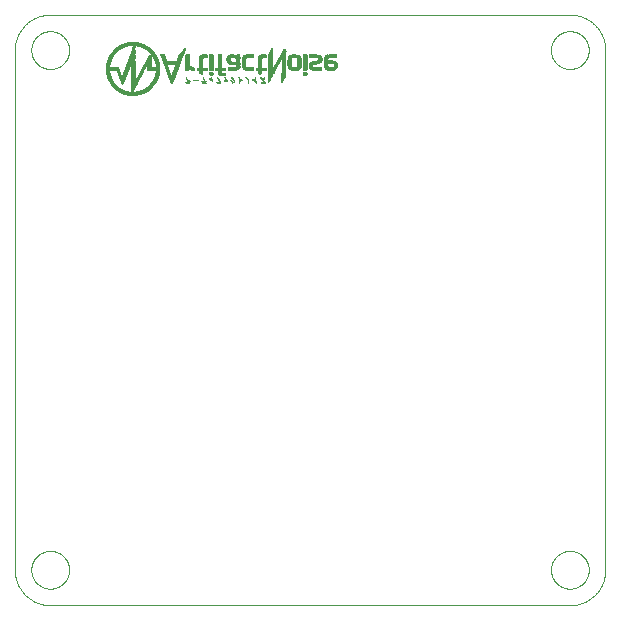
<source format=gbo>
G75*
%MOIN*%
%OFA0B0*%
%FSLAX25Y25*%
%IPPOS*%
%LPD*%
%AMOC8*
5,1,8,0,0,1.08239X$1,22.5*
%
%ADD10C,0.00000*%
%ADD11R,0.00039X0.00039*%
%ADD12R,0.00827X0.00039*%
%ADD13R,0.02008X0.00039*%
%ADD14R,0.00118X0.00039*%
%ADD15R,0.03110X0.00039*%
%ADD16R,0.03898X0.00039*%
%ADD17R,0.04528X0.00039*%
%ADD18R,0.04843X0.00039*%
%ADD19R,0.05079X0.00039*%
%ADD20R,0.05630X0.00039*%
%ADD21R,0.06102X0.00039*%
%ADD22R,0.06496X0.00039*%
%ADD23R,0.06654X0.00039*%
%ADD24R,0.06890X0.00039*%
%ADD25R,0.07283X0.00039*%
%ADD26R,0.07598X0.00039*%
%ADD27R,0.07913X0.00039*%
%ADD28R,0.07992X0.00039*%
%ADD29R,0.08228X0.00039*%
%ADD30R,0.03346X0.00039*%
%ADD31R,0.00276X0.00039*%
%ADD32R,0.02874X0.00039*%
%ADD33R,0.00354X0.00039*%
%ADD34R,0.02953X0.00039*%
%ADD35R,0.02717X0.00039*%
%ADD36R,0.00433X0.00039*%
%ADD37R,0.02559X0.00039*%
%ADD38R,0.00472X0.00039*%
%ADD39R,0.02638X0.00039*%
%ADD40R,0.02480X0.00039*%
%ADD41R,0.02323X0.00039*%
%ADD42R,0.00512X0.00039*%
%ADD43R,0.02402X0.00039*%
%ADD44R,0.02244X0.00039*%
%ADD45R,0.00591X0.00039*%
%ADD46R,0.02165X0.00039*%
%ADD47R,0.00669X0.00039*%
%ADD48R,0.02126X0.00039*%
%ADD49R,0.00748X0.00039*%
%ADD50R,0.02087X0.00039*%
%ADD51R,0.01969X0.00039*%
%ADD52R,0.01929X0.00039*%
%ADD53R,0.00079X0.00039*%
%ADD54R,0.01850X0.00039*%
%ADD55R,0.01772X0.00039*%
%ADD56R,0.01811X0.00039*%
%ADD57R,0.01693X0.00039*%
%ADD58R,0.00157X0.00039*%
%ADD59R,0.01732X0.00039*%
%ADD60R,0.00197X0.00039*%
%ADD61R,0.01654X0.00039*%
%ADD62R,0.00551X0.00039*%
%ADD63R,0.01614X0.00039*%
%ADD64R,0.00866X0.00039*%
%ADD65R,0.00236X0.00039*%
%ADD66R,0.00906X0.00039*%
%ADD67R,0.01535X0.00039*%
%ADD68R,0.00630X0.00039*%
%ADD69R,0.00984X0.00039*%
%ADD70R,0.00945X0.00039*%
%ADD71R,0.01575X0.00039*%
%ADD72R,0.00709X0.00039*%
%ADD73R,0.01496X0.00039*%
%ADD74R,0.01457X0.00039*%
%ADD75R,0.00787X0.00039*%
%ADD76R,0.01063X0.00039*%
%ADD77R,0.01378X0.00039*%
%ADD78R,0.01417X0.00039*%
%ADD79R,0.01102X0.00039*%
%ADD80R,0.01142X0.00039*%
%ADD81R,0.01024X0.00039*%
%ADD82R,0.01299X0.00039*%
%ADD83R,0.01220X0.00039*%
%ADD84R,0.01339X0.00039*%
%ADD85R,0.01181X0.00039*%
%ADD86R,0.01260X0.00039*%
%ADD87R,0.02362X0.00039*%
%ADD88R,0.02677X0.00039*%
%ADD89R,0.03031X0.00039*%
%ADD90R,0.02913X0.00039*%
%ADD91R,0.03189X0.00039*%
%ADD92R,0.03268X0.00039*%
%ADD93R,0.03071X0.00039*%
%ADD94R,0.02795X0.00039*%
%ADD95R,0.03425X0.00039*%
%ADD96R,0.02047X0.00039*%
%ADD97R,0.03386X0.00039*%
%ADD98R,0.03504X0.00039*%
%ADD99R,0.02205X0.00039*%
%ADD100R,0.03819X0.00039*%
%ADD101R,0.03307X0.00039*%
%ADD102R,0.03583X0.00039*%
%ADD103R,0.02283X0.00039*%
%ADD104R,0.03465X0.00039*%
%ADD105R,0.03661X0.00039*%
%ADD106R,0.03976X0.00039*%
%ADD107R,0.03740X0.00039*%
%ADD108R,0.04055X0.00039*%
%ADD109R,0.03780X0.00039*%
%ADD110R,0.02441X0.00039*%
%ADD111R,0.03543X0.00039*%
%ADD112R,0.03858X0.00039*%
%ADD113R,0.04134X0.00039*%
%ADD114R,0.04016X0.00039*%
%ADD115R,0.01890X0.00039*%
%ADD116R,0.04488X0.00039*%
%ADD117R,0.04449X0.00039*%
%ADD118R,0.04409X0.00039*%
%ADD119R,0.04370X0.00039*%
%ADD120R,0.02992X0.00039*%
%ADD121R,0.04331X0.00039*%
%ADD122R,0.04094X0.00039*%
%ADD123R,0.04252X0.00039*%
%ADD124R,0.04213X0.00039*%
%ADD125R,0.04173X0.00039*%
%ADD126R,0.03622X0.00039*%
%ADD127R,0.03701X0.00039*%
%ADD128R,0.03937X0.00039*%
%ADD129R,0.04291X0.00039*%
%ADD130R,0.00315X0.00039*%
%ADD131R,0.00394X0.00039*%
%ADD132R,0.08386X0.00039*%
%ADD133R,0.08071X0.00039*%
%ADD134R,0.07835X0.00039*%
%ADD135R,0.07441X0.00039*%
%ADD136R,0.07126X0.00039*%
%ADD137R,0.06811X0.00039*%
%ADD138R,0.06732X0.00039*%
%ADD139R,0.06339X0.00039*%
%ADD140R,0.05866X0.00039*%
%ADD141R,0.05472X0.00039*%
%ADD142R,0.04921X0.00039*%
D10*
X0027368Y0017535D02*
X0027368Y0190764D01*
X0032880Y0190764D02*
X0032882Y0190922D01*
X0032888Y0191080D01*
X0032898Y0191238D01*
X0032912Y0191396D01*
X0032930Y0191553D01*
X0032951Y0191710D01*
X0032977Y0191866D01*
X0033007Y0192022D01*
X0033040Y0192177D01*
X0033078Y0192330D01*
X0033119Y0192483D01*
X0033164Y0192635D01*
X0033213Y0192786D01*
X0033266Y0192935D01*
X0033322Y0193083D01*
X0033382Y0193229D01*
X0033446Y0193374D01*
X0033514Y0193517D01*
X0033585Y0193659D01*
X0033659Y0193799D01*
X0033737Y0193936D01*
X0033819Y0194072D01*
X0033903Y0194206D01*
X0033992Y0194337D01*
X0034083Y0194466D01*
X0034178Y0194593D01*
X0034275Y0194718D01*
X0034376Y0194840D01*
X0034480Y0194959D01*
X0034587Y0195076D01*
X0034697Y0195190D01*
X0034810Y0195301D01*
X0034925Y0195410D01*
X0035043Y0195515D01*
X0035164Y0195617D01*
X0035287Y0195717D01*
X0035413Y0195813D01*
X0035541Y0195906D01*
X0035671Y0195996D01*
X0035804Y0196082D01*
X0035939Y0196166D01*
X0036075Y0196245D01*
X0036214Y0196322D01*
X0036355Y0196394D01*
X0036497Y0196464D01*
X0036641Y0196529D01*
X0036787Y0196591D01*
X0036934Y0196649D01*
X0037083Y0196704D01*
X0037233Y0196755D01*
X0037384Y0196802D01*
X0037536Y0196845D01*
X0037689Y0196884D01*
X0037844Y0196920D01*
X0037999Y0196951D01*
X0038155Y0196979D01*
X0038311Y0197003D01*
X0038468Y0197023D01*
X0038626Y0197039D01*
X0038783Y0197051D01*
X0038942Y0197059D01*
X0039100Y0197063D01*
X0039258Y0197063D01*
X0039416Y0197059D01*
X0039575Y0197051D01*
X0039732Y0197039D01*
X0039890Y0197023D01*
X0040047Y0197003D01*
X0040203Y0196979D01*
X0040359Y0196951D01*
X0040514Y0196920D01*
X0040669Y0196884D01*
X0040822Y0196845D01*
X0040974Y0196802D01*
X0041125Y0196755D01*
X0041275Y0196704D01*
X0041424Y0196649D01*
X0041571Y0196591D01*
X0041717Y0196529D01*
X0041861Y0196464D01*
X0042003Y0196394D01*
X0042144Y0196322D01*
X0042283Y0196245D01*
X0042419Y0196166D01*
X0042554Y0196082D01*
X0042687Y0195996D01*
X0042817Y0195906D01*
X0042945Y0195813D01*
X0043071Y0195717D01*
X0043194Y0195617D01*
X0043315Y0195515D01*
X0043433Y0195410D01*
X0043548Y0195301D01*
X0043661Y0195190D01*
X0043771Y0195076D01*
X0043878Y0194959D01*
X0043982Y0194840D01*
X0044083Y0194718D01*
X0044180Y0194593D01*
X0044275Y0194466D01*
X0044366Y0194337D01*
X0044455Y0194206D01*
X0044539Y0194072D01*
X0044621Y0193936D01*
X0044699Y0193799D01*
X0044773Y0193659D01*
X0044844Y0193517D01*
X0044912Y0193374D01*
X0044976Y0193229D01*
X0045036Y0193083D01*
X0045092Y0192935D01*
X0045145Y0192786D01*
X0045194Y0192635D01*
X0045239Y0192483D01*
X0045280Y0192330D01*
X0045318Y0192177D01*
X0045351Y0192022D01*
X0045381Y0191866D01*
X0045407Y0191710D01*
X0045428Y0191553D01*
X0045446Y0191396D01*
X0045460Y0191238D01*
X0045470Y0191080D01*
X0045476Y0190922D01*
X0045478Y0190764D01*
X0045476Y0190606D01*
X0045470Y0190448D01*
X0045460Y0190290D01*
X0045446Y0190132D01*
X0045428Y0189975D01*
X0045407Y0189818D01*
X0045381Y0189662D01*
X0045351Y0189506D01*
X0045318Y0189351D01*
X0045280Y0189198D01*
X0045239Y0189045D01*
X0045194Y0188893D01*
X0045145Y0188742D01*
X0045092Y0188593D01*
X0045036Y0188445D01*
X0044976Y0188299D01*
X0044912Y0188154D01*
X0044844Y0188011D01*
X0044773Y0187869D01*
X0044699Y0187729D01*
X0044621Y0187592D01*
X0044539Y0187456D01*
X0044455Y0187322D01*
X0044366Y0187191D01*
X0044275Y0187062D01*
X0044180Y0186935D01*
X0044083Y0186810D01*
X0043982Y0186688D01*
X0043878Y0186569D01*
X0043771Y0186452D01*
X0043661Y0186338D01*
X0043548Y0186227D01*
X0043433Y0186118D01*
X0043315Y0186013D01*
X0043194Y0185911D01*
X0043071Y0185811D01*
X0042945Y0185715D01*
X0042817Y0185622D01*
X0042687Y0185532D01*
X0042554Y0185446D01*
X0042419Y0185362D01*
X0042283Y0185283D01*
X0042144Y0185206D01*
X0042003Y0185134D01*
X0041861Y0185064D01*
X0041717Y0184999D01*
X0041571Y0184937D01*
X0041424Y0184879D01*
X0041275Y0184824D01*
X0041125Y0184773D01*
X0040974Y0184726D01*
X0040822Y0184683D01*
X0040669Y0184644D01*
X0040514Y0184608D01*
X0040359Y0184577D01*
X0040203Y0184549D01*
X0040047Y0184525D01*
X0039890Y0184505D01*
X0039732Y0184489D01*
X0039575Y0184477D01*
X0039416Y0184469D01*
X0039258Y0184465D01*
X0039100Y0184465D01*
X0038942Y0184469D01*
X0038783Y0184477D01*
X0038626Y0184489D01*
X0038468Y0184505D01*
X0038311Y0184525D01*
X0038155Y0184549D01*
X0037999Y0184577D01*
X0037844Y0184608D01*
X0037689Y0184644D01*
X0037536Y0184683D01*
X0037384Y0184726D01*
X0037233Y0184773D01*
X0037083Y0184824D01*
X0036934Y0184879D01*
X0036787Y0184937D01*
X0036641Y0184999D01*
X0036497Y0185064D01*
X0036355Y0185134D01*
X0036214Y0185206D01*
X0036075Y0185283D01*
X0035939Y0185362D01*
X0035804Y0185446D01*
X0035671Y0185532D01*
X0035541Y0185622D01*
X0035413Y0185715D01*
X0035287Y0185811D01*
X0035164Y0185911D01*
X0035043Y0186013D01*
X0034925Y0186118D01*
X0034810Y0186227D01*
X0034697Y0186338D01*
X0034587Y0186452D01*
X0034480Y0186569D01*
X0034376Y0186688D01*
X0034275Y0186810D01*
X0034178Y0186935D01*
X0034083Y0187062D01*
X0033992Y0187191D01*
X0033903Y0187322D01*
X0033819Y0187456D01*
X0033737Y0187592D01*
X0033659Y0187729D01*
X0033585Y0187869D01*
X0033514Y0188011D01*
X0033446Y0188154D01*
X0033382Y0188299D01*
X0033322Y0188445D01*
X0033266Y0188593D01*
X0033213Y0188742D01*
X0033164Y0188893D01*
X0033119Y0189045D01*
X0033078Y0189198D01*
X0033040Y0189351D01*
X0033007Y0189506D01*
X0032977Y0189662D01*
X0032951Y0189818D01*
X0032930Y0189975D01*
X0032912Y0190132D01*
X0032898Y0190290D01*
X0032888Y0190448D01*
X0032882Y0190606D01*
X0032880Y0190764D01*
X0027368Y0190764D02*
X0027371Y0191049D01*
X0027382Y0191335D01*
X0027399Y0191620D01*
X0027423Y0191904D01*
X0027454Y0192188D01*
X0027492Y0192471D01*
X0027537Y0192752D01*
X0027588Y0193033D01*
X0027646Y0193313D01*
X0027711Y0193591D01*
X0027783Y0193867D01*
X0027861Y0194141D01*
X0027946Y0194414D01*
X0028038Y0194684D01*
X0028136Y0194952D01*
X0028240Y0195218D01*
X0028351Y0195481D01*
X0028468Y0195741D01*
X0028591Y0195999D01*
X0028721Y0196253D01*
X0028857Y0196504D01*
X0028998Y0196752D01*
X0029146Y0196996D01*
X0029299Y0197237D01*
X0029459Y0197473D01*
X0029624Y0197706D01*
X0029794Y0197935D01*
X0029970Y0198160D01*
X0030152Y0198380D01*
X0030338Y0198596D01*
X0030530Y0198807D01*
X0030727Y0199014D01*
X0030929Y0199216D01*
X0031136Y0199413D01*
X0031347Y0199605D01*
X0031563Y0199791D01*
X0031783Y0199973D01*
X0032008Y0200149D01*
X0032237Y0200319D01*
X0032470Y0200484D01*
X0032706Y0200644D01*
X0032947Y0200797D01*
X0033191Y0200945D01*
X0033439Y0201086D01*
X0033690Y0201222D01*
X0033944Y0201352D01*
X0034202Y0201475D01*
X0034462Y0201592D01*
X0034725Y0201703D01*
X0034991Y0201807D01*
X0035259Y0201905D01*
X0035529Y0201997D01*
X0035802Y0202082D01*
X0036076Y0202160D01*
X0036352Y0202232D01*
X0036630Y0202297D01*
X0036910Y0202355D01*
X0037191Y0202406D01*
X0037472Y0202451D01*
X0037755Y0202489D01*
X0038039Y0202520D01*
X0038323Y0202544D01*
X0038608Y0202561D01*
X0038894Y0202572D01*
X0039179Y0202575D01*
X0212407Y0202575D01*
X0206108Y0190764D02*
X0206110Y0190922D01*
X0206116Y0191080D01*
X0206126Y0191238D01*
X0206140Y0191396D01*
X0206158Y0191553D01*
X0206179Y0191710D01*
X0206205Y0191866D01*
X0206235Y0192022D01*
X0206268Y0192177D01*
X0206306Y0192330D01*
X0206347Y0192483D01*
X0206392Y0192635D01*
X0206441Y0192786D01*
X0206494Y0192935D01*
X0206550Y0193083D01*
X0206610Y0193229D01*
X0206674Y0193374D01*
X0206742Y0193517D01*
X0206813Y0193659D01*
X0206887Y0193799D01*
X0206965Y0193936D01*
X0207047Y0194072D01*
X0207131Y0194206D01*
X0207220Y0194337D01*
X0207311Y0194466D01*
X0207406Y0194593D01*
X0207503Y0194718D01*
X0207604Y0194840D01*
X0207708Y0194959D01*
X0207815Y0195076D01*
X0207925Y0195190D01*
X0208038Y0195301D01*
X0208153Y0195410D01*
X0208271Y0195515D01*
X0208392Y0195617D01*
X0208515Y0195717D01*
X0208641Y0195813D01*
X0208769Y0195906D01*
X0208899Y0195996D01*
X0209032Y0196082D01*
X0209167Y0196166D01*
X0209303Y0196245D01*
X0209442Y0196322D01*
X0209583Y0196394D01*
X0209725Y0196464D01*
X0209869Y0196529D01*
X0210015Y0196591D01*
X0210162Y0196649D01*
X0210311Y0196704D01*
X0210461Y0196755D01*
X0210612Y0196802D01*
X0210764Y0196845D01*
X0210917Y0196884D01*
X0211072Y0196920D01*
X0211227Y0196951D01*
X0211383Y0196979D01*
X0211539Y0197003D01*
X0211696Y0197023D01*
X0211854Y0197039D01*
X0212011Y0197051D01*
X0212170Y0197059D01*
X0212328Y0197063D01*
X0212486Y0197063D01*
X0212644Y0197059D01*
X0212803Y0197051D01*
X0212960Y0197039D01*
X0213118Y0197023D01*
X0213275Y0197003D01*
X0213431Y0196979D01*
X0213587Y0196951D01*
X0213742Y0196920D01*
X0213897Y0196884D01*
X0214050Y0196845D01*
X0214202Y0196802D01*
X0214353Y0196755D01*
X0214503Y0196704D01*
X0214652Y0196649D01*
X0214799Y0196591D01*
X0214945Y0196529D01*
X0215089Y0196464D01*
X0215231Y0196394D01*
X0215372Y0196322D01*
X0215511Y0196245D01*
X0215647Y0196166D01*
X0215782Y0196082D01*
X0215915Y0195996D01*
X0216045Y0195906D01*
X0216173Y0195813D01*
X0216299Y0195717D01*
X0216422Y0195617D01*
X0216543Y0195515D01*
X0216661Y0195410D01*
X0216776Y0195301D01*
X0216889Y0195190D01*
X0216999Y0195076D01*
X0217106Y0194959D01*
X0217210Y0194840D01*
X0217311Y0194718D01*
X0217408Y0194593D01*
X0217503Y0194466D01*
X0217594Y0194337D01*
X0217683Y0194206D01*
X0217767Y0194072D01*
X0217849Y0193936D01*
X0217927Y0193799D01*
X0218001Y0193659D01*
X0218072Y0193517D01*
X0218140Y0193374D01*
X0218204Y0193229D01*
X0218264Y0193083D01*
X0218320Y0192935D01*
X0218373Y0192786D01*
X0218422Y0192635D01*
X0218467Y0192483D01*
X0218508Y0192330D01*
X0218546Y0192177D01*
X0218579Y0192022D01*
X0218609Y0191866D01*
X0218635Y0191710D01*
X0218656Y0191553D01*
X0218674Y0191396D01*
X0218688Y0191238D01*
X0218698Y0191080D01*
X0218704Y0190922D01*
X0218706Y0190764D01*
X0218704Y0190606D01*
X0218698Y0190448D01*
X0218688Y0190290D01*
X0218674Y0190132D01*
X0218656Y0189975D01*
X0218635Y0189818D01*
X0218609Y0189662D01*
X0218579Y0189506D01*
X0218546Y0189351D01*
X0218508Y0189198D01*
X0218467Y0189045D01*
X0218422Y0188893D01*
X0218373Y0188742D01*
X0218320Y0188593D01*
X0218264Y0188445D01*
X0218204Y0188299D01*
X0218140Y0188154D01*
X0218072Y0188011D01*
X0218001Y0187869D01*
X0217927Y0187729D01*
X0217849Y0187592D01*
X0217767Y0187456D01*
X0217683Y0187322D01*
X0217594Y0187191D01*
X0217503Y0187062D01*
X0217408Y0186935D01*
X0217311Y0186810D01*
X0217210Y0186688D01*
X0217106Y0186569D01*
X0216999Y0186452D01*
X0216889Y0186338D01*
X0216776Y0186227D01*
X0216661Y0186118D01*
X0216543Y0186013D01*
X0216422Y0185911D01*
X0216299Y0185811D01*
X0216173Y0185715D01*
X0216045Y0185622D01*
X0215915Y0185532D01*
X0215782Y0185446D01*
X0215647Y0185362D01*
X0215511Y0185283D01*
X0215372Y0185206D01*
X0215231Y0185134D01*
X0215089Y0185064D01*
X0214945Y0184999D01*
X0214799Y0184937D01*
X0214652Y0184879D01*
X0214503Y0184824D01*
X0214353Y0184773D01*
X0214202Y0184726D01*
X0214050Y0184683D01*
X0213897Y0184644D01*
X0213742Y0184608D01*
X0213587Y0184577D01*
X0213431Y0184549D01*
X0213275Y0184525D01*
X0213118Y0184505D01*
X0212960Y0184489D01*
X0212803Y0184477D01*
X0212644Y0184469D01*
X0212486Y0184465D01*
X0212328Y0184465D01*
X0212170Y0184469D01*
X0212011Y0184477D01*
X0211854Y0184489D01*
X0211696Y0184505D01*
X0211539Y0184525D01*
X0211383Y0184549D01*
X0211227Y0184577D01*
X0211072Y0184608D01*
X0210917Y0184644D01*
X0210764Y0184683D01*
X0210612Y0184726D01*
X0210461Y0184773D01*
X0210311Y0184824D01*
X0210162Y0184879D01*
X0210015Y0184937D01*
X0209869Y0184999D01*
X0209725Y0185064D01*
X0209583Y0185134D01*
X0209442Y0185206D01*
X0209303Y0185283D01*
X0209167Y0185362D01*
X0209032Y0185446D01*
X0208899Y0185532D01*
X0208769Y0185622D01*
X0208641Y0185715D01*
X0208515Y0185811D01*
X0208392Y0185911D01*
X0208271Y0186013D01*
X0208153Y0186118D01*
X0208038Y0186227D01*
X0207925Y0186338D01*
X0207815Y0186452D01*
X0207708Y0186569D01*
X0207604Y0186688D01*
X0207503Y0186810D01*
X0207406Y0186935D01*
X0207311Y0187062D01*
X0207220Y0187191D01*
X0207131Y0187322D01*
X0207047Y0187456D01*
X0206965Y0187592D01*
X0206887Y0187729D01*
X0206813Y0187869D01*
X0206742Y0188011D01*
X0206674Y0188154D01*
X0206610Y0188299D01*
X0206550Y0188445D01*
X0206494Y0188593D01*
X0206441Y0188742D01*
X0206392Y0188893D01*
X0206347Y0189045D01*
X0206306Y0189198D01*
X0206268Y0189351D01*
X0206235Y0189506D01*
X0206205Y0189662D01*
X0206179Y0189818D01*
X0206158Y0189975D01*
X0206140Y0190132D01*
X0206126Y0190290D01*
X0206116Y0190448D01*
X0206110Y0190606D01*
X0206108Y0190764D01*
X0212407Y0202575D02*
X0212692Y0202572D01*
X0212978Y0202561D01*
X0213263Y0202544D01*
X0213547Y0202520D01*
X0213831Y0202489D01*
X0214114Y0202451D01*
X0214395Y0202406D01*
X0214676Y0202355D01*
X0214956Y0202297D01*
X0215234Y0202232D01*
X0215510Y0202160D01*
X0215784Y0202082D01*
X0216057Y0201997D01*
X0216327Y0201905D01*
X0216595Y0201807D01*
X0216861Y0201703D01*
X0217124Y0201592D01*
X0217384Y0201475D01*
X0217642Y0201352D01*
X0217896Y0201222D01*
X0218147Y0201086D01*
X0218395Y0200945D01*
X0218639Y0200797D01*
X0218880Y0200644D01*
X0219116Y0200484D01*
X0219349Y0200319D01*
X0219578Y0200149D01*
X0219803Y0199973D01*
X0220023Y0199791D01*
X0220239Y0199605D01*
X0220450Y0199413D01*
X0220657Y0199216D01*
X0220859Y0199014D01*
X0221056Y0198807D01*
X0221248Y0198596D01*
X0221434Y0198380D01*
X0221616Y0198160D01*
X0221792Y0197935D01*
X0221962Y0197706D01*
X0222127Y0197473D01*
X0222287Y0197237D01*
X0222440Y0196996D01*
X0222588Y0196752D01*
X0222729Y0196504D01*
X0222865Y0196253D01*
X0222995Y0195999D01*
X0223118Y0195741D01*
X0223235Y0195481D01*
X0223346Y0195218D01*
X0223450Y0194952D01*
X0223548Y0194684D01*
X0223640Y0194414D01*
X0223725Y0194141D01*
X0223803Y0193867D01*
X0223875Y0193591D01*
X0223940Y0193313D01*
X0223998Y0193033D01*
X0224049Y0192752D01*
X0224094Y0192471D01*
X0224132Y0192188D01*
X0224163Y0191904D01*
X0224187Y0191620D01*
X0224204Y0191335D01*
X0224215Y0191049D01*
X0224218Y0190764D01*
X0224219Y0190764D02*
X0224219Y0017535D01*
X0206108Y0017535D02*
X0206110Y0017693D01*
X0206116Y0017851D01*
X0206126Y0018009D01*
X0206140Y0018167D01*
X0206158Y0018324D01*
X0206179Y0018481D01*
X0206205Y0018637D01*
X0206235Y0018793D01*
X0206268Y0018948D01*
X0206306Y0019101D01*
X0206347Y0019254D01*
X0206392Y0019406D01*
X0206441Y0019557D01*
X0206494Y0019706D01*
X0206550Y0019854D01*
X0206610Y0020000D01*
X0206674Y0020145D01*
X0206742Y0020288D01*
X0206813Y0020430D01*
X0206887Y0020570D01*
X0206965Y0020707D01*
X0207047Y0020843D01*
X0207131Y0020977D01*
X0207220Y0021108D01*
X0207311Y0021237D01*
X0207406Y0021364D01*
X0207503Y0021489D01*
X0207604Y0021611D01*
X0207708Y0021730D01*
X0207815Y0021847D01*
X0207925Y0021961D01*
X0208038Y0022072D01*
X0208153Y0022181D01*
X0208271Y0022286D01*
X0208392Y0022388D01*
X0208515Y0022488D01*
X0208641Y0022584D01*
X0208769Y0022677D01*
X0208899Y0022767D01*
X0209032Y0022853D01*
X0209167Y0022937D01*
X0209303Y0023016D01*
X0209442Y0023093D01*
X0209583Y0023165D01*
X0209725Y0023235D01*
X0209869Y0023300D01*
X0210015Y0023362D01*
X0210162Y0023420D01*
X0210311Y0023475D01*
X0210461Y0023526D01*
X0210612Y0023573D01*
X0210764Y0023616D01*
X0210917Y0023655D01*
X0211072Y0023691D01*
X0211227Y0023722D01*
X0211383Y0023750D01*
X0211539Y0023774D01*
X0211696Y0023794D01*
X0211854Y0023810D01*
X0212011Y0023822D01*
X0212170Y0023830D01*
X0212328Y0023834D01*
X0212486Y0023834D01*
X0212644Y0023830D01*
X0212803Y0023822D01*
X0212960Y0023810D01*
X0213118Y0023794D01*
X0213275Y0023774D01*
X0213431Y0023750D01*
X0213587Y0023722D01*
X0213742Y0023691D01*
X0213897Y0023655D01*
X0214050Y0023616D01*
X0214202Y0023573D01*
X0214353Y0023526D01*
X0214503Y0023475D01*
X0214652Y0023420D01*
X0214799Y0023362D01*
X0214945Y0023300D01*
X0215089Y0023235D01*
X0215231Y0023165D01*
X0215372Y0023093D01*
X0215511Y0023016D01*
X0215647Y0022937D01*
X0215782Y0022853D01*
X0215915Y0022767D01*
X0216045Y0022677D01*
X0216173Y0022584D01*
X0216299Y0022488D01*
X0216422Y0022388D01*
X0216543Y0022286D01*
X0216661Y0022181D01*
X0216776Y0022072D01*
X0216889Y0021961D01*
X0216999Y0021847D01*
X0217106Y0021730D01*
X0217210Y0021611D01*
X0217311Y0021489D01*
X0217408Y0021364D01*
X0217503Y0021237D01*
X0217594Y0021108D01*
X0217683Y0020977D01*
X0217767Y0020843D01*
X0217849Y0020707D01*
X0217927Y0020570D01*
X0218001Y0020430D01*
X0218072Y0020288D01*
X0218140Y0020145D01*
X0218204Y0020000D01*
X0218264Y0019854D01*
X0218320Y0019706D01*
X0218373Y0019557D01*
X0218422Y0019406D01*
X0218467Y0019254D01*
X0218508Y0019101D01*
X0218546Y0018948D01*
X0218579Y0018793D01*
X0218609Y0018637D01*
X0218635Y0018481D01*
X0218656Y0018324D01*
X0218674Y0018167D01*
X0218688Y0018009D01*
X0218698Y0017851D01*
X0218704Y0017693D01*
X0218706Y0017535D01*
X0218704Y0017377D01*
X0218698Y0017219D01*
X0218688Y0017061D01*
X0218674Y0016903D01*
X0218656Y0016746D01*
X0218635Y0016589D01*
X0218609Y0016433D01*
X0218579Y0016277D01*
X0218546Y0016122D01*
X0218508Y0015969D01*
X0218467Y0015816D01*
X0218422Y0015664D01*
X0218373Y0015513D01*
X0218320Y0015364D01*
X0218264Y0015216D01*
X0218204Y0015070D01*
X0218140Y0014925D01*
X0218072Y0014782D01*
X0218001Y0014640D01*
X0217927Y0014500D01*
X0217849Y0014363D01*
X0217767Y0014227D01*
X0217683Y0014093D01*
X0217594Y0013962D01*
X0217503Y0013833D01*
X0217408Y0013706D01*
X0217311Y0013581D01*
X0217210Y0013459D01*
X0217106Y0013340D01*
X0216999Y0013223D01*
X0216889Y0013109D01*
X0216776Y0012998D01*
X0216661Y0012889D01*
X0216543Y0012784D01*
X0216422Y0012682D01*
X0216299Y0012582D01*
X0216173Y0012486D01*
X0216045Y0012393D01*
X0215915Y0012303D01*
X0215782Y0012217D01*
X0215647Y0012133D01*
X0215511Y0012054D01*
X0215372Y0011977D01*
X0215231Y0011905D01*
X0215089Y0011835D01*
X0214945Y0011770D01*
X0214799Y0011708D01*
X0214652Y0011650D01*
X0214503Y0011595D01*
X0214353Y0011544D01*
X0214202Y0011497D01*
X0214050Y0011454D01*
X0213897Y0011415D01*
X0213742Y0011379D01*
X0213587Y0011348D01*
X0213431Y0011320D01*
X0213275Y0011296D01*
X0213118Y0011276D01*
X0212960Y0011260D01*
X0212803Y0011248D01*
X0212644Y0011240D01*
X0212486Y0011236D01*
X0212328Y0011236D01*
X0212170Y0011240D01*
X0212011Y0011248D01*
X0211854Y0011260D01*
X0211696Y0011276D01*
X0211539Y0011296D01*
X0211383Y0011320D01*
X0211227Y0011348D01*
X0211072Y0011379D01*
X0210917Y0011415D01*
X0210764Y0011454D01*
X0210612Y0011497D01*
X0210461Y0011544D01*
X0210311Y0011595D01*
X0210162Y0011650D01*
X0210015Y0011708D01*
X0209869Y0011770D01*
X0209725Y0011835D01*
X0209583Y0011905D01*
X0209442Y0011977D01*
X0209303Y0012054D01*
X0209167Y0012133D01*
X0209032Y0012217D01*
X0208899Y0012303D01*
X0208769Y0012393D01*
X0208641Y0012486D01*
X0208515Y0012582D01*
X0208392Y0012682D01*
X0208271Y0012784D01*
X0208153Y0012889D01*
X0208038Y0012998D01*
X0207925Y0013109D01*
X0207815Y0013223D01*
X0207708Y0013340D01*
X0207604Y0013459D01*
X0207503Y0013581D01*
X0207406Y0013706D01*
X0207311Y0013833D01*
X0207220Y0013962D01*
X0207131Y0014093D01*
X0207047Y0014227D01*
X0206965Y0014363D01*
X0206887Y0014500D01*
X0206813Y0014640D01*
X0206742Y0014782D01*
X0206674Y0014925D01*
X0206610Y0015070D01*
X0206550Y0015216D01*
X0206494Y0015364D01*
X0206441Y0015513D01*
X0206392Y0015664D01*
X0206347Y0015816D01*
X0206306Y0015969D01*
X0206268Y0016122D01*
X0206235Y0016277D01*
X0206205Y0016433D01*
X0206179Y0016589D01*
X0206158Y0016746D01*
X0206140Y0016903D01*
X0206126Y0017061D01*
X0206116Y0017219D01*
X0206110Y0017377D01*
X0206108Y0017535D01*
X0212407Y0005724D02*
X0212692Y0005727D01*
X0212978Y0005738D01*
X0213263Y0005755D01*
X0213547Y0005779D01*
X0213831Y0005810D01*
X0214114Y0005848D01*
X0214395Y0005893D01*
X0214676Y0005944D01*
X0214956Y0006002D01*
X0215234Y0006067D01*
X0215510Y0006139D01*
X0215784Y0006217D01*
X0216057Y0006302D01*
X0216327Y0006394D01*
X0216595Y0006492D01*
X0216861Y0006596D01*
X0217124Y0006707D01*
X0217384Y0006824D01*
X0217642Y0006947D01*
X0217896Y0007077D01*
X0218147Y0007213D01*
X0218395Y0007354D01*
X0218639Y0007502D01*
X0218880Y0007655D01*
X0219116Y0007815D01*
X0219349Y0007980D01*
X0219578Y0008150D01*
X0219803Y0008326D01*
X0220023Y0008508D01*
X0220239Y0008694D01*
X0220450Y0008886D01*
X0220657Y0009083D01*
X0220859Y0009285D01*
X0221056Y0009492D01*
X0221248Y0009703D01*
X0221434Y0009919D01*
X0221616Y0010139D01*
X0221792Y0010364D01*
X0221962Y0010593D01*
X0222127Y0010826D01*
X0222287Y0011062D01*
X0222440Y0011303D01*
X0222588Y0011547D01*
X0222729Y0011795D01*
X0222865Y0012046D01*
X0222995Y0012300D01*
X0223118Y0012558D01*
X0223235Y0012818D01*
X0223346Y0013081D01*
X0223450Y0013347D01*
X0223548Y0013615D01*
X0223640Y0013885D01*
X0223725Y0014158D01*
X0223803Y0014432D01*
X0223875Y0014708D01*
X0223940Y0014986D01*
X0223998Y0015266D01*
X0224049Y0015547D01*
X0224094Y0015828D01*
X0224132Y0016111D01*
X0224163Y0016395D01*
X0224187Y0016679D01*
X0224204Y0016964D01*
X0224215Y0017250D01*
X0224218Y0017535D01*
X0212407Y0005724D02*
X0039179Y0005724D01*
X0032880Y0017535D02*
X0032882Y0017693D01*
X0032888Y0017851D01*
X0032898Y0018009D01*
X0032912Y0018167D01*
X0032930Y0018324D01*
X0032951Y0018481D01*
X0032977Y0018637D01*
X0033007Y0018793D01*
X0033040Y0018948D01*
X0033078Y0019101D01*
X0033119Y0019254D01*
X0033164Y0019406D01*
X0033213Y0019557D01*
X0033266Y0019706D01*
X0033322Y0019854D01*
X0033382Y0020000D01*
X0033446Y0020145D01*
X0033514Y0020288D01*
X0033585Y0020430D01*
X0033659Y0020570D01*
X0033737Y0020707D01*
X0033819Y0020843D01*
X0033903Y0020977D01*
X0033992Y0021108D01*
X0034083Y0021237D01*
X0034178Y0021364D01*
X0034275Y0021489D01*
X0034376Y0021611D01*
X0034480Y0021730D01*
X0034587Y0021847D01*
X0034697Y0021961D01*
X0034810Y0022072D01*
X0034925Y0022181D01*
X0035043Y0022286D01*
X0035164Y0022388D01*
X0035287Y0022488D01*
X0035413Y0022584D01*
X0035541Y0022677D01*
X0035671Y0022767D01*
X0035804Y0022853D01*
X0035939Y0022937D01*
X0036075Y0023016D01*
X0036214Y0023093D01*
X0036355Y0023165D01*
X0036497Y0023235D01*
X0036641Y0023300D01*
X0036787Y0023362D01*
X0036934Y0023420D01*
X0037083Y0023475D01*
X0037233Y0023526D01*
X0037384Y0023573D01*
X0037536Y0023616D01*
X0037689Y0023655D01*
X0037844Y0023691D01*
X0037999Y0023722D01*
X0038155Y0023750D01*
X0038311Y0023774D01*
X0038468Y0023794D01*
X0038626Y0023810D01*
X0038783Y0023822D01*
X0038942Y0023830D01*
X0039100Y0023834D01*
X0039258Y0023834D01*
X0039416Y0023830D01*
X0039575Y0023822D01*
X0039732Y0023810D01*
X0039890Y0023794D01*
X0040047Y0023774D01*
X0040203Y0023750D01*
X0040359Y0023722D01*
X0040514Y0023691D01*
X0040669Y0023655D01*
X0040822Y0023616D01*
X0040974Y0023573D01*
X0041125Y0023526D01*
X0041275Y0023475D01*
X0041424Y0023420D01*
X0041571Y0023362D01*
X0041717Y0023300D01*
X0041861Y0023235D01*
X0042003Y0023165D01*
X0042144Y0023093D01*
X0042283Y0023016D01*
X0042419Y0022937D01*
X0042554Y0022853D01*
X0042687Y0022767D01*
X0042817Y0022677D01*
X0042945Y0022584D01*
X0043071Y0022488D01*
X0043194Y0022388D01*
X0043315Y0022286D01*
X0043433Y0022181D01*
X0043548Y0022072D01*
X0043661Y0021961D01*
X0043771Y0021847D01*
X0043878Y0021730D01*
X0043982Y0021611D01*
X0044083Y0021489D01*
X0044180Y0021364D01*
X0044275Y0021237D01*
X0044366Y0021108D01*
X0044455Y0020977D01*
X0044539Y0020843D01*
X0044621Y0020707D01*
X0044699Y0020570D01*
X0044773Y0020430D01*
X0044844Y0020288D01*
X0044912Y0020145D01*
X0044976Y0020000D01*
X0045036Y0019854D01*
X0045092Y0019706D01*
X0045145Y0019557D01*
X0045194Y0019406D01*
X0045239Y0019254D01*
X0045280Y0019101D01*
X0045318Y0018948D01*
X0045351Y0018793D01*
X0045381Y0018637D01*
X0045407Y0018481D01*
X0045428Y0018324D01*
X0045446Y0018167D01*
X0045460Y0018009D01*
X0045470Y0017851D01*
X0045476Y0017693D01*
X0045478Y0017535D01*
X0045476Y0017377D01*
X0045470Y0017219D01*
X0045460Y0017061D01*
X0045446Y0016903D01*
X0045428Y0016746D01*
X0045407Y0016589D01*
X0045381Y0016433D01*
X0045351Y0016277D01*
X0045318Y0016122D01*
X0045280Y0015969D01*
X0045239Y0015816D01*
X0045194Y0015664D01*
X0045145Y0015513D01*
X0045092Y0015364D01*
X0045036Y0015216D01*
X0044976Y0015070D01*
X0044912Y0014925D01*
X0044844Y0014782D01*
X0044773Y0014640D01*
X0044699Y0014500D01*
X0044621Y0014363D01*
X0044539Y0014227D01*
X0044455Y0014093D01*
X0044366Y0013962D01*
X0044275Y0013833D01*
X0044180Y0013706D01*
X0044083Y0013581D01*
X0043982Y0013459D01*
X0043878Y0013340D01*
X0043771Y0013223D01*
X0043661Y0013109D01*
X0043548Y0012998D01*
X0043433Y0012889D01*
X0043315Y0012784D01*
X0043194Y0012682D01*
X0043071Y0012582D01*
X0042945Y0012486D01*
X0042817Y0012393D01*
X0042687Y0012303D01*
X0042554Y0012217D01*
X0042419Y0012133D01*
X0042283Y0012054D01*
X0042144Y0011977D01*
X0042003Y0011905D01*
X0041861Y0011835D01*
X0041717Y0011770D01*
X0041571Y0011708D01*
X0041424Y0011650D01*
X0041275Y0011595D01*
X0041125Y0011544D01*
X0040974Y0011497D01*
X0040822Y0011454D01*
X0040669Y0011415D01*
X0040514Y0011379D01*
X0040359Y0011348D01*
X0040203Y0011320D01*
X0040047Y0011296D01*
X0039890Y0011276D01*
X0039732Y0011260D01*
X0039575Y0011248D01*
X0039416Y0011240D01*
X0039258Y0011236D01*
X0039100Y0011236D01*
X0038942Y0011240D01*
X0038783Y0011248D01*
X0038626Y0011260D01*
X0038468Y0011276D01*
X0038311Y0011296D01*
X0038155Y0011320D01*
X0037999Y0011348D01*
X0037844Y0011379D01*
X0037689Y0011415D01*
X0037536Y0011454D01*
X0037384Y0011497D01*
X0037233Y0011544D01*
X0037083Y0011595D01*
X0036934Y0011650D01*
X0036787Y0011708D01*
X0036641Y0011770D01*
X0036497Y0011835D01*
X0036355Y0011905D01*
X0036214Y0011977D01*
X0036075Y0012054D01*
X0035939Y0012133D01*
X0035804Y0012217D01*
X0035671Y0012303D01*
X0035541Y0012393D01*
X0035413Y0012486D01*
X0035287Y0012582D01*
X0035164Y0012682D01*
X0035043Y0012784D01*
X0034925Y0012889D01*
X0034810Y0012998D01*
X0034697Y0013109D01*
X0034587Y0013223D01*
X0034480Y0013340D01*
X0034376Y0013459D01*
X0034275Y0013581D01*
X0034178Y0013706D01*
X0034083Y0013833D01*
X0033992Y0013962D01*
X0033903Y0014093D01*
X0033819Y0014227D01*
X0033737Y0014363D01*
X0033659Y0014500D01*
X0033585Y0014640D01*
X0033514Y0014782D01*
X0033446Y0014925D01*
X0033382Y0015070D01*
X0033322Y0015216D01*
X0033266Y0015364D01*
X0033213Y0015513D01*
X0033164Y0015664D01*
X0033119Y0015816D01*
X0033078Y0015969D01*
X0033040Y0016122D01*
X0033007Y0016277D01*
X0032977Y0016433D01*
X0032951Y0016589D01*
X0032930Y0016746D01*
X0032912Y0016903D01*
X0032898Y0017061D01*
X0032888Y0017219D01*
X0032882Y0017377D01*
X0032880Y0017535D01*
X0027368Y0017535D02*
X0027371Y0017250D01*
X0027382Y0016964D01*
X0027399Y0016679D01*
X0027423Y0016395D01*
X0027454Y0016111D01*
X0027492Y0015828D01*
X0027537Y0015547D01*
X0027588Y0015266D01*
X0027646Y0014986D01*
X0027711Y0014708D01*
X0027783Y0014432D01*
X0027861Y0014158D01*
X0027946Y0013885D01*
X0028038Y0013615D01*
X0028136Y0013347D01*
X0028240Y0013081D01*
X0028351Y0012818D01*
X0028468Y0012558D01*
X0028591Y0012300D01*
X0028721Y0012046D01*
X0028857Y0011795D01*
X0028998Y0011547D01*
X0029146Y0011303D01*
X0029299Y0011062D01*
X0029459Y0010826D01*
X0029624Y0010593D01*
X0029794Y0010364D01*
X0029970Y0010139D01*
X0030152Y0009919D01*
X0030338Y0009703D01*
X0030530Y0009492D01*
X0030727Y0009285D01*
X0030929Y0009083D01*
X0031136Y0008886D01*
X0031347Y0008694D01*
X0031563Y0008508D01*
X0031783Y0008326D01*
X0032008Y0008150D01*
X0032237Y0007980D01*
X0032470Y0007815D01*
X0032706Y0007655D01*
X0032947Y0007502D01*
X0033191Y0007354D01*
X0033439Y0007213D01*
X0033690Y0007077D01*
X0033944Y0006947D01*
X0034202Y0006824D01*
X0034462Y0006707D01*
X0034725Y0006596D01*
X0034991Y0006492D01*
X0035259Y0006394D01*
X0035529Y0006302D01*
X0035802Y0006217D01*
X0036076Y0006139D01*
X0036352Y0006067D01*
X0036630Y0006002D01*
X0036910Y0005944D01*
X0037191Y0005893D01*
X0037472Y0005848D01*
X0037755Y0005810D01*
X0038039Y0005779D01*
X0038323Y0005755D01*
X0038608Y0005738D01*
X0038894Y0005727D01*
X0039179Y0005724D01*
D11*
X0065833Y0175488D03*
X0066108Y0175449D03*
X0066187Y0175449D03*
X0066266Y0175449D03*
X0065478Y0175528D03*
X0065360Y0175567D03*
X0065085Y0175606D03*
X0064967Y0175646D03*
X0064691Y0175685D03*
X0064652Y0175724D03*
X0064337Y0175803D03*
X0064100Y0175882D03*
X0063864Y0175961D03*
X0063707Y0176039D03*
X0063470Y0176118D03*
X0063313Y0176197D03*
X0062683Y0176512D03*
X0062998Y0177535D03*
X0062841Y0177614D03*
X0062604Y0177772D03*
X0062526Y0177850D03*
X0062368Y0177929D03*
X0062132Y0178087D03*
X0062053Y0178165D03*
X0061581Y0178559D03*
X0061266Y0178874D03*
X0060951Y0179189D03*
X0060557Y0179661D03*
X0060478Y0179819D03*
X0060321Y0180055D03*
X0059927Y0180606D03*
X0059848Y0180764D03*
X0059770Y0180921D03*
X0059691Y0181079D03*
X0058904Y0180606D03*
X0058825Y0180685D03*
X0058825Y0180764D03*
X0058746Y0180921D03*
X0058667Y0181079D03*
X0058589Y0181236D03*
X0058510Y0181630D03*
X0058431Y0181866D03*
X0058352Y0182024D03*
X0058274Y0182496D03*
X0058195Y0182890D03*
X0058195Y0182969D03*
X0058116Y0183441D03*
X0058116Y0183756D03*
X0058982Y0183756D03*
X0059179Y0183874D03*
X0059258Y0183874D03*
X0059337Y0183874D03*
X0059415Y0183874D03*
X0059494Y0183874D03*
X0059573Y0183874D03*
X0059652Y0183874D03*
X0059730Y0183874D03*
X0059809Y0183874D03*
X0059888Y0183874D03*
X0059967Y0183874D03*
X0060045Y0183874D03*
X0060124Y0183874D03*
X0060203Y0183874D03*
X0060281Y0183874D03*
X0060360Y0183874D03*
X0060439Y0183874D03*
X0060518Y0183874D03*
X0060596Y0183874D03*
X0060675Y0183874D03*
X0060754Y0183874D03*
X0060833Y0183874D03*
X0060911Y0183874D03*
X0060990Y0183874D03*
X0061069Y0183874D03*
X0061148Y0183874D03*
X0061226Y0183874D03*
X0061305Y0183874D03*
X0061384Y0183874D03*
X0061463Y0183874D03*
X0061541Y0183874D03*
X0061659Y0183835D03*
X0061817Y0183283D03*
X0061896Y0183126D03*
X0061974Y0182969D03*
X0061974Y0182890D03*
X0062211Y0182181D03*
X0062289Y0182024D03*
X0062289Y0181945D03*
X0062368Y0181866D03*
X0062447Y0181630D03*
X0062604Y0181079D03*
X0062683Y0180921D03*
X0062762Y0180764D03*
X0062762Y0180685D03*
X0062919Y0180370D03*
X0063077Y0179819D03*
X0063156Y0179661D03*
X0063234Y0179425D03*
X0063313Y0179189D03*
X0063628Y0179504D03*
X0064100Y0180370D03*
X0064100Y0180449D03*
X0064179Y0180606D03*
X0064258Y0180764D03*
X0064415Y0181315D03*
X0064494Y0181551D03*
X0064573Y0181630D03*
X0064573Y0181709D03*
X0064652Y0181866D03*
X0064888Y0182575D03*
X0064967Y0182811D03*
X0065045Y0182969D03*
X0065203Y0183520D03*
X0065360Y0183835D03*
X0065360Y0183913D03*
X0065439Y0184071D03*
X0065675Y0184780D03*
X0065754Y0185016D03*
X0065833Y0185173D03*
X0065911Y0185331D03*
X0066384Y0185409D03*
X0066384Y0185488D03*
X0066384Y0185724D03*
X0066384Y0185803D03*
X0066384Y0186039D03*
X0066384Y0186118D03*
X0066226Y0186276D03*
X0066305Y0186433D03*
X0066384Y0186433D03*
X0066384Y0186354D03*
X0066148Y0186118D03*
X0066148Y0186039D03*
X0066384Y0185173D03*
X0066384Y0185094D03*
X0066384Y0184858D03*
X0066384Y0184780D03*
X0066384Y0184543D03*
X0066384Y0184465D03*
X0066384Y0184228D03*
X0066384Y0184150D03*
X0066384Y0183913D03*
X0066384Y0183835D03*
X0066384Y0183598D03*
X0066384Y0183520D03*
X0066384Y0183283D03*
X0066384Y0183205D03*
X0066384Y0182969D03*
X0066384Y0182890D03*
X0066384Y0182654D03*
X0066384Y0182575D03*
X0066384Y0182339D03*
X0066384Y0182260D03*
X0066384Y0182024D03*
X0066384Y0181945D03*
X0066384Y0181709D03*
X0066384Y0181630D03*
X0066384Y0181394D03*
X0066384Y0181315D03*
X0066384Y0181079D03*
X0066384Y0181000D03*
X0066384Y0180764D03*
X0066384Y0180685D03*
X0066384Y0180449D03*
X0066384Y0180370D03*
X0066384Y0180134D03*
X0066384Y0180055D03*
X0066384Y0179819D03*
X0066384Y0179740D03*
X0066384Y0179504D03*
X0066384Y0179425D03*
X0066384Y0179189D03*
X0066384Y0179110D03*
X0066384Y0178874D03*
X0066384Y0178795D03*
X0066384Y0178559D03*
X0066384Y0178480D03*
X0066384Y0178244D03*
X0066384Y0178165D03*
X0066384Y0177929D03*
X0066384Y0177850D03*
X0066384Y0177614D03*
X0066384Y0177535D03*
X0066384Y0177299D03*
X0066384Y0177220D03*
X0066384Y0176984D03*
X0066384Y0176906D03*
X0066384Y0176669D03*
X0066384Y0176591D03*
X0066778Y0176591D03*
X0066817Y0176551D03*
X0066778Y0176669D03*
X0066856Y0176827D03*
X0066935Y0176906D03*
X0066935Y0176984D03*
X0067093Y0177220D03*
X0067250Y0177535D03*
X0067407Y0177850D03*
X0067289Y0176551D03*
X0067211Y0176551D03*
X0067132Y0176551D03*
X0066974Y0176551D03*
X0067801Y0176591D03*
X0067998Y0176630D03*
X0068274Y0176669D03*
X0068470Y0176709D03*
X0068667Y0176748D03*
X0068785Y0176787D03*
X0068982Y0176827D03*
X0069100Y0176866D03*
X0069533Y0176984D03*
X0069573Y0177024D03*
X0069927Y0177142D03*
X0069967Y0177181D03*
X0070321Y0177299D03*
X0070400Y0177378D03*
X0070557Y0177457D03*
X0071266Y0177850D03*
X0071974Y0178402D03*
X0072053Y0178480D03*
X0072683Y0179110D03*
X0072919Y0179346D03*
X0072998Y0179425D03*
X0073313Y0179819D03*
X0073392Y0179976D03*
X0073470Y0180055D03*
X0073628Y0180370D03*
X0074494Y0179740D03*
X0074337Y0179504D03*
X0074258Y0179346D03*
X0073864Y0178795D03*
X0073785Y0178717D03*
X0073392Y0178244D03*
X0073077Y0177929D03*
X0072604Y0177535D03*
X0072526Y0177457D03*
X0071817Y0176906D03*
X0071108Y0176512D03*
X0070990Y0176394D03*
X0070872Y0176354D03*
X0070715Y0176276D03*
X0070478Y0176197D03*
X0069927Y0175961D03*
X0069691Y0175882D03*
X0069415Y0175764D03*
X0069219Y0175724D03*
X0069140Y0175724D03*
X0069100Y0175685D03*
X0068904Y0175646D03*
X0068825Y0175646D03*
X0068510Y0175567D03*
X0068431Y0175567D03*
X0068392Y0175528D03*
X0068313Y0175528D03*
X0068037Y0175488D03*
X0067959Y0175488D03*
X0067762Y0175449D03*
X0067683Y0175449D03*
X0067604Y0175449D03*
X0065990Y0176591D03*
X0065911Y0176591D03*
X0065833Y0176591D03*
X0065793Y0176630D03*
X0065715Y0176630D03*
X0065439Y0176669D03*
X0065360Y0176669D03*
X0065321Y0176709D03*
X0065242Y0176709D03*
X0064494Y0176906D03*
X0064415Y0176906D03*
X0064258Y0176984D03*
X0063628Y0177220D03*
X0063470Y0177299D03*
X0061738Y0177142D03*
X0061502Y0177299D03*
X0061266Y0177457D03*
X0061187Y0177535D03*
X0060951Y0177772D03*
X0060872Y0177850D03*
X0060636Y0178087D03*
X0060557Y0178165D03*
X0060321Y0178402D03*
X0060242Y0178480D03*
X0059927Y0178874D03*
X0059770Y0179110D03*
X0059455Y0179504D03*
X0059376Y0179661D03*
X0059297Y0179740D03*
X0059297Y0179819D03*
X0059219Y0179976D03*
X0059140Y0180055D03*
X0058982Y0180370D03*
X0059376Y0181945D03*
X0059376Y0182024D03*
X0059297Y0182181D03*
X0059219Y0182575D03*
X0059140Y0182811D03*
X0059061Y0183205D03*
X0059061Y0183283D03*
X0059061Y0184780D03*
X0059140Y0184780D03*
X0059219Y0184780D03*
X0059297Y0184780D03*
X0059376Y0184780D03*
X0059455Y0184780D03*
X0059533Y0184780D03*
X0059612Y0184780D03*
X0059691Y0184780D03*
X0059770Y0184780D03*
X0059848Y0184780D03*
X0059927Y0184780D03*
X0060006Y0184780D03*
X0060085Y0184780D03*
X0060163Y0184780D03*
X0060242Y0184780D03*
X0060321Y0184780D03*
X0060400Y0184780D03*
X0060478Y0184780D03*
X0060557Y0184780D03*
X0060636Y0184780D03*
X0060715Y0184780D03*
X0060793Y0184780D03*
X0060872Y0184780D03*
X0060951Y0184780D03*
X0061030Y0184780D03*
X0061108Y0184780D03*
X0061187Y0184780D03*
X0061266Y0184780D03*
X0061344Y0184780D03*
X0061423Y0184780D03*
X0061502Y0184780D03*
X0061581Y0184780D03*
X0061659Y0184780D03*
X0061738Y0184780D03*
X0061817Y0184780D03*
X0061896Y0184780D03*
X0061974Y0184780D03*
X0062289Y0184071D03*
X0062368Y0183913D03*
X0062368Y0183835D03*
X0062447Y0183756D03*
X0062526Y0183520D03*
X0062762Y0182811D03*
X0062841Y0182654D03*
X0062841Y0182575D03*
X0062919Y0182496D03*
X0062998Y0182260D03*
X0063549Y0182024D03*
X0063628Y0182181D03*
X0063470Y0181866D03*
X0063392Y0181709D03*
X0063392Y0181630D03*
X0063234Y0181551D03*
X0063864Y0182890D03*
X0063864Y0182969D03*
X0063943Y0183126D03*
X0064022Y0183283D03*
X0064179Y0183835D03*
X0064337Y0184150D03*
X0064337Y0184228D03*
X0064415Y0184386D03*
X0064494Y0184543D03*
X0064652Y0185094D03*
X0064809Y0185409D03*
X0064809Y0185488D03*
X0064888Y0185646D03*
X0065124Y0186354D03*
X0065203Y0186591D03*
X0065281Y0186669D03*
X0065281Y0186748D03*
X0065360Y0186906D03*
X0065596Y0187614D03*
X0065675Y0187850D03*
X0065754Y0188008D03*
X0065833Y0188165D03*
X0066069Y0188874D03*
X0066148Y0189110D03*
X0066226Y0189268D03*
X0066305Y0189425D03*
X0066541Y0190134D03*
X0066541Y0190213D03*
X0066620Y0190370D03*
X0066699Y0190528D03*
X0066856Y0191079D03*
X0066856Y0191157D03*
X0066856Y0191394D03*
X0066856Y0191472D03*
X0067171Y0191787D03*
X0067329Y0192024D03*
X0067329Y0192102D03*
X0067683Y0192063D03*
X0067762Y0192063D03*
X0068116Y0192024D03*
X0068313Y0191984D03*
X0068589Y0191945D03*
X0068667Y0191945D03*
X0068707Y0191906D03*
X0069219Y0191787D03*
X0069258Y0191748D03*
X0069770Y0192654D03*
X0069848Y0192654D03*
X0070006Y0192575D03*
X0070400Y0192417D03*
X0070557Y0192339D03*
X0070636Y0192339D03*
X0070911Y0192220D03*
X0070951Y0192181D03*
X0071030Y0192102D03*
X0071108Y0192102D03*
X0071187Y0192024D03*
X0070557Y0191236D03*
X0070439Y0191276D03*
X0070400Y0191315D03*
X0070281Y0191354D03*
X0071030Y0191000D03*
X0071266Y0190843D03*
X0071423Y0190764D03*
X0071502Y0190685D03*
X0071738Y0190528D03*
X0072211Y0190134D03*
X0072289Y0190055D03*
X0072526Y0189819D03*
X0072604Y0189740D03*
X0072841Y0189504D03*
X0072919Y0189425D03*
X0073313Y0188874D03*
X0073392Y0188795D03*
X0073470Y0188638D03*
X0072998Y0188717D03*
X0072919Y0188717D03*
X0072841Y0188717D03*
X0072762Y0188717D03*
X0072683Y0188717D03*
X0072604Y0188717D03*
X0072526Y0188717D03*
X0072447Y0188717D03*
X0072368Y0188638D03*
X0072289Y0188480D03*
X0072211Y0188323D03*
X0072132Y0188165D03*
X0072053Y0188008D03*
X0072998Y0188165D03*
X0072998Y0187850D03*
X0072998Y0187535D03*
X0072998Y0187220D03*
X0072998Y0186906D03*
X0072998Y0186591D03*
X0072998Y0186276D03*
X0072998Y0185961D03*
X0072998Y0185646D03*
X0072998Y0185331D03*
X0072998Y0185016D03*
X0073116Y0184819D03*
X0073195Y0184819D03*
X0073274Y0184819D03*
X0073352Y0184819D03*
X0073431Y0184819D03*
X0073510Y0184819D03*
X0073589Y0184819D03*
X0073667Y0184819D03*
X0073746Y0184819D03*
X0073825Y0184819D03*
X0073904Y0184819D03*
X0073982Y0184819D03*
X0074061Y0184819D03*
X0074140Y0184819D03*
X0074219Y0184819D03*
X0074297Y0184819D03*
X0074376Y0184819D03*
X0074455Y0184819D03*
X0074533Y0184819D03*
X0074612Y0184819D03*
X0074730Y0184858D03*
X0074730Y0185094D03*
X0074730Y0185173D03*
X0074730Y0185409D03*
X0074652Y0185646D03*
X0074573Y0186039D03*
X0074573Y0186118D03*
X0074415Y0186669D03*
X0074415Y0186748D03*
X0074337Y0186906D03*
X0074100Y0187614D03*
X0073943Y0187929D03*
X0074809Y0188244D03*
X0074967Y0187929D03*
X0075124Y0187614D03*
X0075281Y0187063D03*
X0075360Y0186906D03*
X0075439Y0186669D03*
X0075518Y0186276D03*
X0075596Y0186039D03*
X0075596Y0185803D03*
X0075675Y0185331D03*
X0075754Y0184858D03*
X0075754Y0184780D03*
X0075754Y0184543D03*
X0075754Y0184465D03*
X0075754Y0184228D03*
X0075754Y0184150D03*
X0075754Y0183913D03*
X0075754Y0183835D03*
X0075675Y0183126D03*
X0075596Y0182654D03*
X0075596Y0182575D03*
X0075518Y0182181D03*
X0075439Y0182024D03*
X0075439Y0181945D03*
X0075281Y0181394D03*
X0075203Y0181236D03*
X0075124Y0181000D03*
X0074967Y0180685D03*
X0074652Y0180055D03*
X0074258Y0181630D03*
X0074337Y0181866D03*
X0074415Y0182024D03*
X0074573Y0182575D03*
X0074573Y0182654D03*
X0074652Y0183126D03*
X0074730Y0183520D03*
X0074730Y0183598D03*
X0074730Y0183835D03*
X0077722Y0184780D03*
X0077722Y0184858D03*
X0077801Y0184701D03*
X0077880Y0184465D03*
X0078037Y0183913D03*
X0078116Y0183756D03*
X0078195Y0183598D03*
X0078195Y0183520D03*
X0078431Y0182811D03*
X0078510Y0182654D03*
X0078589Y0182496D03*
X0078667Y0182260D03*
X0078825Y0181709D03*
X0078904Y0181551D03*
X0078982Y0181394D03*
X0078982Y0181315D03*
X0079140Y0181000D03*
X0079297Y0180449D03*
X0079376Y0180291D03*
X0079455Y0180055D03*
X0079848Y0179504D03*
X0079691Y0179346D03*
X0080478Y0180370D03*
X0080557Y0180606D03*
X0080636Y0180764D03*
X0080951Y0181630D03*
X0080951Y0181709D03*
X0081030Y0181866D03*
X0081108Y0182024D03*
X0081266Y0182575D03*
X0081423Y0182890D03*
X0081423Y0182969D03*
X0081502Y0183126D03*
X0081738Y0183835D03*
X0081817Y0184071D03*
X0081896Y0184150D03*
X0081896Y0184228D03*
X0081974Y0184386D03*
X0082211Y0185094D03*
X0082289Y0185331D03*
X0082368Y0185488D03*
X0082683Y0186354D03*
X0082683Y0186433D03*
X0082762Y0186591D03*
X0082841Y0186748D03*
X0082998Y0187299D03*
X0083156Y0187614D03*
X0083156Y0187693D03*
X0083234Y0187850D03*
X0083470Y0188559D03*
X0083549Y0188795D03*
X0083628Y0188874D03*
X0083628Y0188953D03*
X0083707Y0189110D03*
X0083943Y0189819D03*
X0084022Y0190055D03*
X0084100Y0190213D03*
X0083707Y0190449D03*
X0083943Y0190685D03*
X0084022Y0190764D03*
X0084258Y0191000D03*
X0084337Y0191079D03*
X0084415Y0191079D03*
X0084415Y0191157D03*
X0084455Y0191197D03*
X0084494Y0191236D03*
X0083392Y0190134D03*
X0082919Y0189583D03*
X0082604Y0189268D03*
X0082289Y0188874D03*
X0082053Y0188165D03*
X0081974Y0188008D03*
X0081974Y0187929D03*
X0081896Y0187850D03*
X0081817Y0187614D03*
X0081659Y0187063D03*
X0081581Y0186906D03*
X0081384Y0186787D03*
X0081305Y0186787D03*
X0081226Y0186787D03*
X0081148Y0186787D03*
X0081069Y0186787D03*
X0080990Y0186787D03*
X0080911Y0186787D03*
X0080833Y0186787D03*
X0080754Y0186787D03*
X0080675Y0186787D03*
X0080596Y0186787D03*
X0080518Y0186787D03*
X0080439Y0186787D03*
X0080360Y0186787D03*
X0080281Y0186787D03*
X0080203Y0186787D03*
X0080124Y0186787D03*
X0080045Y0186787D03*
X0079967Y0186787D03*
X0079888Y0186787D03*
X0079809Y0186787D03*
X0079730Y0186787D03*
X0079652Y0186787D03*
X0079573Y0186787D03*
X0079494Y0186787D03*
X0079415Y0186787D03*
X0079337Y0186787D03*
X0079258Y0186787D03*
X0079179Y0186787D03*
X0079100Y0186787D03*
X0079022Y0186787D03*
X0078943Y0186787D03*
X0078864Y0186787D03*
X0078785Y0186787D03*
X0078707Y0186787D03*
X0078628Y0186787D03*
X0078549Y0186787D03*
X0078470Y0186787D03*
X0078392Y0186787D03*
X0078352Y0186748D03*
X0078313Y0186787D03*
X0078352Y0186669D03*
X0078037Y0186591D03*
X0078116Y0186433D03*
X0078116Y0186354D03*
X0078510Y0186118D03*
X0078589Y0185961D03*
X0078274Y0185803D03*
X0078352Y0185646D03*
X0078431Y0185409D03*
X0078589Y0184858D03*
X0078667Y0184701D03*
X0078746Y0184543D03*
X0078746Y0184465D03*
X0078982Y0183756D03*
X0079061Y0183598D03*
X0079061Y0183520D03*
X0079219Y0183205D03*
X0079376Y0182654D03*
X0079455Y0182496D03*
X0079533Y0182260D03*
X0079927Y0182260D03*
X0080006Y0182496D03*
X0080085Y0182575D03*
X0080085Y0182654D03*
X0080163Y0182811D03*
X0080400Y0183520D03*
X0080478Y0183756D03*
X0080557Y0183835D03*
X0080557Y0183913D03*
X0080636Y0184071D03*
X0080872Y0184780D03*
X0080951Y0185016D03*
X0081030Y0185173D03*
X0081108Y0185331D03*
X0081030Y0185803D03*
X0081187Y0185803D03*
X0080872Y0185803D03*
X0080715Y0185803D03*
X0080557Y0185803D03*
X0080400Y0185803D03*
X0080242Y0185803D03*
X0080085Y0185803D03*
X0079927Y0185803D03*
X0079770Y0185803D03*
X0079612Y0185803D03*
X0079455Y0185803D03*
X0079297Y0185803D03*
X0079140Y0185803D03*
X0077959Y0186984D03*
X0077801Y0187299D03*
X0077801Y0187378D03*
X0077722Y0187535D03*
X0077486Y0188244D03*
X0077407Y0188480D03*
X0077329Y0188638D03*
X0077171Y0189110D03*
X0077093Y0189110D03*
X0077014Y0189110D03*
X0076935Y0189110D03*
X0076856Y0189110D03*
X0076778Y0189110D03*
X0076699Y0189110D03*
X0076620Y0189110D03*
X0076541Y0189110D03*
X0076463Y0189110D03*
X0076384Y0189110D03*
X0076305Y0189110D03*
X0076226Y0189110D03*
X0076305Y0188874D03*
X0076463Y0188323D03*
X0076541Y0188165D03*
X0076620Y0187929D03*
X0076856Y0187220D03*
X0076935Y0187063D03*
X0076935Y0186984D03*
X0077014Y0186906D03*
X0077093Y0186669D03*
X0077250Y0186118D03*
X0077329Y0185961D03*
X0077407Y0185803D03*
X0077407Y0185724D03*
X0077644Y0185016D03*
X0074652Y0188559D03*
X0074494Y0188874D03*
X0074100Y0189425D03*
X0074022Y0189583D03*
X0073628Y0190055D03*
X0073549Y0190134D03*
X0073313Y0190370D03*
X0073234Y0190449D03*
X0072998Y0190685D03*
X0072919Y0190764D03*
X0072683Y0191000D03*
X0072604Y0191079D03*
X0072998Y0188480D03*
X0071108Y0186354D03*
X0070951Y0186039D03*
X0070793Y0185724D03*
X0070636Y0185488D03*
X0070636Y0185409D03*
X0070557Y0185331D03*
X0070478Y0185173D03*
X0070478Y0185094D03*
X0070400Y0185016D03*
X0070321Y0184858D03*
X0070242Y0184701D03*
X0070163Y0184543D03*
X0070085Y0184386D03*
X0070006Y0184228D03*
X0069927Y0184071D03*
X0069848Y0183913D03*
X0069770Y0183756D03*
X0070793Y0184071D03*
X0070872Y0184228D03*
X0070951Y0184386D03*
X0071030Y0184543D03*
X0071108Y0184701D03*
X0071187Y0184858D03*
X0071266Y0185016D03*
X0071344Y0185094D03*
X0071344Y0185173D03*
X0071423Y0185331D03*
X0071502Y0185409D03*
X0071817Y0185331D03*
X0071817Y0185646D03*
X0071659Y0185724D03*
X0071817Y0185016D03*
X0071817Y0184701D03*
X0071817Y0184386D03*
X0071817Y0184071D03*
X0069770Y0182260D03*
X0069612Y0181945D03*
X0069455Y0181630D03*
X0069297Y0181315D03*
X0069219Y0181236D03*
X0069140Y0181079D03*
X0069140Y0181000D03*
X0069061Y0180921D03*
X0068982Y0180764D03*
X0068904Y0180606D03*
X0068825Y0180449D03*
X0068746Y0180291D03*
X0068667Y0180134D03*
X0068589Y0179976D03*
X0068510Y0179819D03*
X0067801Y0180134D03*
X0067880Y0180291D03*
X0067959Y0180449D03*
X0068037Y0180606D03*
X0068116Y0180764D03*
X0068195Y0180921D03*
X0068274Y0181000D03*
X0068274Y0181079D03*
X0068352Y0181236D03*
X0068431Y0181315D03*
X0068431Y0181394D03*
X0068589Y0181630D03*
X0068746Y0181945D03*
X0068904Y0182260D03*
X0067722Y0179976D03*
X0059061Y0185094D03*
X0059061Y0185173D03*
X0059061Y0185409D03*
X0059140Y0185646D03*
X0059219Y0186039D03*
X0059219Y0186118D03*
X0059376Y0186669D03*
X0059376Y0186748D03*
X0059455Y0186906D03*
X0059533Y0187063D03*
X0058589Y0187220D03*
X0058510Y0187063D03*
X0058510Y0186984D03*
X0058352Y0186433D03*
X0058274Y0186276D03*
X0058195Y0185803D03*
X0058195Y0185724D03*
X0058116Y0185331D03*
X0058116Y0185016D03*
X0058116Y0184701D03*
X0058825Y0187929D03*
X0058982Y0188244D03*
X0059533Y0189110D03*
X0059612Y0189268D03*
X0059691Y0189425D03*
X0059770Y0189504D03*
X0060085Y0189898D03*
X0060478Y0190370D03*
X0060557Y0190449D03*
X0060793Y0190685D03*
X0060872Y0190764D03*
X0061344Y0191157D03*
X0061581Y0191315D03*
X0061659Y0191394D03*
X0062132Y0191709D03*
X0062526Y0191945D03*
X0062604Y0192024D03*
X0062762Y0192102D03*
X0063234Y0192339D03*
X0063392Y0192417D03*
X0063785Y0192575D03*
X0064022Y0192654D03*
X0064061Y0192693D03*
X0064612Y0192850D03*
X0064809Y0192890D03*
X0064888Y0192890D03*
X0064927Y0192929D03*
X0065124Y0192969D03*
X0065321Y0193008D03*
X0065596Y0193047D03*
X0065793Y0193087D03*
X0066226Y0193126D03*
X0066305Y0193126D03*
X0066384Y0193126D03*
X0066463Y0193126D03*
X0067407Y0193126D03*
X0067486Y0193126D03*
X0067565Y0193126D03*
X0067919Y0193087D03*
X0067998Y0193087D03*
X0068077Y0193087D03*
X0068195Y0193047D03*
X0068274Y0193047D03*
X0068549Y0193008D03*
X0068667Y0192969D03*
X0069258Y0192850D03*
X0069494Y0192772D03*
X0066384Y0192102D03*
X0066305Y0192102D03*
X0066108Y0192063D03*
X0066030Y0192063D03*
X0065675Y0192024D03*
X0065478Y0191984D03*
X0065203Y0191945D03*
X0065124Y0191945D03*
X0064770Y0191827D03*
X0064573Y0191787D03*
X0064533Y0191748D03*
X0064297Y0191669D03*
X0063392Y0191315D03*
X0062841Y0191000D03*
X0062762Y0191000D03*
X0062526Y0190843D03*
X0062289Y0190685D03*
X0061738Y0190213D03*
X0061187Y0189740D03*
X0060793Y0189268D03*
X0060478Y0188874D03*
X0060400Y0188795D03*
X0060321Y0188638D03*
X0060242Y0188480D03*
X0084455Y0183795D03*
X0085321Y0183795D03*
X0085360Y0184150D03*
X0085360Y0184465D03*
X0085360Y0184543D03*
X0085596Y0184465D03*
X0085675Y0184386D03*
X0085793Y0184189D03*
X0085911Y0184150D03*
X0086030Y0184031D03*
X0086148Y0183992D03*
X0086384Y0183913D03*
X0086423Y0183874D03*
X0086620Y0183835D03*
X0086699Y0183835D03*
X0086817Y0183795D03*
X0087407Y0183835D03*
X0087407Y0183913D03*
X0087407Y0184150D03*
X0087407Y0184228D03*
X0087407Y0184465D03*
X0087407Y0184543D03*
X0086778Y0184701D03*
X0086699Y0184701D03*
X0086541Y0184780D03*
X0086463Y0184780D03*
X0086305Y0184858D03*
X0086069Y0185016D03*
X0085675Y0185488D03*
X0085439Y0185961D03*
X0085439Y0186276D03*
X0085439Y0186591D03*
X0085439Y0186906D03*
X0085439Y0187220D03*
X0085439Y0187535D03*
X0085439Y0187850D03*
X0085439Y0188165D03*
X0085439Y0188480D03*
X0085439Y0188795D03*
X0089219Y0188323D03*
X0089219Y0188244D03*
X0089297Y0188480D03*
X0089376Y0188559D03*
X0089612Y0188795D03*
X0090006Y0188953D03*
X0090124Y0188992D03*
X0090321Y0188087D03*
X0090085Y0187693D03*
X0090085Y0187614D03*
X0090085Y0187378D03*
X0090085Y0187299D03*
X0090085Y0187063D03*
X0090085Y0186984D03*
X0090085Y0186748D03*
X0090085Y0186669D03*
X0090085Y0186433D03*
X0090085Y0186354D03*
X0090085Y0186118D03*
X0090085Y0186039D03*
X0090085Y0185803D03*
X0090085Y0185724D03*
X0090085Y0185488D03*
X0090085Y0185409D03*
X0090085Y0185173D03*
X0090085Y0185094D03*
X0090085Y0184858D03*
X0090085Y0184780D03*
X0090163Y0184622D03*
X0090242Y0184622D03*
X0090321Y0184622D03*
X0090400Y0184622D03*
X0090478Y0184622D03*
X0090557Y0184622D03*
X0090636Y0184622D03*
X0090715Y0184622D03*
X0090793Y0184622D03*
X0090872Y0184622D03*
X0090951Y0184622D03*
X0091030Y0184622D03*
X0091108Y0184622D03*
X0091187Y0184622D03*
X0091266Y0184622D03*
X0091344Y0184622D03*
X0091423Y0184622D03*
X0091502Y0184622D03*
X0091581Y0184622D03*
X0091581Y0184386D03*
X0091581Y0184071D03*
X0091541Y0183795D03*
X0091384Y0183795D03*
X0091226Y0183795D03*
X0091069Y0183795D03*
X0090911Y0183795D03*
X0090754Y0183795D03*
X0090596Y0183795D03*
X0090439Y0183795D03*
X0090281Y0183795D03*
X0090085Y0183598D03*
X0090085Y0183520D03*
X0090085Y0183283D03*
X0090085Y0183205D03*
X0090085Y0182969D03*
X0090085Y0182890D03*
X0090085Y0182654D03*
X0089140Y0182811D03*
X0089140Y0183126D03*
X0089140Y0183441D03*
X0089022Y0183795D03*
X0088864Y0183795D03*
X0088707Y0183795D03*
X0088549Y0183795D03*
X0088392Y0183795D03*
X0088352Y0184071D03*
X0088352Y0184386D03*
X0088352Y0184622D03*
X0088431Y0184622D03*
X0088510Y0184622D03*
X0088589Y0184622D03*
X0088667Y0184622D03*
X0088746Y0184622D03*
X0088825Y0184622D03*
X0088904Y0184622D03*
X0088982Y0184622D03*
X0089140Y0187850D03*
X0091581Y0188165D03*
X0091581Y0188480D03*
X0091581Y0188795D03*
X0092486Y0188992D03*
X0092526Y0188953D03*
X0092565Y0188992D03*
X0092644Y0188992D03*
X0092722Y0188992D03*
X0092801Y0188992D03*
X0092880Y0188992D03*
X0092959Y0188992D03*
X0093037Y0188992D03*
X0093116Y0188992D03*
X0093195Y0188992D03*
X0093274Y0188992D03*
X0093352Y0188992D03*
X0093431Y0188992D03*
X0093470Y0188795D03*
X0093470Y0188480D03*
X0093470Y0188165D03*
X0093470Y0187850D03*
X0093470Y0187535D03*
X0093470Y0187220D03*
X0093470Y0186906D03*
X0093470Y0186591D03*
X0093470Y0186276D03*
X0093470Y0185961D03*
X0093470Y0185646D03*
X0093470Y0185331D03*
X0093470Y0185016D03*
X0093470Y0184701D03*
X0093470Y0184386D03*
X0093470Y0184071D03*
X0093156Y0183283D03*
X0093077Y0183283D03*
X0092841Y0183283D03*
X0092683Y0183205D03*
X0092604Y0183126D03*
X0092526Y0182969D03*
X0092526Y0182890D03*
X0092526Y0182654D03*
X0092526Y0182575D03*
X0092762Y0182102D03*
X0092880Y0182063D03*
X0093116Y0182063D03*
X0093313Y0182181D03*
X0093392Y0182260D03*
X0093470Y0182496D03*
X0093470Y0182811D03*
X0094376Y0183795D03*
X0094415Y0183835D03*
X0094415Y0183913D03*
X0094533Y0183795D03*
X0094691Y0183795D03*
X0094848Y0183795D03*
X0095006Y0183795D03*
X0095163Y0183795D03*
X0095281Y0183756D03*
X0095281Y0183441D03*
X0095281Y0183126D03*
X0095360Y0182890D03*
X0095518Y0182575D03*
X0095675Y0182339D03*
X0095833Y0182260D03*
X0096148Y0182102D03*
X0096344Y0182063D03*
X0096226Y0183283D03*
X0096226Y0183520D03*
X0096226Y0183598D03*
X0096423Y0183795D03*
X0096581Y0183795D03*
X0096738Y0183795D03*
X0096896Y0183795D03*
X0097053Y0183795D03*
X0097211Y0183795D03*
X0097368Y0183795D03*
X0097526Y0183795D03*
X0097683Y0183795D03*
X0097722Y0182811D03*
X0097722Y0182496D03*
X0097722Y0182181D03*
X0097565Y0181472D03*
X0097644Y0181394D03*
X0097565Y0181315D03*
X0097644Y0181236D03*
X0097722Y0181236D03*
X0097722Y0181079D03*
X0097722Y0181000D03*
X0097801Y0181000D03*
X0097801Y0181079D03*
X0097722Y0180764D03*
X0097722Y0180685D03*
X0097762Y0180488D03*
X0097841Y0180488D03*
X0097880Y0180213D03*
X0097959Y0180213D03*
X0098037Y0180213D03*
X0098116Y0180213D03*
X0098195Y0180213D03*
X0098274Y0180213D03*
X0098352Y0180213D03*
X0098352Y0180291D03*
X0098116Y0180606D03*
X0097998Y0180803D03*
X0097801Y0180213D03*
X0097722Y0180213D03*
X0097644Y0180213D03*
X0097565Y0180213D03*
X0097486Y0180213D03*
X0097407Y0180213D03*
X0097329Y0180213D03*
X0097329Y0180291D03*
X0095990Y0179976D03*
X0095833Y0180055D03*
X0095833Y0179819D03*
X0095990Y0179661D03*
X0095754Y0180291D03*
X0095911Y0180370D03*
X0095675Y0180449D03*
X0095596Y0180606D03*
X0095518Y0180685D03*
X0095754Y0180685D03*
X0095439Y0181079D03*
X0095203Y0181079D03*
X0095124Y0181394D03*
X0095045Y0181472D03*
X0094652Y0179661D03*
X0093431Y0180094D03*
X0093352Y0180094D03*
X0093313Y0180134D03*
X0093156Y0180449D03*
X0093156Y0180606D03*
X0092919Y0180606D03*
X0092841Y0180685D03*
X0092998Y0181000D03*
X0092998Y0181079D03*
X0092998Y0181315D03*
X0092998Y0181394D03*
X0092526Y0181079D03*
X0092526Y0181000D03*
X0091344Y0180291D03*
X0091187Y0180291D03*
X0091030Y0180291D03*
X0090872Y0180291D03*
X0090793Y0180291D03*
X0090636Y0180370D03*
X0090636Y0180449D03*
X0090557Y0180291D03*
X0090400Y0180291D03*
X0090242Y0180291D03*
X0090085Y0180291D03*
X0089927Y0180291D03*
X0089848Y0180134D03*
X0090085Y0179661D03*
X0090163Y0179504D03*
X0090321Y0179504D03*
X0090478Y0179504D03*
X0090636Y0179504D03*
X0090793Y0179504D03*
X0090951Y0179504D03*
X0091108Y0179504D03*
X0091148Y0179701D03*
X0090715Y0180685D03*
X0090715Y0180764D03*
X0090478Y0181000D03*
X0090478Y0181236D03*
X0090400Y0181394D03*
X0090321Y0181472D03*
X0090281Y0181512D03*
X0088667Y0180528D03*
X0088589Y0180528D03*
X0088510Y0180528D03*
X0088431Y0180528D03*
X0088352Y0180528D03*
X0088274Y0180528D03*
X0088195Y0180528D03*
X0088116Y0180528D03*
X0088037Y0180528D03*
X0087959Y0180528D03*
X0087880Y0180528D03*
X0087801Y0180528D03*
X0087722Y0180528D03*
X0087644Y0180528D03*
X0087565Y0180528D03*
X0087486Y0180528D03*
X0087407Y0180528D03*
X0087329Y0180528D03*
X0087250Y0180528D03*
X0087171Y0180528D03*
X0087093Y0180528D03*
X0087132Y0180331D03*
X0087211Y0180331D03*
X0087289Y0180331D03*
X0087368Y0180331D03*
X0087447Y0180331D03*
X0087526Y0180331D03*
X0087604Y0180331D03*
X0087683Y0180331D03*
X0087762Y0180331D03*
X0087841Y0180331D03*
X0087919Y0180331D03*
X0087998Y0180331D03*
X0088077Y0180331D03*
X0088156Y0180331D03*
X0088234Y0180331D03*
X0088313Y0180331D03*
X0088392Y0180331D03*
X0088470Y0180331D03*
X0088549Y0180331D03*
X0088628Y0180331D03*
X0088707Y0180331D03*
X0087053Y0180331D03*
X0085833Y0180055D03*
X0085675Y0179976D03*
X0085754Y0179819D03*
X0085596Y0180134D03*
X0085518Y0180370D03*
X0085360Y0180291D03*
X0085281Y0180370D03*
X0085124Y0180291D03*
X0084967Y0180370D03*
X0084967Y0180449D03*
X0085124Y0180606D03*
X0084967Y0180685D03*
X0084967Y0180764D03*
X0084888Y0180921D03*
X0084809Y0181079D03*
X0084652Y0181315D03*
X0084652Y0181394D03*
X0084730Y0181472D03*
X0084967Y0180134D03*
X0084967Y0180055D03*
X0085006Y0179937D03*
X0085085Y0179937D03*
X0085124Y0179976D03*
X0085163Y0179937D03*
X0092486Y0183795D03*
X0092526Y0183835D03*
X0092526Y0183913D03*
X0092526Y0184150D03*
X0092526Y0184228D03*
X0092526Y0184465D03*
X0092526Y0184543D03*
X0092526Y0184780D03*
X0092526Y0184858D03*
X0092526Y0185094D03*
X0092526Y0185173D03*
X0092526Y0185409D03*
X0092526Y0185488D03*
X0092526Y0185724D03*
X0092526Y0185803D03*
X0092526Y0186039D03*
X0092526Y0186118D03*
X0092526Y0186354D03*
X0092526Y0186433D03*
X0092526Y0186669D03*
X0092526Y0186748D03*
X0092526Y0186984D03*
X0092526Y0187063D03*
X0092526Y0187299D03*
X0092526Y0187378D03*
X0092526Y0187614D03*
X0092526Y0187693D03*
X0092526Y0187929D03*
X0092526Y0188008D03*
X0092526Y0188244D03*
X0092526Y0188323D03*
X0092526Y0188559D03*
X0092526Y0188638D03*
X0092526Y0188874D03*
X0095281Y0188795D03*
X0095281Y0188480D03*
X0095281Y0188165D03*
X0095281Y0187850D03*
X0095281Y0187535D03*
X0095281Y0187220D03*
X0095281Y0186906D03*
X0095281Y0186591D03*
X0095281Y0186276D03*
X0095281Y0185961D03*
X0095281Y0185646D03*
X0095281Y0185331D03*
X0095281Y0185016D03*
X0095281Y0184701D03*
X0094415Y0184543D03*
X0094415Y0184465D03*
X0094415Y0184228D03*
X0094415Y0184150D03*
X0096226Y0184780D03*
X0096226Y0184858D03*
X0096226Y0185094D03*
X0096226Y0185173D03*
X0096226Y0185409D03*
X0096226Y0185488D03*
X0096226Y0185724D03*
X0096226Y0185803D03*
X0096226Y0186039D03*
X0096226Y0186118D03*
X0096226Y0186354D03*
X0096226Y0186433D03*
X0096226Y0186669D03*
X0096226Y0186748D03*
X0096226Y0186984D03*
X0096226Y0187063D03*
X0096226Y0187299D03*
X0096226Y0187378D03*
X0096226Y0187614D03*
X0096226Y0187693D03*
X0096226Y0187929D03*
X0096226Y0188008D03*
X0096226Y0188244D03*
X0096226Y0188323D03*
X0096226Y0188559D03*
X0096226Y0188638D03*
X0096226Y0188874D03*
X0096226Y0188953D03*
X0098274Y0187850D03*
X0098352Y0188008D03*
X0098431Y0188165D03*
X0098510Y0188323D03*
X0098589Y0188480D03*
X0098667Y0188559D03*
X0099140Y0188874D03*
X0099179Y0188913D03*
X0099376Y0188953D03*
X0099455Y0188953D03*
X0099494Y0188992D03*
X0099848Y0189031D03*
X0099927Y0189031D03*
X0100006Y0189031D03*
X0100085Y0189031D03*
X0100163Y0189031D03*
X0100242Y0189031D03*
X0100596Y0188992D03*
X0101187Y0188795D03*
X0101581Y0188795D03*
X0101659Y0189031D03*
X0101738Y0189031D03*
X0101817Y0189031D03*
X0101896Y0189031D03*
X0101974Y0189031D03*
X0102053Y0189031D03*
X0102132Y0189031D03*
X0102211Y0189031D03*
X0102289Y0189031D03*
X0102368Y0189031D03*
X0102447Y0189031D03*
X0102526Y0188874D03*
X0102526Y0188559D03*
X0102526Y0188244D03*
X0102526Y0187929D03*
X0102526Y0187614D03*
X0102526Y0187299D03*
X0102526Y0186984D03*
X0102526Y0186669D03*
X0102526Y0186354D03*
X0102526Y0186039D03*
X0102526Y0185724D03*
X0102526Y0185409D03*
X0103392Y0185409D03*
X0103392Y0185488D03*
X0103392Y0185724D03*
X0103392Y0185803D03*
X0103392Y0186039D03*
X0103392Y0186118D03*
X0103392Y0186354D03*
X0103392Y0186433D03*
X0103392Y0186669D03*
X0103392Y0186748D03*
X0103392Y0186984D03*
X0103392Y0187063D03*
X0103392Y0187299D03*
X0103392Y0187378D03*
X0103392Y0187614D03*
X0103392Y0187693D03*
X0103549Y0188244D03*
X0103864Y0188638D03*
X0103943Y0188717D03*
X0103982Y0188756D03*
X0104100Y0188795D03*
X0104140Y0188835D03*
X0104337Y0188874D03*
X0104376Y0188913D03*
X0104573Y0188953D03*
X0104652Y0188953D03*
X0104691Y0188992D03*
X0105281Y0189031D03*
X0105360Y0189031D03*
X0105439Y0189031D03*
X0105518Y0189031D03*
X0105596Y0189031D03*
X0105675Y0189031D03*
X0105754Y0189031D03*
X0105833Y0189031D03*
X0105911Y0189031D03*
X0105990Y0189031D03*
X0106069Y0189031D03*
X0106148Y0189031D03*
X0106226Y0189031D03*
X0106305Y0189031D03*
X0106384Y0189031D03*
X0106463Y0189031D03*
X0106541Y0189031D03*
X0106620Y0189031D03*
X0106699Y0189031D03*
X0106778Y0189031D03*
X0106856Y0189031D03*
X0106935Y0189031D03*
X0107014Y0189031D03*
X0107093Y0189031D03*
X0107093Y0188953D03*
X0107093Y0188874D03*
X0107093Y0188638D03*
X0107093Y0188559D03*
X0107093Y0188323D03*
X0107093Y0188244D03*
X0107053Y0188126D03*
X0106974Y0188126D03*
X0106896Y0188126D03*
X0106817Y0188126D03*
X0106738Y0188126D03*
X0106659Y0188126D03*
X0106581Y0188126D03*
X0106502Y0188126D03*
X0106423Y0188126D03*
X0106344Y0188126D03*
X0106266Y0188126D03*
X0106187Y0188126D03*
X0106108Y0188126D03*
X0106030Y0188126D03*
X0105951Y0188126D03*
X0105872Y0188126D03*
X0105793Y0188126D03*
X0105715Y0188126D03*
X0105636Y0188126D03*
X0105557Y0188126D03*
X0105478Y0188126D03*
X0105400Y0188126D03*
X0105321Y0188126D03*
X0105242Y0188126D03*
X0105163Y0188126D03*
X0104809Y0188087D03*
X0104573Y0188008D03*
X0104415Y0187693D03*
X0104415Y0187614D03*
X0104415Y0187378D03*
X0104415Y0187299D03*
X0104415Y0187063D03*
X0104415Y0186984D03*
X0104415Y0186748D03*
X0104415Y0186669D03*
X0104415Y0186433D03*
X0104415Y0186354D03*
X0104415Y0186118D03*
X0104415Y0186039D03*
X0104415Y0185803D03*
X0104415Y0185724D03*
X0104415Y0185488D03*
X0104415Y0185409D03*
X0104415Y0185173D03*
X0104415Y0185094D03*
X0104573Y0184858D03*
X0104848Y0184740D03*
X0104927Y0184740D03*
X0105124Y0184701D03*
X0105203Y0184701D03*
X0105281Y0184701D03*
X0105360Y0184701D03*
X0105439Y0184701D03*
X0105518Y0184701D03*
X0105596Y0184701D03*
X0105675Y0184701D03*
X0105754Y0184701D03*
X0105833Y0184701D03*
X0105911Y0184701D03*
X0105990Y0184701D03*
X0106069Y0184701D03*
X0106148Y0184701D03*
X0106226Y0184701D03*
X0106305Y0184701D03*
X0106384Y0184701D03*
X0106463Y0184701D03*
X0106541Y0184701D03*
X0106620Y0184701D03*
X0106699Y0184701D03*
X0106778Y0184701D03*
X0106856Y0184701D03*
X0106935Y0184701D03*
X0107014Y0184701D03*
X0107093Y0184701D03*
X0107093Y0184543D03*
X0107093Y0184465D03*
X0107093Y0184228D03*
X0107093Y0184150D03*
X0107014Y0183835D03*
X0106935Y0183835D03*
X0106856Y0183835D03*
X0106778Y0183835D03*
X0106699Y0183835D03*
X0106620Y0183835D03*
X0106541Y0183835D03*
X0106463Y0183835D03*
X0106384Y0183835D03*
X0106305Y0183835D03*
X0106226Y0183835D03*
X0106148Y0183835D03*
X0106069Y0183835D03*
X0105990Y0183835D03*
X0105911Y0183835D03*
X0105833Y0183835D03*
X0105754Y0183835D03*
X0105675Y0183835D03*
X0105596Y0183835D03*
X0105518Y0183835D03*
X0105439Y0183835D03*
X0105360Y0183835D03*
X0105281Y0183835D03*
X0105203Y0183835D03*
X0105124Y0183835D03*
X0105045Y0183835D03*
X0104967Y0183835D03*
X0104612Y0183874D03*
X0104494Y0183913D03*
X0104100Y0184071D03*
X0103982Y0184110D03*
X0103864Y0184228D03*
X0103470Y0185016D03*
X0103392Y0185173D03*
X0102053Y0184228D03*
X0101817Y0184071D03*
X0101423Y0183913D03*
X0101305Y0183874D03*
X0100951Y0183835D03*
X0100872Y0183835D03*
X0100793Y0183835D03*
X0100951Y0184701D03*
X0101581Y0185331D03*
X0101581Y0185646D03*
X0101581Y0186591D03*
X0101581Y0186906D03*
X0101581Y0187220D03*
X0101581Y0187535D03*
X0101502Y0187693D03*
X0101266Y0187850D03*
X0101187Y0187929D03*
X0101030Y0188008D03*
X0100793Y0188087D03*
X0100478Y0188165D03*
X0100400Y0188165D03*
X0100321Y0188165D03*
X0100163Y0188165D03*
X0100006Y0188165D03*
X0099927Y0188165D03*
X0099809Y0188126D03*
X0099691Y0188087D03*
X0099376Y0187929D03*
X0098274Y0187535D03*
X0098274Y0187220D03*
X0098431Y0186591D03*
X0098825Y0186118D03*
X0098982Y0186039D03*
X0099337Y0185843D03*
X0099848Y0185724D03*
X0099927Y0185724D03*
X0100045Y0185685D03*
X0100124Y0185685D03*
X0100203Y0185685D03*
X0100242Y0186512D03*
X0100163Y0186512D03*
X0100045Y0186551D03*
X0099967Y0186551D03*
X0099770Y0186591D03*
X0099730Y0181512D03*
X0099848Y0181394D03*
X0099848Y0181157D03*
X0100085Y0181236D03*
X0100085Y0181000D03*
X0100163Y0180921D03*
X0100321Y0181000D03*
X0100400Y0180921D03*
X0100400Y0180685D03*
X0100478Y0180606D03*
X0100557Y0180449D03*
X0100636Y0180291D03*
X0100715Y0180055D03*
X0100163Y0179740D03*
X0100006Y0179661D03*
X0100085Y0179976D03*
X0100006Y0180055D03*
X0100006Y0180134D03*
X0099770Y0180134D03*
X0099691Y0180449D03*
X0099612Y0180528D03*
X0099573Y0180567D03*
X0102289Y0180449D03*
X0102289Y0180370D03*
X0102289Y0180134D03*
X0102289Y0180055D03*
X0102289Y0179819D03*
X0102289Y0179740D03*
X0102289Y0179504D03*
X0102289Y0179425D03*
X0102841Y0180370D03*
X0102880Y0180646D03*
X0103077Y0180764D03*
X0103156Y0180843D03*
X0102289Y0180764D03*
X0102289Y0180685D03*
X0102289Y0181000D03*
X0102289Y0181079D03*
X0102289Y0181315D03*
X0102289Y0181394D03*
X0102250Y0181512D03*
X0102329Y0181512D03*
X0102407Y0181512D03*
X0104494Y0181315D03*
X0104573Y0181472D03*
X0104612Y0181512D03*
X0104809Y0181079D03*
X0105045Y0181079D03*
X0105124Y0180764D03*
X0105360Y0180764D03*
X0105360Y0180685D03*
X0105439Y0180606D03*
X0105518Y0180449D03*
X0105518Y0180370D03*
X0105439Y0180134D03*
X0105439Y0180055D03*
X0105596Y0179976D03*
X0105439Y0179819D03*
X0105439Y0179740D03*
X0105596Y0179661D03*
X0106856Y0180685D03*
X0106935Y0180606D03*
X0107093Y0180685D03*
X0107171Y0180449D03*
X0107407Y0180449D03*
X0107407Y0180291D03*
X0107565Y0180370D03*
X0107644Y0180370D03*
X0107644Y0180449D03*
X0107801Y0180606D03*
X0107644Y0180685D03*
X0107644Y0180764D03*
X0107801Y0180921D03*
X0107644Y0181000D03*
X0107644Y0181079D03*
X0107801Y0181236D03*
X0107644Y0181315D03*
X0107644Y0181394D03*
X0107801Y0180291D03*
X0107880Y0180055D03*
X0107959Y0179976D03*
X0107959Y0179740D03*
X0108037Y0179661D03*
X0108195Y0179504D03*
X0108195Y0179425D03*
X0107644Y0180055D03*
X0109691Y0179740D03*
X0110557Y0179976D03*
X0110715Y0180055D03*
X0110715Y0179819D03*
X0110715Y0179740D03*
X0110872Y0179661D03*
X0110951Y0179661D03*
X0111187Y0179661D03*
X0111266Y0179661D03*
X0110990Y0179386D03*
X0110911Y0179386D03*
X0110636Y0180291D03*
X0110557Y0180370D03*
X0110557Y0180449D03*
X0110321Y0180449D03*
X0110242Y0180606D03*
X0110163Y0180685D03*
X0109927Y0180921D03*
X0109691Y0181079D03*
X0109533Y0181315D03*
X0109612Y0181394D03*
X0109573Y0181433D03*
X0110478Y0181000D03*
X0110636Y0180921D03*
X0110715Y0181000D03*
X0110715Y0181236D03*
X0110793Y0181394D03*
X0110872Y0181394D03*
X0112053Y0181394D03*
X0112053Y0181315D03*
X0112053Y0181079D03*
X0112053Y0181000D03*
X0112053Y0180764D03*
X0112053Y0180685D03*
X0112053Y0180449D03*
X0112053Y0180370D03*
X0112053Y0180134D03*
X0112053Y0180055D03*
X0112211Y0179976D03*
X0112289Y0180134D03*
X0112368Y0180291D03*
X0112447Y0180449D03*
X0112526Y0180606D03*
X0112604Y0180685D03*
X0112604Y0180764D03*
X0112683Y0180921D03*
X0112762Y0181000D03*
X0112919Y0181315D03*
X0113077Y0181630D03*
X0112053Y0181630D03*
X0112053Y0181709D03*
X0112053Y0181945D03*
X0112053Y0182024D03*
X0112053Y0182260D03*
X0112053Y0182339D03*
X0112053Y0182575D03*
X0112053Y0182654D03*
X0112053Y0182890D03*
X0112053Y0182969D03*
X0112053Y0183205D03*
X0112053Y0183283D03*
X0112053Y0183520D03*
X0113470Y0183913D03*
X0113549Y0184071D03*
X0113628Y0184150D03*
X0113628Y0184228D03*
X0113707Y0184386D03*
X0113785Y0184465D03*
X0113785Y0184543D03*
X0113943Y0184780D03*
X0114100Y0185094D03*
X0114258Y0185409D03*
X0114809Y0184780D03*
X0114652Y0184465D03*
X0114494Y0184150D03*
X0114415Y0184071D03*
X0114337Y0183913D03*
X0114337Y0183835D03*
X0114258Y0183756D03*
X0114179Y0183598D03*
X0114100Y0183441D03*
X0114022Y0183283D03*
X0113943Y0183126D03*
X0116620Y0183205D03*
X0116620Y0183283D03*
X0116620Y0183520D03*
X0116620Y0183598D03*
X0116620Y0183835D03*
X0116620Y0183913D03*
X0116620Y0184150D03*
X0116620Y0184228D03*
X0116620Y0184465D03*
X0116620Y0184543D03*
X0116620Y0184780D03*
X0116620Y0184858D03*
X0116620Y0185094D03*
X0116620Y0185173D03*
X0116620Y0185409D03*
X0116620Y0185488D03*
X0116620Y0185724D03*
X0116620Y0185803D03*
X0116620Y0186039D03*
X0116620Y0186118D03*
X0116620Y0186354D03*
X0116620Y0186433D03*
X0116620Y0186669D03*
X0116620Y0186748D03*
X0116620Y0186984D03*
X0116620Y0187063D03*
X0116620Y0187299D03*
X0116620Y0187378D03*
X0116620Y0187614D03*
X0116620Y0187693D03*
X0116620Y0187929D03*
X0116541Y0187929D03*
X0116384Y0187614D03*
X0116226Y0187299D03*
X0116148Y0187220D03*
X0116069Y0187063D03*
X0116069Y0186984D03*
X0115990Y0186906D03*
X0115911Y0186748D03*
X0115833Y0186591D03*
X0115754Y0186433D03*
X0115675Y0186276D03*
X0115045Y0186748D03*
X0115124Y0186906D03*
X0115203Y0187063D03*
X0115281Y0187220D03*
X0115360Y0187378D03*
X0115439Y0187535D03*
X0115518Y0187614D03*
X0115518Y0187693D03*
X0115596Y0187850D03*
X0115675Y0187929D03*
X0115675Y0188008D03*
X0115833Y0188244D03*
X0115990Y0188559D03*
X0116148Y0188874D03*
X0117801Y0188874D03*
X0117801Y0188559D03*
X0117801Y0188244D03*
X0117801Y0187929D03*
X0117801Y0187614D03*
X0117801Y0187299D03*
X0117801Y0186984D03*
X0117801Y0186669D03*
X0117801Y0186354D03*
X0117801Y0186039D03*
X0117801Y0185724D03*
X0117801Y0185409D03*
X0117801Y0185094D03*
X0117801Y0184780D03*
X0117801Y0184465D03*
X0117801Y0184150D03*
X0117801Y0183835D03*
X0117801Y0183520D03*
X0117801Y0183205D03*
X0117801Y0182890D03*
X0117801Y0182575D03*
X0117801Y0182260D03*
X0117722Y0181866D03*
X0117644Y0181709D03*
X0116620Y0182890D03*
X0116620Y0182969D03*
X0118825Y0184465D03*
X0118825Y0184543D03*
X0118904Y0184386D03*
X0119140Y0184150D03*
X0119376Y0183992D03*
X0119612Y0183913D03*
X0119652Y0183874D03*
X0119927Y0183835D03*
X0120203Y0183795D03*
X0120281Y0183795D03*
X0120360Y0183795D03*
X0121226Y0183795D03*
X0121305Y0183795D03*
X0121423Y0183835D03*
X0121502Y0183835D03*
X0122132Y0184071D03*
X0122211Y0184071D03*
X0122368Y0184228D03*
X0121659Y0184780D03*
X0121463Y0184740D03*
X0121423Y0184701D03*
X0121344Y0184701D03*
X0121896Y0185331D03*
X0121896Y0185646D03*
X0121896Y0185961D03*
X0121896Y0186276D03*
X0121896Y0186591D03*
X0121896Y0186906D03*
X0121896Y0187220D03*
X0121896Y0187535D03*
X0121659Y0188008D03*
X0121463Y0188047D03*
X0121266Y0188087D03*
X0121187Y0188087D03*
X0121108Y0188087D03*
X0120321Y0188087D03*
X0120242Y0188087D03*
X0120045Y0188047D03*
X0119612Y0187535D03*
X0119612Y0187220D03*
X0119612Y0186906D03*
X0119612Y0186591D03*
X0119612Y0186276D03*
X0119612Y0185961D03*
X0119612Y0185646D03*
X0119612Y0185331D03*
X0119612Y0185016D03*
X0119848Y0184780D03*
X0119967Y0184740D03*
X0120085Y0184701D03*
X0120163Y0184701D03*
X0118746Y0184701D03*
X0118667Y0184858D03*
X0118589Y0185331D03*
X0118589Y0185646D03*
X0118589Y0185961D03*
X0118589Y0186276D03*
X0118589Y0186591D03*
X0118589Y0186906D03*
X0118589Y0187220D03*
X0118667Y0187929D03*
X0118746Y0188165D03*
X0118825Y0188244D03*
X0118825Y0188323D03*
X0119140Y0188638D03*
X0119612Y0188874D03*
X0119927Y0188953D03*
X0120006Y0188953D03*
X0120085Y0188953D03*
X0120203Y0188992D03*
X0120281Y0188992D03*
X0120360Y0188992D03*
X0120439Y0188992D03*
X0120518Y0188992D03*
X0120596Y0188992D03*
X0120675Y0188992D03*
X0120754Y0188992D03*
X0120833Y0188992D03*
X0120911Y0188992D03*
X0120990Y0188992D03*
X0121069Y0188992D03*
X0121148Y0188992D03*
X0121226Y0188992D03*
X0121423Y0188953D03*
X0121502Y0188953D03*
X0121974Y0188795D03*
X0122053Y0188795D03*
X0122447Y0188480D03*
X0122683Y0188244D03*
X0122841Y0187693D03*
X0122841Y0187614D03*
X0122841Y0187378D03*
X0122841Y0187299D03*
X0122841Y0187063D03*
X0122841Y0186984D03*
X0122841Y0186748D03*
X0122841Y0186669D03*
X0122841Y0186433D03*
X0122841Y0186354D03*
X0122841Y0186118D03*
X0122841Y0186039D03*
X0122841Y0185803D03*
X0122841Y0185724D03*
X0122841Y0185488D03*
X0122841Y0185409D03*
X0122841Y0185173D03*
X0122841Y0185094D03*
X0123785Y0185016D03*
X0123785Y0185331D03*
X0123785Y0185646D03*
X0123785Y0185961D03*
X0123785Y0186276D03*
X0123785Y0186591D03*
X0123785Y0186906D03*
X0123785Y0187220D03*
X0123785Y0187535D03*
X0123785Y0187850D03*
X0123785Y0188165D03*
X0123785Y0188480D03*
X0123785Y0188795D03*
X0123746Y0188992D03*
X0123825Y0188992D03*
X0123904Y0188992D03*
X0123982Y0188992D03*
X0124061Y0188992D03*
X0124140Y0188992D03*
X0124219Y0188992D03*
X0124297Y0188992D03*
X0124376Y0188992D03*
X0124455Y0188992D03*
X0124533Y0188992D03*
X0124612Y0188992D03*
X0124691Y0188992D03*
X0124730Y0188953D03*
X0124730Y0188874D03*
X0124730Y0188638D03*
X0124730Y0188559D03*
X0124730Y0188323D03*
X0124730Y0188244D03*
X0124730Y0188008D03*
X0124730Y0187929D03*
X0124730Y0187693D03*
X0124730Y0187614D03*
X0124730Y0187378D03*
X0124730Y0187299D03*
X0124730Y0187063D03*
X0124730Y0186984D03*
X0124730Y0186748D03*
X0124730Y0186669D03*
X0124730Y0186433D03*
X0124730Y0186354D03*
X0124730Y0186118D03*
X0124730Y0186039D03*
X0124730Y0185803D03*
X0124730Y0185724D03*
X0124730Y0185488D03*
X0124730Y0185409D03*
X0124730Y0185173D03*
X0124730Y0185094D03*
X0124730Y0184858D03*
X0124730Y0184780D03*
X0124730Y0184543D03*
X0124730Y0184465D03*
X0124730Y0184228D03*
X0124730Y0184150D03*
X0124730Y0183913D03*
X0124730Y0183835D03*
X0124612Y0183795D03*
X0124455Y0183795D03*
X0124297Y0183795D03*
X0124140Y0183795D03*
X0123982Y0183795D03*
X0123825Y0183795D03*
X0123785Y0184071D03*
X0123785Y0184386D03*
X0123785Y0184701D03*
X0124179Y0183283D03*
X0124022Y0183205D03*
X0123943Y0183126D03*
X0123785Y0182811D03*
X0123785Y0182496D03*
X0123864Y0182339D03*
X0123864Y0182260D03*
X0123943Y0182181D03*
X0124140Y0182063D03*
X0124219Y0182063D03*
X0124297Y0182063D03*
X0124376Y0182063D03*
X0124730Y0182575D03*
X0124730Y0182654D03*
X0124730Y0182890D03*
X0124730Y0182969D03*
X0124652Y0183126D03*
X0124573Y0183205D03*
X0124415Y0183283D03*
X0126069Y0184228D03*
X0126305Y0184071D03*
X0126738Y0183874D03*
X0126935Y0183835D03*
X0127014Y0183835D03*
X0127132Y0183795D03*
X0127289Y0183795D03*
X0127368Y0183795D03*
X0127447Y0183795D03*
X0127250Y0184701D03*
X0127171Y0184701D03*
X0127053Y0184740D03*
X0126896Y0184819D03*
X0126778Y0184858D03*
X0126699Y0185016D03*
X0126856Y0185646D03*
X0127565Y0185882D03*
X0127841Y0185921D03*
X0127959Y0185961D03*
X0128156Y0186000D03*
X0128234Y0186000D03*
X0128352Y0186039D03*
X0128549Y0186079D03*
X0128667Y0186118D03*
X0128904Y0186197D03*
X0129061Y0186276D03*
X0129297Y0186433D03*
X0129612Y0186748D03*
X0129691Y0186906D03*
X0129770Y0187063D03*
X0129770Y0187299D03*
X0129770Y0187693D03*
X0129770Y0187929D03*
X0129691Y0188165D03*
X0129612Y0188244D03*
X0129612Y0188323D03*
X0129297Y0188638D03*
X0128707Y0188913D03*
X0128431Y0188953D03*
X0128352Y0188953D03*
X0128156Y0188992D03*
X0128077Y0188992D03*
X0127998Y0188992D03*
X0127919Y0188992D03*
X0127841Y0188992D03*
X0127762Y0188992D03*
X0127683Y0188992D03*
X0127604Y0188992D03*
X0127526Y0188992D03*
X0127447Y0188992D03*
X0127368Y0188992D03*
X0127289Y0188992D03*
X0127211Y0188992D03*
X0127132Y0188992D03*
X0127053Y0188992D03*
X0126974Y0188992D03*
X0126896Y0188992D03*
X0126817Y0188992D03*
X0126738Y0188992D03*
X0126659Y0188992D03*
X0126581Y0188992D03*
X0126502Y0188992D03*
X0126423Y0188992D03*
X0126344Y0188992D03*
X0126266Y0188992D03*
X0126187Y0188992D03*
X0126108Y0188992D03*
X0126030Y0188992D03*
X0125951Y0188992D03*
X0125872Y0188992D03*
X0125793Y0188992D03*
X0127880Y0188087D03*
X0127959Y0188087D03*
X0128037Y0188087D03*
X0128234Y0188047D03*
X0128431Y0188008D03*
X0128589Y0187063D03*
X0128470Y0187024D03*
X0128431Y0186984D03*
X0128195Y0186906D03*
X0127919Y0186866D03*
X0127722Y0186827D03*
X0127447Y0186787D03*
X0127329Y0186748D03*
X0126856Y0186669D03*
X0126620Y0186591D03*
X0125911Y0186118D03*
X0125911Y0186039D03*
X0125833Y0185961D03*
X0125754Y0185803D03*
X0125754Y0185724D03*
X0125675Y0185331D03*
X0125675Y0185016D03*
X0125754Y0184780D03*
X0129455Y0184543D03*
X0129455Y0184465D03*
X0129455Y0184228D03*
X0129455Y0184150D03*
X0129455Y0183913D03*
X0129455Y0183835D03*
X0130951Y0184543D03*
X0131030Y0184386D03*
X0130872Y0184701D03*
X0130793Y0184858D03*
X0131738Y0185331D03*
X0131738Y0185646D03*
X0131738Y0185961D03*
X0131856Y0186157D03*
X0131935Y0186157D03*
X0132014Y0186157D03*
X0132093Y0186157D03*
X0132171Y0186157D03*
X0132250Y0186157D03*
X0132329Y0186157D03*
X0132407Y0186157D03*
X0132486Y0186157D03*
X0132565Y0186157D03*
X0132644Y0186157D03*
X0132722Y0186157D03*
X0132801Y0186157D03*
X0132880Y0186157D03*
X0132959Y0186157D03*
X0133037Y0186157D03*
X0133116Y0186157D03*
X0133195Y0186157D03*
X0133274Y0186157D03*
X0133352Y0186157D03*
X0133313Y0186984D03*
X0133392Y0186984D03*
X0133470Y0186984D03*
X0133234Y0186984D03*
X0133156Y0186984D03*
X0133077Y0186984D03*
X0132998Y0186984D03*
X0132919Y0186984D03*
X0132841Y0186984D03*
X0132762Y0186984D03*
X0132683Y0186984D03*
X0132604Y0186984D03*
X0132526Y0186984D03*
X0132447Y0186984D03*
X0132368Y0186984D03*
X0132289Y0186984D03*
X0132211Y0186984D03*
X0132132Y0186984D03*
X0132053Y0186984D03*
X0131974Y0186984D03*
X0131896Y0186984D03*
X0131817Y0186984D03*
X0131738Y0187535D03*
X0132486Y0188126D03*
X0132565Y0188126D03*
X0132644Y0188126D03*
X0132722Y0188126D03*
X0132801Y0188126D03*
X0132880Y0188126D03*
X0132959Y0188126D03*
X0133037Y0188126D03*
X0133116Y0188126D03*
X0133195Y0188126D03*
X0133274Y0188126D03*
X0133352Y0188126D03*
X0133431Y0188126D03*
X0133510Y0188126D03*
X0133589Y0188126D03*
X0133667Y0188126D03*
X0133746Y0188126D03*
X0133825Y0188126D03*
X0133904Y0188126D03*
X0133982Y0188126D03*
X0134061Y0188126D03*
X0134140Y0188126D03*
X0134219Y0188126D03*
X0134297Y0188126D03*
X0134376Y0188126D03*
X0134455Y0188126D03*
X0134533Y0188126D03*
X0134612Y0188126D03*
X0134691Y0188126D03*
X0134652Y0189031D03*
X0134573Y0189031D03*
X0134494Y0189031D03*
X0134415Y0189031D03*
X0134337Y0189031D03*
X0134258Y0189031D03*
X0134179Y0189031D03*
X0134100Y0189031D03*
X0134022Y0189031D03*
X0133943Y0189031D03*
X0133864Y0189031D03*
X0133785Y0189031D03*
X0133707Y0189031D03*
X0133628Y0189031D03*
X0133549Y0189031D03*
X0133470Y0189031D03*
X0133392Y0189031D03*
X0133313Y0189031D03*
X0133234Y0189031D03*
X0133156Y0189031D03*
X0133077Y0189031D03*
X0132998Y0189031D03*
X0132919Y0189031D03*
X0132841Y0189031D03*
X0132762Y0189031D03*
X0132683Y0189031D03*
X0132604Y0189031D03*
X0131935Y0188992D03*
X0131896Y0188953D03*
X0131817Y0188953D03*
X0131620Y0188913D03*
X0131581Y0188874D03*
X0131108Y0188559D03*
X0131030Y0188480D03*
X0130951Y0188323D03*
X0130872Y0188165D03*
X0130793Y0188008D03*
X0130793Y0187929D03*
X0133825Y0186945D03*
X0133943Y0186906D03*
X0134494Y0186669D03*
X0134809Y0186354D03*
X0134888Y0186276D03*
X0134967Y0186118D03*
X0134967Y0186039D03*
X0135045Y0185646D03*
X0135045Y0185331D03*
X0135045Y0185016D03*
X0134967Y0184858D03*
X0134967Y0184780D03*
X0134809Y0184465D03*
X0134730Y0184386D03*
X0134494Y0184150D03*
X0133943Y0183913D03*
X0133864Y0183913D03*
X0133825Y0183874D03*
X0133470Y0183835D03*
X0133392Y0183835D03*
X0133313Y0183835D03*
X0133234Y0183835D03*
X0133156Y0183835D03*
X0133077Y0183835D03*
X0132998Y0183835D03*
X0132919Y0183835D03*
X0132841Y0183835D03*
X0132762Y0183835D03*
X0132683Y0183835D03*
X0132604Y0183835D03*
X0132526Y0183835D03*
X0132447Y0183835D03*
X0132368Y0183835D03*
X0132289Y0183835D03*
X0131935Y0183874D03*
X0131896Y0183913D03*
X0132250Y0184740D03*
X0132329Y0184740D03*
X0133431Y0184740D03*
X0133510Y0184740D03*
X0133589Y0184740D03*
X0133785Y0184780D03*
X0134022Y0185016D03*
X0117801Y0189189D03*
X0117801Y0189504D03*
X0117801Y0189819D03*
X0117801Y0190134D03*
X0117801Y0190449D03*
X0117801Y0190764D03*
X0117250Y0190843D03*
X0117171Y0190685D03*
X0117093Y0190528D03*
X0117014Y0190370D03*
X0113313Y0190370D03*
X0113313Y0190055D03*
X0113313Y0189740D03*
X0113313Y0189425D03*
X0113313Y0189110D03*
X0113313Y0188795D03*
X0113313Y0188480D03*
X0113313Y0188165D03*
X0113313Y0187850D03*
X0113313Y0187535D03*
X0113313Y0187220D03*
X0113313Y0186906D03*
X0113313Y0186591D03*
X0113313Y0186276D03*
X0111187Y0188244D03*
X0111187Y0188323D03*
X0111226Y0188992D03*
X0110045Y0188992D03*
X0109967Y0188992D03*
X0109888Y0188992D03*
X0109691Y0188953D03*
X0109337Y0188835D03*
X0109297Y0188795D03*
X0109061Y0188559D03*
X0108982Y0188480D03*
X0108904Y0188323D03*
X0108825Y0188165D03*
X0108746Y0187693D03*
X0108746Y0187614D03*
X0108746Y0187378D03*
X0108746Y0187299D03*
X0108746Y0187063D03*
X0108746Y0186984D03*
X0108746Y0186748D03*
X0108746Y0186669D03*
X0108746Y0186433D03*
X0108746Y0186354D03*
X0108746Y0186118D03*
X0108746Y0186039D03*
X0108746Y0185803D03*
X0108746Y0185724D03*
X0108746Y0185488D03*
X0108746Y0185409D03*
X0108746Y0185173D03*
X0108746Y0185094D03*
X0108746Y0184858D03*
X0108746Y0184780D03*
X0109691Y0184701D03*
X0109691Y0185016D03*
X0109691Y0185331D03*
X0109691Y0185646D03*
X0109691Y0185961D03*
X0109691Y0186276D03*
X0109691Y0186591D03*
X0109691Y0186906D03*
X0109691Y0187220D03*
X0109691Y0187535D03*
X0109770Y0187929D03*
X0110006Y0188087D03*
X0112919Y0190370D03*
X0112998Y0190528D03*
X0113077Y0190685D03*
X0113156Y0190843D03*
X0113234Y0191000D03*
X0113313Y0191000D03*
X0113313Y0191157D03*
X0113313Y0190685D03*
X0109691Y0183756D03*
X0109691Y0183441D03*
X0109691Y0183126D03*
X0109691Y0182811D03*
X0108746Y0183520D03*
X0108746Y0183598D03*
X0112053Y0179819D03*
X0112093Y0179780D03*
X0112053Y0179740D03*
X0116541Y0179740D03*
X0116581Y0179780D03*
X0116541Y0179976D03*
X0116699Y0180055D03*
X0116541Y0180291D03*
D12*
X0116974Y0181197D03*
X0116974Y0181276D03*
X0112486Y0181197D03*
X0112447Y0181157D03*
X0112919Y0189661D03*
X0112959Y0189858D03*
X0117368Y0190331D03*
X0079888Y0179937D03*
X0072604Y0188402D03*
X0072644Y0188441D03*
X0067250Y0190921D03*
X0067211Y0190882D03*
X0067211Y0190961D03*
X0067250Y0191236D03*
X0066935Y0193126D03*
X0062014Y0183874D03*
X0062014Y0183795D03*
X0062093Y0183638D03*
X0062093Y0183559D03*
X0062171Y0183480D03*
X0062171Y0183402D03*
X0062211Y0183323D03*
X0062250Y0183244D03*
X0062250Y0183165D03*
X0062289Y0183087D03*
X0062289Y0183047D03*
X0062329Y0183008D03*
X0062329Y0182929D03*
X0062407Y0182772D03*
X0062447Y0182732D03*
X0062407Y0182693D03*
X0062486Y0182614D03*
X0062486Y0182535D03*
X0062526Y0182417D03*
X0062565Y0182378D03*
X0062565Y0182299D03*
X0062644Y0182142D03*
X0062722Y0181906D03*
X0062762Y0181787D03*
X0062801Y0181748D03*
X0062801Y0181669D03*
X0062880Y0181512D03*
X0063510Y0179780D03*
X0066778Y0177378D03*
X0066778Y0177339D03*
D13*
X0066896Y0175488D03*
X0067368Y0179543D03*
X0067368Y0179583D03*
X0071463Y0177378D03*
X0071502Y0177417D03*
X0071738Y0177575D03*
X0072014Y0186197D03*
X0072053Y0186236D03*
X0072053Y0186315D03*
X0066659Y0187772D03*
X0066620Y0187732D03*
X0066620Y0187654D03*
X0062683Y0191433D03*
X0066856Y0193087D03*
X0079927Y0181512D03*
X0079927Y0181433D03*
X0085439Y0184819D03*
X0086423Y0184622D03*
X0110242Y0188756D03*
X0113077Y0183402D03*
X0113037Y0183362D03*
X0113077Y0183323D03*
X0116778Y0188205D03*
X0120715Y0188913D03*
X0126778Y0185921D03*
X0120715Y0183874D03*
X0062289Y0177417D03*
D14*
X0062329Y0177457D03*
X0062407Y0177535D03*
X0062407Y0177614D03*
X0062250Y0177614D03*
X0062250Y0177535D03*
X0062171Y0177457D03*
X0062093Y0177535D03*
X0062093Y0177614D03*
X0061935Y0177614D03*
X0061935Y0177535D03*
X0061856Y0177457D03*
X0061778Y0177535D03*
X0061778Y0177614D03*
X0061620Y0177614D03*
X0061620Y0177535D03*
X0061541Y0177457D03*
X0061463Y0177535D03*
X0061463Y0177614D03*
X0061305Y0177614D03*
X0061305Y0177535D03*
X0061384Y0177457D03*
X0061148Y0177614D03*
X0061226Y0177772D03*
X0061148Y0177850D03*
X0061148Y0177929D03*
X0061305Y0177929D03*
X0061305Y0177850D03*
X0061384Y0177772D03*
X0061463Y0177850D03*
X0061463Y0177929D03*
X0061620Y0177929D03*
X0061620Y0177850D03*
X0061541Y0177772D03*
X0061699Y0177772D03*
X0061778Y0177850D03*
X0061778Y0177929D03*
X0061935Y0177929D03*
X0061935Y0177850D03*
X0061856Y0177772D03*
X0062014Y0177772D03*
X0062093Y0177850D03*
X0062093Y0177929D03*
X0062250Y0177929D03*
X0062250Y0177850D03*
X0062329Y0177772D03*
X0062407Y0177850D03*
X0062486Y0177772D03*
X0062565Y0177614D03*
X0062565Y0177535D03*
X0062644Y0177457D03*
X0062722Y0177535D03*
X0062722Y0177614D03*
X0062801Y0177457D03*
X0062880Y0177535D03*
X0062959Y0177457D03*
X0063116Y0177457D03*
X0063037Y0177299D03*
X0063037Y0177220D03*
X0062959Y0177142D03*
X0062880Y0177220D03*
X0062880Y0177299D03*
X0062722Y0177299D03*
X0062722Y0177220D03*
X0062644Y0177142D03*
X0062565Y0177220D03*
X0062565Y0177299D03*
X0062407Y0177299D03*
X0062407Y0177220D03*
X0062329Y0177142D03*
X0062250Y0177220D03*
X0062250Y0177299D03*
X0062093Y0177299D03*
X0062093Y0177220D03*
X0062171Y0177142D03*
X0062014Y0177142D03*
X0061935Y0177220D03*
X0061935Y0177299D03*
X0061778Y0177299D03*
X0061778Y0177220D03*
X0061856Y0177142D03*
X0061935Y0176984D03*
X0062093Y0176984D03*
X0062093Y0176906D03*
X0062171Y0176827D03*
X0062250Y0176906D03*
X0062250Y0176984D03*
X0062407Y0176984D03*
X0062407Y0176906D03*
X0062329Y0176827D03*
X0062486Y0176827D03*
X0062565Y0176906D03*
X0062565Y0176984D03*
X0062722Y0176984D03*
X0062722Y0176906D03*
X0062644Y0176827D03*
X0062801Y0176827D03*
X0062880Y0176906D03*
X0062880Y0176984D03*
X0063037Y0176984D03*
X0063037Y0176906D03*
X0062959Y0176827D03*
X0063116Y0176827D03*
X0063195Y0176906D03*
X0063195Y0176984D03*
X0063352Y0176984D03*
X0063352Y0176906D03*
X0063274Y0176827D03*
X0063431Y0176827D03*
X0063510Y0176906D03*
X0063510Y0176984D03*
X0063667Y0176984D03*
X0063667Y0176906D03*
X0063589Y0176827D03*
X0063746Y0176827D03*
X0063825Y0176906D03*
X0063825Y0176984D03*
X0063982Y0176984D03*
X0063982Y0176906D03*
X0063904Y0176827D03*
X0064061Y0176827D03*
X0064140Y0176906D03*
X0064140Y0176984D03*
X0064219Y0176827D03*
X0064297Y0176906D03*
X0064376Y0176827D03*
X0064533Y0176827D03*
X0064691Y0176827D03*
X0064770Y0176669D03*
X0064770Y0176591D03*
X0064848Y0176512D03*
X0064927Y0176591D03*
X0064927Y0176669D03*
X0065085Y0176669D03*
X0065085Y0176591D03*
X0065163Y0176512D03*
X0065242Y0176591D03*
X0065242Y0176669D03*
X0065321Y0176512D03*
X0065400Y0176591D03*
X0065478Y0176512D03*
X0065557Y0176591D03*
X0065636Y0176512D03*
X0065715Y0176591D03*
X0065793Y0176512D03*
X0065951Y0176512D03*
X0066108Y0176512D03*
X0066266Y0176512D03*
X0066423Y0176512D03*
X0066502Y0176591D03*
X0066502Y0176669D03*
X0066659Y0176669D03*
X0066659Y0176591D03*
X0066581Y0176512D03*
X0066738Y0176512D03*
X0066896Y0176512D03*
X0067053Y0176512D03*
X0067211Y0176512D03*
X0067368Y0176512D03*
X0067407Y0176551D03*
X0067526Y0176512D03*
X0067683Y0176512D03*
X0067841Y0176512D03*
X0067919Y0176591D03*
X0067998Y0176512D03*
X0068077Y0176591D03*
X0068156Y0176512D03*
X0068234Y0176591D03*
X0068313Y0176512D03*
X0068392Y0176591D03*
X0068392Y0176669D03*
X0068549Y0176669D03*
X0068549Y0176591D03*
X0068470Y0176512D03*
X0068628Y0176512D03*
X0068707Y0176591D03*
X0068707Y0176669D03*
X0068864Y0176669D03*
X0068864Y0176591D03*
X0068785Y0176512D03*
X0068943Y0176512D03*
X0069022Y0176591D03*
X0069022Y0176669D03*
X0069179Y0176669D03*
X0069179Y0176591D03*
X0069100Y0176512D03*
X0069258Y0176512D03*
X0069337Y0176591D03*
X0069337Y0176669D03*
X0069494Y0176669D03*
X0069494Y0176591D03*
X0069415Y0176512D03*
X0069573Y0176512D03*
X0069652Y0176591D03*
X0069652Y0176669D03*
X0069809Y0176669D03*
X0069809Y0176591D03*
X0069730Y0176512D03*
X0069888Y0176512D03*
X0069967Y0176591D03*
X0069967Y0176669D03*
X0070124Y0176669D03*
X0070124Y0176591D03*
X0070045Y0176512D03*
X0070203Y0176512D03*
X0070281Y0176591D03*
X0070281Y0176669D03*
X0070439Y0176669D03*
X0070439Y0176591D03*
X0070518Y0176512D03*
X0070596Y0176591D03*
X0070596Y0176669D03*
X0070754Y0176669D03*
X0070754Y0176591D03*
X0070833Y0176512D03*
X0070911Y0176591D03*
X0070911Y0176669D03*
X0071069Y0176669D03*
X0071069Y0176591D03*
X0070990Y0176512D03*
X0071226Y0176591D03*
X0071226Y0176669D03*
X0071384Y0176669D03*
X0071463Y0176827D03*
X0071541Y0176906D03*
X0071541Y0176984D03*
X0071384Y0176984D03*
X0071384Y0176906D03*
X0071305Y0176827D03*
X0071226Y0176906D03*
X0071226Y0176984D03*
X0071069Y0176984D03*
X0071069Y0176906D03*
X0071148Y0176827D03*
X0070990Y0176827D03*
X0070911Y0176906D03*
X0070911Y0176984D03*
X0070754Y0176984D03*
X0070754Y0176906D03*
X0070833Y0176827D03*
X0070675Y0176827D03*
X0070596Y0176906D03*
X0070596Y0176984D03*
X0070439Y0176984D03*
X0070439Y0176906D03*
X0070518Y0176827D03*
X0070360Y0176827D03*
X0070281Y0176906D03*
X0070281Y0176984D03*
X0070124Y0176984D03*
X0070124Y0176906D03*
X0070045Y0176827D03*
X0069967Y0176906D03*
X0069967Y0176984D03*
X0069809Y0176984D03*
X0069809Y0176906D03*
X0069730Y0176827D03*
X0069652Y0176906D03*
X0069652Y0176984D03*
X0069573Y0176827D03*
X0069494Y0176906D03*
X0069415Y0176827D03*
X0069337Y0176906D03*
X0069258Y0176827D03*
X0069100Y0176827D03*
X0069022Y0176354D03*
X0069022Y0176276D03*
X0069100Y0176197D03*
X0069179Y0176276D03*
X0069179Y0176354D03*
X0069337Y0176354D03*
X0069337Y0176276D03*
X0069415Y0176197D03*
X0069494Y0176276D03*
X0069494Y0176354D03*
X0069652Y0176354D03*
X0069652Y0176276D03*
X0069730Y0176197D03*
X0069809Y0176276D03*
X0069809Y0176354D03*
X0069967Y0176354D03*
X0069967Y0176276D03*
X0070045Y0176197D03*
X0070124Y0176276D03*
X0070124Y0176354D03*
X0070281Y0176354D03*
X0070281Y0176276D03*
X0070203Y0176197D03*
X0070360Y0176197D03*
X0070439Y0176276D03*
X0070439Y0176354D03*
X0070596Y0176354D03*
X0070596Y0176276D03*
X0070754Y0176354D03*
X0070675Y0176512D03*
X0070360Y0176512D03*
X0070203Y0176827D03*
X0070203Y0177142D03*
X0070281Y0177220D03*
X0070360Y0177142D03*
X0070439Y0177220D03*
X0070439Y0177299D03*
X0070596Y0177299D03*
X0070596Y0177220D03*
X0070518Y0177142D03*
X0070675Y0177142D03*
X0070754Y0177220D03*
X0070754Y0177299D03*
X0070911Y0177299D03*
X0070911Y0177220D03*
X0070833Y0177142D03*
X0070990Y0177142D03*
X0071069Y0177220D03*
X0071069Y0177299D03*
X0071226Y0177299D03*
X0071226Y0177220D03*
X0071148Y0177142D03*
X0071305Y0177142D03*
X0071384Y0177220D03*
X0071384Y0177299D03*
X0071541Y0177299D03*
X0071541Y0177220D03*
X0071463Y0177142D03*
X0071620Y0177142D03*
X0071699Y0177220D03*
X0071699Y0177299D03*
X0071856Y0177299D03*
X0071856Y0177220D03*
X0071778Y0177142D03*
X0071935Y0177142D03*
X0072014Y0177220D03*
X0072014Y0177299D03*
X0072171Y0177299D03*
X0072171Y0177220D03*
X0072093Y0177142D03*
X0072329Y0177299D03*
X0072407Y0177457D03*
X0072329Y0177535D03*
X0072329Y0177614D03*
X0072486Y0177614D03*
X0072486Y0177535D03*
X0072644Y0177614D03*
X0072722Y0177772D03*
X0072644Y0177850D03*
X0072644Y0177929D03*
X0072801Y0177929D03*
X0072801Y0177850D03*
X0072880Y0177772D03*
X0072959Y0177850D03*
X0072959Y0177929D03*
X0073037Y0178087D03*
X0072959Y0178165D03*
X0072959Y0178244D03*
X0073116Y0178244D03*
X0073116Y0178165D03*
X0073195Y0178087D03*
X0073274Y0178165D03*
X0073274Y0178244D03*
X0073352Y0178402D03*
X0073274Y0178480D03*
X0073274Y0178559D03*
X0073431Y0178559D03*
X0073431Y0178480D03*
X0073589Y0178559D03*
X0073667Y0178717D03*
X0073589Y0178795D03*
X0073589Y0178874D03*
X0073746Y0178874D03*
X0073746Y0178795D03*
X0073904Y0178874D03*
X0073982Y0179031D03*
X0073904Y0179110D03*
X0073904Y0179189D03*
X0074061Y0179189D03*
X0074061Y0179110D03*
X0073825Y0179031D03*
X0073746Y0179110D03*
X0073746Y0179189D03*
X0073589Y0179189D03*
X0073589Y0179110D03*
X0073667Y0179031D03*
X0073510Y0179031D03*
X0073431Y0179110D03*
X0073431Y0179189D03*
X0073274Y0179189D03*
X0073274Y0179110D03*
X0073352Y0179031D03*
X0073195Y0179031D03*
X0073116Y0179110D03*
X0073116Y0179189D03*
X0072959Y0179189D03*
X0072959Y0179110D03*
X0073037Y0179031D03*
X0072880Y0179031D03*
X0072801Y0179110D03*
X0072722Y0179031D03*
X0072644Y0178874D03*
X0072644Y0178795D03*
X0072722Y0178717D03*
X0072801Y0178795D03*
X0072801Y0178874D03*
X0072959Y0178874D03*
X0072959Y0178795D03*
X0073037Y0178717D03*
X0073116Y0178795D03*
X0073116Y0178874D03*
X0073274Y0178874D03*
X0073274Y0178795D03*
X0073352Y0178717D03*
X0073431Y0178795D03*
X0073431Y0178874D03*
X0073510Y0178717D03*
X0073195Y0178717D03*
X0073116Y0178559D03*
X0073116Y0178480D03*
X0073037Y0178402D03*
X0072959Y0178480D03*
X0072959Y0178559D03*
X0072801Y0178559D03*
X0072801Y0178480D03*
X0072722Y0178402D03*
X0072644Y0178480D03*
X0072644Y0178559D03*
X0072486Y0178559D03*
X0072486Y0178480D03*
X0072407Y0178402D03*
X0072329Y0178480D03*
X0072329Y0178559D03*
X0072407Y0178717D03*
X0072486Y0178795D03*
X0072565Y0178717D03*
X0072880Y0178717D03*
X0072880Y0178402D03*
X0072801Y0178244D03*
X0072801Y0178165D03*
X0072722Y0178087D03*
X0072644Y0178165D03*
X0072644Y0178244D03*
X0072486Y0178244D03*
X0072486Y0178165D03*
X0072407Y0178087D03*
X0072329Y0178165D03*
X0072329Y0178244D03*
X0072171Y0178244D03*
X0072171Y0178165D03*
X0072093Y0178087D03*
X0072014Y0178165D03*
X0072014Y0178244D03*
X0071856Y0178244D03*
X0071856Y0178165D03*
X0071778Y0178087D03*
X0071935Y0178087D03*
X0071856Y0177929D03*
X0071856Y0177850D03*
X0071778Y0177772D03*
X0071699Y0177850D03*
X0071699Y0177929D03*
X0071541Y0177929D03*
X0071541Y0177850D03*
X0071463Y0177772D03*
X0071384Y0177850D03*
X0071384Y0177929D03*
X0071305Y0177772D03*
X0071148Y0177772D03*
X0071226Y0177614D03*
X0071226Y0177535D03*
X0071148Y0177457D03*
X0071069Y0177535D03*
X0071069Y0177614D03*
X0070911Y0177614D03*
X0070911Y0177535D03*
X0070833Y0177457D03*
X0070754Y0177535D03*
X0070675Y0177457D03*
X0070990Y0177457D03*
X0071305Y0177457D03*
X0071384Y0177535D03*
X0071384Y0177614D03*
X0071541Y0177614D03*
X0071541Y0177535D03*
X0071463Y0177457D03*
X0071620Y0177457D03*
X0071699Y0177535D03*
X0071699Y0177614D03*
X0071856Y0177614D03*
X0071856Y0177535D03*
X0071778Y0177457D03*
X0071935Y0177457D03*
X0072014Y0177535D03*
X0072014Y0177614D03*
X0072171Y0177614D03*
X0072171Y0177535D03*
X0072093Y0177457D03*
X0072250Y0177457D03*
X0072250Y0177772D03*
X0072329Y0177850D03*
X0072329Y0177929D03*
X0072486Y0177929D03*
X0072486Y0177850D03*
X0072407Y0177772D03*
X0072565Y0177772D03*
X0072565Y0178087D03*
X0072565Y0178402D03*
X0072250Y0178402D03*
X0072171Y0178480D03*
X0072093Y0178402D03*
X0072250Y0178087D03*
X0072171Y0177929D03*
X0072171Y0177850D03*
X0072093Y0177772D03*
X0072014Y0177850D03*
X0072014Y0177929D03*
X0071935Y0177772D03*
X0071620Y0177772D03*
X0071620Y0178087D03*
X0071699Y0176984D03*
X0071699Y0176906D03*
X0071620Y0176827D03*
X0071856Y0176984D03*
X0072880Y0178087D03*
X0073195Y0178402D03*
X0073195Y0179346D03*
X0073274Y0179425D03*
X0073274Y0179504D03*
X0073431Y0179504D03*
X0073431Y0179425D03*
X0073352Y0179346D03*
X0073510Y0179346D03*
X0073589Y0179425D03*
X0073589Y0179504D03*
X0073746Y0179504D03*
X0073746Y0179425D03*
X0073667Y0179346D03*
X0073825Y0179346D03*
X0073904Y0179425D03*
X0073904Y0179504D03*
X0074061Y0179504D03*
X0074061Y0179425D03*
X0073982Y0179346D03*
X0074140Y0179346D03*
X0074219Y0179425D03*
X0074219Y0179504D03*
X0074297Y0179661D03*
X0074219Y0179740D03*
X0074219Y0179819D03*
X0074376Y0179819D03*
X0074376Y0179740D03*
X0074533Y0179819D03*
X0074455Y0179976D03*
X0074533Y0180055D03*
X0074533Y0180134D03*
X0074376Y0180134D03*
X0074376Y0180055D03*
X0074297Y0179976D03*
X0074219Y0180055D03*
X0074219Y0180134D03*
X0074061Y0180134D03*
X0074061Y0180055D03*
X0073982Y0179976D03*
X0073904Y0180055D03*
X0073904Y0180134D03*
X0073746Y0180134D03*
X0073746Y0180055D03*
X0073667Y0179976D03*
X0073589Y0180055D03*
X0073589Y0180134D03*
X0073667Y0180291D03*
X0073746Y0180370D03*
X0073746Y0180449D03*
X0073904Y0180449D03*
X0073904Y0180370D03*
X0073982Y0180291D03*
X0074061Y0180370D03*
X0074061Y0180449D03*
X0074219Y0180449D03*
X0074219Y0180370D03*
X0074297Y0180291D03*
X0074376Y0180370D03*
X0074376Y0180449D03*
X0074533Y0180449D03*
X0074533Y0180370D03*
X0074455Y0180291D03*
X0074612Y0180291D03*
X0074691Y0180370D03*
X0074691Y0180449D03*
X0074848Y0180449D03*
X0074770Y0180606D03*
X0074848Y0180685D03*
X0074848Y0180764D03*
X0074691Y0180764D03*
X0074691Y0180685D03*
X0074612Y0180606D03*
X0074533Y0180685D03*
X0074533Y0180764D03*
X0074376Y0180764D03*
X0074376Y0180685D03*
X0074455Y0180606D03*
X0074297Y0180606D03*
X0074219Y0180685D03*
X0074219Y0180764D03*
X0074061Y0180764D03*
X0074061Y0180685D03*
X0073982Y0180606D03*
X0073904Y0180685D03*
X0073904Y0180764D03*
X0073982Y0180921D03*
X0074061Y0181000D03*
X0074061Y0181079D03*
X0074219Y0181079D03*
X0074219Y0181000D03*
X0074297Y0180921D03*
X0074376Y0181000D03*
X0074376Y0181079D03*
X0074533Y0181079D03*
X0074533Y0181000D03*
X0074455Y0180921D03*
X0074612Y0180921D03*
X0074691Y0181000D03*
X0074691Y0181079D03*
X0074848Y0181079D03*
X0074848Y0181000D03*
X0074770Y0180921D03*
X0074927Y0180921D03*
X0075006Y0181000D03*
X0075006Y0181079D03*
X0075085Y0181236D03*
X0075163Y0181315D03*
X0075163Y0181394D03*
X0075006Y0181394D03*
X0075006Y0181315D03*
X0074927Y0181236D03*
X0074848Y0181315D03*
X0074848Y0181394D03*
X0074691Y0181394D03*
X0074691Y0181315D03*
X0074770Y0181236D03*
X0074612Y0181236D03*
X0074533Y0181315D03*
X0074533Y0181394D03*
X0074376Y0181394D03*
X0074376Y0181315D03*
X0074455Y0181236D03*
X0074297Y0181236D03*
X0074219Y0181315D03*
X0074219Y0181394D03*
X0074297Y0181551D03*
X0074376Y0181630D03*
X0074376Y0181709D03*
X0074533Y0181709D03*
X0074533Y0181630D03*
X0074455Y0181551D03*
X0074612Y0181551D03*
X0074691Y0181630D03*
X0074691Y0181709D03*
X0074848Y0181709D03*
X0074848Y0181630D03*
X0074770Y0181551D03*
X0074927Y0181551D03*
X0075006Y0181630D03*
X0075006Y0181709D03*
X0075163Y0181709D03*
X0075163Y0181630D03*
X0075085Y0181551D03*
X0075242Y0181551D03*
X0075321Y0181630D03*
X0075321Y0181709D03*
X0075400Y0181866D03*
X0075321Y0181945D03*
X0075321Y0182024D03*
X0075163Y0182024D03*
X0075163Y0181945D03*
X0075085Y0181866D03*
X0075006Y0181945D03*
X0075006Y0182024D03*
X0074848Y0182024D03*
X0074848Y0181945D03*
X0074770Y0181866D03*
X0074691Y0181945D03*
X0074691Y0182024D03*
X0074533Y0182024D03*
X0074533Y0181945D03*
X0074455Y0181866D03*
X0074612Y0181866D03*
X0074612Y0182181D03*
X0074533Y0182260D03*
X0074533Y0182339D03*
X0074691Y0182339D03*
X0074691Y0182260D03*
X0074770Y0182181D03*
X0074848Y0182260D03*
X0074848Y0182339D03*
X0075006Y0182339D03*
X0075006Y0182260D03*
X0075085Y0182181D03*
X0075163Y0182260D03*
X0075163Y0182339D03*
X0075321Y0182339D03*
X0075321Y0182260D03*
X0075400Y0182181D03*
X0075478Y0182260D03*
X0075478Y0182339D03*
X0075400Y0182496D03*
X0075478Y0182575D03*
X0075478Y0182654D03*
X0075321Y0182654D03*
X0075321Y0182575D03*
X0075242Y0182496D03*
X0075163Y0182575D03*
X0075163Y0182654D03*
X0075006Y0182654D03*
X0075006Y0182575D03*
X0075085Y0182496D03*
X0074927Y0182496D03*
X0074848Y0182575D03*
X0074848Y0182654D03*
X0074691Y0182654D03*
X0074691Y0182575D03*
X0074770Y0182496D03*
X0074612Y0182496D03*
X0074770Y0182811D03*
X0074848Y0182890D03*
X0074848Y0182969D03*
X0074691Y0182969D03*
X0074691Y0182890D03*
X0074770Y0183126D03*
X0074848Y0183205D03*
X0074848Y0183283D03*
X0075006Y0183283D03*
X0075006Y0183205D03*
X0075085Y0183126D03*
X0075163Y0183205D03*
X0075163Y0183283D03*
X0075321Y0183283D03*
X0075321Y0183205D03*
X0075400Y0183126D03*
X0075478Y0183205D03*
X0075478Y0183283D03*
X0075636Y0183283D03*
X0075636Y0183205D03*
X0075557Y0183126D03*
X0075478Y0182969D03*
X0075478Y0182890D03*
X0075400Y0182811D03*
X0075321Y0182890D03*
X0075321Y0182969D03*
X0075163Y0182969D03*
X0075163Y0182890D03*
X0075085Y0182811D03*
X0075006Y0182890D03*
X0075006Y0182969D03*
X0074927Y0183126D03*
X0074691Y0183205D03*
X0074770Y0183441D03*
X0074848Y0183520D03*
X0074848Y0183598D03*
X0075006Y0183598D03*
X0075006Y0183520D03*
X0075085Y0183441D03*
X0075163Y0183520D03*
X0075163Y0183598D03*
X0075321Y0183598D03*
X0075321Y0183520D03*
X0075400Y0183441D03*
X0075478Y0183520D03*
X0075478Y0183598D03*
X0075636Y0183598D03*
X0075636Y0183520D03*
X0075557Y0183441D03*
X0075242Y0183441D03*
X0074927Y0183441D03*
X0074927Y0183756D03*
X0074848Y0183835D03*
X0074848Y0183913D03*
X0074691Y0183913D03*
X0074533Y0183913D03*
X0074376Y0183913D03*
X0074219Y0183913D03*
X0074061Y0183913D03*
X0073904Y0183913D03*
X0073746Y0183913D03*
X0073589Y0183913D03*
X0073431Y0183913D03*
X0073274Y0183913D03*
X0073116Y0183913D03*
X0072959Y0183913D03*
X0072801Y0183913D03*
X0072644Y0183913D03*
X0072486Y0183913D03*
X0072329Y0183913D03*
X0072171Y0183913D03*
X0072014Y0183913D03*
X0071856Y0183913D03*
X0071935Y0184071D03*
X0071856Y0184150D03*
X0071856Y0184228D03*
X0072014Y0184228D03*
X0072014Y0184150D03*
X0072093Y0184071D03*
X0072171Y0184150D03*
X0072171Y0184228D03*
X0072329Y0184228D03*
X0072329Y0184150D03*
X0072407Y0184071D03*
X0072486Y0184150D03*
X0072486Y0184228D03*
X0072644Y0184228D03*
X0072644Y0184150D03*
X0072722Y0184071D03*
X0072801Y0184150D03*
X0072801Y0184228D03*
X0072959Y0184228D03*
X0072959Y0184150D03*
X0073037Y0184071D03*
X0073116Y0184150D03*
X0073116Y0184228D03*
X0073274Y0184228D03*
X0073274Y0184150D03*
X0073352Y0184071D03*
X0073431Y0184150D03*
X0073431Y0184228D03*
X0073589Y0184228D03*
X0073589Y0184150D03*
X0073667Y0184071D03*
X0073746Y0184150D03*
X0073746Y0184228D03*
X0073904Y0184228D03*
X0073904Y0184150D03*
X0073982Y0184071D03*
X0074061Y0184150D03*
X0074061Y0184228D03*
X0074219Y0184228D03*
X0074219Y0184150D03*
X0074297Y0184071D03*
X0074376Y0184150D03*
X0074376Y0184228D03*
X0074533Y0184228D03*
X0074533Y0184150D03*
X0074455Y0184071D03*
X0074612Y0184071D03*
X0074691Y0184150D03*
X0074691Y0184228D03*
X0074848Y0184228D03*
X0074848Y0184150D03*
X0074770Y0184071D03*
X0074927Y0184071D03*
X0075006Y0184150D03*
X0075006Y0184228D03*
X0075163Y0184228D03*
X0075163Y0184150D03*
X0075085Y0184071D03*
X0075242Y0184071D03*
X0075321Y0184150D03*
X0075321Y0184228D03*
X0075478Y0184228D03*
X0075478Y0184150D03*
X0075400Y0184071D03*
X0075557Y0184071D03*
X0075636Y0184150D03*
X0075636Y0184228D03*
X0075715Y0184071D03*
X0075636Y0183913D03*
X0075636Y0183835D03*
X0075715Y0183756D03*
X0075557Y0183756D03*
X0075478Y0183835D03*
X0075478Y0183913D03*
X0075321Y0183913D03*
X0075321Y0183835D03*
X0075400Y0183756D03*
X0075242Y0183756D03*
X0075163Y0183835D03*
X0075163Y0183913D03*
X0075006Y0183913D03*
X0075006Y0183835D03*
X0075085Y0183756D03*
X0074770Y0183756D03*
X0074770Y0184386D03*
X0074848Y0184465D03*
X0074848Y0184543D03*
X0074691Y0184543D03*
X0074691Y0184465D03*
X0074612Y0184386D03*
X0074533Y0184465D03*
X0074533Y0184543D03*
X0074376Y0184543D03*
X0074376Y0184465D03*
X0074455Y0184386D03*
X0074297Y0184386D03*
X0074219Y0184465D03*
X0074219Y0184543D03*
X0074061Y0184543D03*
X0074061Y0184465D03*
X0073982Y0184386D03*
X0073904Y0184465D03*
X0073904Y0184543D03*
X0073746Y0184543D03*
X0073746Y0184465D03*
X0073667Y0184386D03*
X0073589Y0184465D03*
X0073589Y0184543D03*
X0073431Y0184543D03*
X0073431Y0184465D03*
X0073352Y0184386D03*
X0073274Y0184465D03*
X0073274Y0184543D03*
X0073116Y0184543D03*
X0073116Y0184465D03*
X0073037Y0184386D03*
X0072959Y0184465D03*
X0072959Y0184543D03*
X0072801Y0184543D03*
X0072801Y0184465D03*
X0072722Y0184386D03*
X0072644Y0184465D03*
X0072644Y0184543D03*
X0072486Y0184543D03*
X0072486Y0184465D03*
X0072407Y0184386D03*
X0072329Y0184465D03*
X0072329Y0184543D03*
X0072171Y0184543D03*
X0072171Y0184465D03*
X0072093Y0184386D03*
X0072014Y0184465D03*
X0072014Y0184543D03*
X0071856Y0184543D03*
X0071856Y0184465D03*
X0071935Y0184386D03*
X0071935Y0184701D03*
X0071856Y0184780D03*
X0071856Y0184858D03*
X0072014Y0184858D03*
X0072014Y0184780D03*
X0072093Y0184701D03*
X0072171Y0184780D03*
X0072171Y0184858D03*
X0072329Y0184858D03*
X0072329Y0184780D03*
X0072407Y0184701D03*
X0072486Y0184780D03*
X0072486Y0184858D03*
X0072644Y0184858D03*
X0072644Y0184780D03*
X0072722Y0184701D03*
X0072801Y0184780D03*
X0072801Y0184858D03*
X0072959Y0184858D03*
X0072959Y0184780D03*
X0073037Y0184701D03*
X0073116Y0184780D03*
X0073195Y0184701D03*
X0073274Y0184780D03*
X0073352Y0184701D03*
X0073431Y0184780D03*
X0073510Y0184701D03*
X0073589Y0184780D03*
X0073667Y0184701D03*
X0073746Y0184780D03*
X0073825Y0184701D03*
X0073904Y0184780D03*
X0073982Y0184701D03*
X0074061Y0184780D03*
X0074140Y0184701D03*
X0074219Y0184780D03*
X0074297Y0184701D03*
X0074376Y0184780D03*
X0074455Y0184701D03*
X0074533Y0184780D03*
X0074612Y0184701D03*
X0074691Y0184780D03*
X0074770Y0184701D03*
X0074848Y0184780D03*
X0074848Y0184858D03*
X0075006Y0184858D03*
X0075006Y0184780D03*
X0075085Y0184701D03*
X0075163Y0184780D03*
X0075163Y0184858D03*
X0075321Y0184858D03*
X0075321Y0184780D03*
X0075400Y0184701D03*
X0075478Y0184780D03*
X0075478Y0184858D03*
X0075636Y0184858D03*
X0075636Y0184780D03*
X0075715Y0184701D03*
X0075557Y0184701D03*
X0075478Y0184543D03*
X0075478Y0184465D03*
X0075400Y0184386D03*
X0075321Y0184465D03*
X0075321Y0184543D03*
X0075163Y0184543D03*
X0075163Y0184465D03*
X0075085Y0184386D03*
X0075006Y0184465D03*
X0075006Y0184543D03*
X0074927Y0184386D03*
X0074927Y0184701D03*
X0074927Y0185016D03*
X0074848Y0185094D03*
X0074848Y0185173D03*
X0075006Y0185173D03*
X0075006Y0185094D03*
X0075085Y0185016D03*
X0075163Y0185094D03*
X0075163Y0185173D03*
X0075321Y0185173D03*
X0075321Y0185094D03*
X0075400Y0185016D03*
X0075478Y0185094D03*
X0075478Y0185173D03*
X0075636Y0185173D03*
X0075636Y0185094D03*
X0075557Y0185016D03*
X0075557Y0185331D03*
X0075478Y0185409D03*
X0075478Y0185488D03*
X0075321Y0185488D03*
X0075321Y0185409D03*
X0075400Y0185331D03*
X0075242Y0185331D03*
X0075163Y0185409D03*
X0075163Y0185488D03*
X0075006Y0185488D03*
X0075006Y0185409D03*
X0075085Y0185331D03*
X0074927Y0185331D03*
X0074848Y0185409D03*
X0074848Y0185488D03*
X0074770Y0185331D03*
X0074770Y0185646D03*
X0074848Y0185724D03*
X0074848Y0185803D03*
X0074691Y0185803D03*
X0074691Y0185724D03*
X0074927Y0185646D03*
X0075006Y0185724D03*
X0075006Y0185803D03*
X0075163Y0185803D03*
X0075163Y0185724D03*
X0075085Y0185646D03*
X0075242Y0185646D03*
X0075321Y0185724D03*
X0075321Y0185803D03*
X0075478Y0185803D03*
X0075478Y0185724D03*
X0075400Y0185646D03*
X0075557Y0185646D03*
X0075636Y0185488D03*
X0075636Y0185409D03*
X0075242Y0185016D03*
X0075242Y0184701D03*
X0075242Y0184386D03*
X0075557Y0184386D03*
X0075636Y0184465D03*
X0075636Y0184543D03*
X0075715Y0184386D03*
X0074770Y0185016D03*
X0074140Y0184386D03*
X0074140Y0184071D03*
X0073825Y0184071D03*
X0073825Y0184386D03*
X0073510Y0184386D03*
X0073195Y0184386D03*
X0072880Y0184386D03*
X0072880Y0184701D03*
X0072880Y0185016D03*
X0072959Y0185094D03*
X0072959Y0185173D03*
X0072801Y0185173D03*
X0072801Y0185094D03*
X0072722Y0185016D03*
X0072644Y0185094D03*
X0072644Y0185173D03*
X0072486Y0185173D03*
X0072486Y0185094D03*
X0072407Y0185016D03*
X0072329Y0185094D03*
X0072329Y0185173D03*
X0072171Y0185173D03*
X0072171Y0185094D03*
X0072093Y0185016D03*
X0072014Y0185094D03*
X0072014Y0185173D03*
X0071856Y0185173D03*
X0071856Y0185094D03*
X0071935Y0185016D03*
X0071935Y0185331D03*
X0071856Y0185409D03*
X0071856Y0185488D03*
X0072014Y0185488D03*
X0072014Y0185409D03*
X0072093Y0185331D03*
X0072171Y0185409D03*
X0072171Y0185488D03*
X0072329Y0185488D03*
X0072329Y0185409D03*
X0072407Y0185331D03*
X0072486Y0185409D03*
X0072486Y0185488D03*
X0072644Y0185488D03*
X0072644Y0185409D03*
X0072722Y0185331D03*
X0072801Y0185409D03*
X0072801Y0185488D03*
X0072959Y0185488D03*
X0072959Y0185409D03*
X0072880Y0185331D03*
X0072880Y0185646D03*
X0072959Y0185724D03*
X0072959Y0185803D03*
X0072801Y0185803D03*
X0072801Y0185724D03*
X0072722Y0185646D03*
X0072644Y0185724D03*
X0072644Y0185803D03*
X0072486Y0185803D03*
X0072486Y0185724D03*
X0072407Y0185646D03*
X0072329Y0185724D03*
X0072329Y0185803D03*
X0072171Y0185803D03*
X0072171Y0185724D03*
X0072093Y0185646D03*
X0072014Y0185724D03*
X0072014Y0185803D03*
X0071856Y0185803D03*
X0071856Y0185724D03*
X0071935Y0185646D03*
X0071935Y0185961D03*
X0071856Y0186039D03*
X0071856Y0186118D03*
X0071699Y0186118D03*
X0071699Y0186039D03*
X0071778Y0185961D03*
X0071620Y0185961D03*
X0071541Y0186039D03*
X0071541Y0186118D03*
X0071384Y0186118D03*
X0071384Y0186039D03*
X0071463Y0185961D03*
X0071305Y0185961D03*
X0071226Y0186039D03*
X0071226Y0186118D03*
X0071069Y0186118D03*
X0071069Y0186039D03*
X0071148Y0185961D03*
X0070990Y0185961D03*
X0070911Y0185803D03*
X0070911Y0185724D03*
X0070833Y0185646D03*
X0070990Y0185646D03*
X0071069Y0185724D03*
X0071069Y0185803D03*
X0071226Y0185803D03*
X0071226Y0185724D03*
X0071148Y0185646D03*
X0071305Y0185646D03*
X0071384Y0185724D03*
X0071384Y0185803D03*
X0071541Y0185803D03*
X0071541Y0185724D03*
X0071463Y0185646D03*
X0071384Y0185488D03*
X0071384Y0185409D03*
X0071305Y0185331D03*
X0071226Y0185409D03*
X0071226Y0185488D03*
X0071069Y0185488D03*
X0071069Y0185409D03*
X0071148Y0185331D03*
X0070990Y0185331D03*
X0070911Y0185409D03*
X0070911Y0185488D03*
X0070754Y0185488D03*
X0070754Y0185409D03*
X0070833Y0185331D03*
X0070675Y0185331D03*
X0070596Y0185173D03*
X0070596Y0185094D03*
X0070518Y0185016D03*
X0070675Y0185016D03*
X0070754Y0185094D03*
X0070754Y0185173D03*
X0070911Y0185173D03*
X0070911Y0185094D03*
X0070833Y0185016D03*
X0070990Y0185016D03*
X0071069Y0185094D03*
X0071069Y0185173D03*
X0071226Y0185173D03*
X0071226Y0185094D03*
X0071148Y0185016D03*
X0071069Y0184858D03*
X0071069Y0184780D03*
X0070990Y0184701D03*
X0070911Y0184780D03*
X0070911Y0184858D03*
X0070754Y0184858D03*
X0070754Y0184780D03*
X0070833Y0184701D03*
X0070675Y0184701D03*
X0070596Y0184780D03*
X0070596Y0184858D03*
X0070439Y0184858D03*
X0070439Y0184780D03*
X0070518Y0184701D03*
X0070360Y0184701D03*
X0070281Y0184543D03*
X0070281Y0184465D03*
X0070203Y0184386D03*
X0070360Y0184386D03*
X0070439Y0184465D03*
X0070439Y0184543D03*
X0070596Y0184543D03*
X0070596Y0184465D03*
X0070518Y0184386D03*
X0070675Y0184386D03*
X0070754Y0184465D03*
X0070754Y0184543D03*
X0070911Y0184543D03*
X0070911Y0184465D03*
X0070833Y0184386D03*
X0070754Y0184228D03*
X0070754Y0184150D03*
X0070675Y0184071D03*
X0070596Y0184150D03*
X0070596Y0184228D03*
X0070439Y0184228D03*
X0070439Y0184150D03*
X0070518Y0184071D03*
X0070360Y0184071D03*
X0070281Y0184150D03*
X0070281Y0184228D03*
X0070124Y0184228D03*
X0070124Y0184150D03*
X0070045Y0184071D03*
X0069967Y0184150D03*
X0069967Y0183913D03*
X0069967Y0183835D03*
X0070045Y0183756D03*
X0070124Y0183835D03*
X0070124Y0183913D03*
X0070281Y0183913D03*
X0070281Y0183835D03*
X0070203Y0183756D03*
X0070360Y0183756D03*
X0070439Y0183835D03*
X0070439Y0183913D03*
X0070596Y0183913D03*
X0070596Y0183835D03*
X0070518Y0183756D03*
X0070439Y0183598D03*
X0070439Y0183520D03*
X0070360Y0183441D03*
X0070281Y0183520D03*
X0070281Y0183598D03*
X0070124Y0183598D03*
X0070124Y0183520D03*
X0070045Y0183441D03*
X0069967Y0183520D03*
X0069967Y0183598D03*
X0069809Y0183598D03*
X0069809Y0183520D03*
X0069730Y0183441D03*
X0069652Y0183520D03*
X0069652Y0183283D03*
X0069652Y0183205D03*
X0069730Y0183126D03*
X0069809Y0183205D03*
X0069809Y0183283D03*
X0069967Y0183283D03*
X0069967Y0183205D03*
X0070045Y0183126D03*
X0070124Y0183205D03*
X0070124Y0183283D03*
X0070281Y0183283D03*
X0070281Y0183205D03*
X0070203Y0183126D03*
X0070124Y0182969D03*
X0070124Y0182890D03*
X0070045Y0182811D03*
X0069967Y0182890D03*
X0069967Y0182969D03*
X0069809Y0182969D03*
X0069809Y0182890D03*
X0069730Y0182811D03*
X0069652Y0182890D03*
X0069652Y0182969D03*
X0069494Y0182969D03*
X0069494Y0182890D03*
X0069415Y0182811D03*
X0069337Y0182890D03*
X0069337Y0182969D03*
X0069415Y0183126D03*
X0069494Y0183205D03*
X0069573Y0183126D03*
X0069888Y0183126D03*
X0069888Y0183441D03*
X0070203Y0183441D03*
X0069888Y0183756D03*
X0069809Y0183835D03*
X0070203Y0184071D03*
X0069888Y0182811D03*
X0069967Y0182654D03*
X0069809Y0182654D03*
X0069809Y0182575D03*
X0069730Y0182496D03*
X0069652Y0182575D03*
X0069652Y0182654D03*
X0069494Y0182654D03*
X0069494Y0182575D03*
X0069415Y0182496D03*
X0069337Y0182575D03*
X0069337Y0182654D03*
X0069179Y0182654D03*
X0069179Y0182575D03*
X0069100Y0182496D03*
X0069258Y0182496D03*
X0069337Y0182339D03*
X0069337Y0182260D03*
X0069415Y0182181D03*
X0069494Y0182260D03*
X0069494Y0182339D03*
X0069652Y0182339D03*
X0069652Y0182260D03*
X0069730Y0182181D03*
X0069573Y0182181D03*
X0069652Y0182024D03*
X0069494Y0182024D03*
X0069494Y0181945D03*
X0069415Y0181866D03*
X0069337Y0181945D03*
X0069337Y0182024D03*
X0069179Y0182024D03*
X0069179Y0181945D03*
X0069100Y0181866D03*
X0069022Y0181945D03*
X0069022Y0182024D03*
X0068864Y0182024D03*
X0068864Y0181945D03*
X0068785Y0181866D03*
X0068943Y0181866D03*
X0069022Y0181709D03*
X0069022Y0181630D03*
X0069100Y0181551D03*
X0069179Y0181630D03*
X0069179Y0181709D03*
X0069337Y0181709D03*
X0069337Y0181630D03*
X0069258Y0181551D03*
X0069179Y0181394D03*
X0069179Y0181315D03*
X0069100Y0181236D03*
X0069022Y0181315D03*
X0069022Y0181394D03*
X0068864Y0181394D03*
X0068864Y0181315D03*
X0068785Y0181236D03*
X0068707Y0181315D03*
X0068707Y0181394D03*
X0068549Y0181394D03*
X0068549Y0181315D03*
X0068470Y0181236D03*
X0068628Y0181236D03*
X0068707Y0181079D03*
X0068707Y0181000D03*
X0068785Y0180921D03*
X0068864Y0181000D03*
X0068864Y0181079D03*
X0069022Y0181079D03*
X0069022Y0181000D03*
X0068943Y0180921D03*
X0068864Y0180764D03*
X0068864Y0180685D03*
X0068785Y0180606D03*
X0068707Y0180685D03*
X0068707Y0180764D03*
X0068549Y0180764D03*
X0068549Y0180685D03*
X0068470Y0180606D03*
X0068392Y0180685D03*
X0068392Y0180764D03*
X0068234Y0180764D03*
X0068234Y0180685D03*
X0068156Y0180606D03*
X0068313Y0180606D03*
X0068392Y0180449D03*
X0068392Y0180370D03*
X0068470Y0180291D03*
X0068549Y0180370D03*
X0068549Y0180449D03*
X0068707Y0180449D03*
X0068707Y0180370D03*
X0068628Y0180291D03*
X0068549Y0180134D03*
X0068549Y0180055D03*
X0068470Y0179976D03*
X0068392Y0180055D03*
X0068392Y0180134D03*
X0068234Y0180134D03*
X0068234Y0180055D03*
X0068156Y0179976D03*
X0068077Y0180055D03*
X0068077Y0180134D03*
X0067919Y0180134D03*
X0067919Y0180055D03*
X0067841Y0179976D03*
X0067762Y0180055D03*
X0067762Y0179819D03*
X0067762Y0179740D03*
X0067841Y0179661D03*
X0067919Y0179740D03*
X0067919Y0179819D03*
X0068077Y0179819D03*
X0068077Y0179740D03*
X0068156Y0179661D03*
X0068234Y0179740D03*
X0068234Y0179819D03*
X0068392Y0179819D03*
X0068392Y0179740D03*
X0068313Y0179661D03*
X0068234Y0179504D03*
X0068234Y0179425D03*
X0068156Y0179346D03*
X0068077Y0179425D03*
X0068077Y0179504D03*
X0067919Y0179504D03*
X0067919Y0179425D03*
X0067841Y0179346D03*
X0067762Y0179425D03*
X0067762Y0179504D03*
X0067604Y0179504D03*
X0067604Y0179425D03*
X0067526Y0179346D03*
X0067447Y0179425D03*
X0067447Y0179504D03*
X0067289Y0179504D03*
X0067289Y0179425D03*
X0067211Y0179346D03*
X0067132Y0179425D03*
X0067132Y0179504D03*
X0066974Y0179504D03*
X0066974Y0179425D03*
X0066896Y0179346D03*
X0066817Y0179425D03*
X0066817Y0179504D03*
X0066659Y0179504D03*
X0066659Y0179425D03*
X0066581Y0179346D03*
X0066502Y0179425D03*
X0066502Y0179504D03*
X0066581Y0179661D03*
X0066659Y0179740D03*
X0066659Y0179819D03*
X0066502Y0179819D03*
X0066502Y0179740D03*
X0066423Y0179661D03*
X0066423Y0179346D03*
X0066502Y0179189D03*
X0066502Y0179110D03*
X0066581Y0179031D03*
X0066659Y0179110D03*
X0066659Y0179189D03*
X0066817Y0179189D03*
X0066817Y0179110D03*
X0066896Y0179031D03*
X0066974Y0179110D03*
X0066974Y0179189D03*
X0067132Y0179189D03*
X0067132Y0179110D03*
X0067211Y0179031D03*
X0067289Y0179110D03*
X0067289Y0179189D03*
X0067447Y0179189D03*
X0067447Y0179110D03*
X0067526Y0179031D03*
X0067604Y0179110D03*
X0067604Y0179189D03*
X0067762Y0179189D03*
X0067762Y0179110D03*
X0067841Y0179031D03*
X0067919Y0179110D03*
X0067919Y0179189D03*
X0068077Y0179189D03*
X0068077Y0179110D03*
X0067998Y0179031D03*
X0067919Y0178874D03*
X0067919Y0178795D03*
X0067841Y0178717D03*
X0067762Y0178795D03*
X0067762Y0178874D03*
X0067604Y0178874D03*
X0067604Y0178795D03*
X0067526Y0178717D03*
X0067447Y0178795D03*
X0067447Y0178874D03*
X0067289Y0178874D03*
X0067289Y0178795D03*
X0067211Y0178717D03*
X0067132Y0178795D03*
X0067132Y0178874D03*
X0066974Y0178874D03*
X0066974Y0178795D03*
X0066896Y0178717D03*
X0066817Y0178795D03*
X0066817Y0178874D03*
X0066659Y0178874D03*
X0066659Y0178795D03*
X0066581Y0178717D03*
X0066502Y0178795D03*
X0066502Y0178874D03*
X0066423Y0178717D03*
X0066502Y0178559D03*
X0066502Y0178480D03*
X0066581Y0178402D03*
X0066659Y0178480D03*
X0066659Y0178559D03*
X0066817Y0178559D03*
X0066817Y0178480D03*
X0066896Y0178402D03*
X0066974Y0178480D03*
X0066974Y0178559D03*
X0067132Y0178559D03*
X0067132Y0178480D03*
X0067211Y0178402D03*
X0067289Y0178480D03*
X0067289Y0178559D03*
X0067447Y0178559D03*
X0067447Y0178480D03*
X0067526Y0178402D03*
X0067604Y0178480D03*
X0067604Y0178559D03*
X0067762Y0178559D03*
X0067762Y0178480D03*
X0067683Y0178402D03*
X0067604Y0178244D03*
X0067447Y0178244D03*
X0067447Y0178165D03*
X0067526Y0178087D03*
X0067368Y0178087D03*
X0067289Y0178165D03*
X0067289Y0178244D03*
X0067132Y0178244D03*
X0067132Y0178165D03*
X0067211Y0178087D03*
X0067053Y0178087D03*
X0066974Y0178165D03*
X0066974Y0178244D03*
X0066817Y0178244D03*
X0066817Y0178165D03*
X0066896Y0178087D03*
X0066738Y0178087D03*
X0066659Y0178165D03*
X0066659Y0178244D03*
X0066502Y0178244D03*
X0066502Y0178165D03*
X0066581Y0178087D03*
X0066423Y0178087D03*
X0066502Y0177929D03*
X0066502Y0177850D03*
X0066581Y0177772D03*
X0066659Y0177850D03*
X0066659Y0177929D03*
X0066817Y0177929D03*
X0066817Y0177850D03*
X0066896Y0177772D03*
X0066974Y0177850D03*
X0066974Y0177929D03*
X0067132Y0177929D03*
X0067132Y0177850D03*
X0067211Y0177772D03*
X0067289Y0177850D03*
X0067289Y0177929D03*
X0067447Y0177929D03*
X0067368Y0177772D03*
X0067289Y0177614D03*
X0067132Y0177614D03*
X0067132Y0177535D03*
X0067053Y0177457D03*
X0066974Y0177535D03*
X0066974Y0177614D03*
X0066817Y0177614D03*
X0066817Y0177535D03*
X0066896Y0177457D03*
X0066738Y0177457D03*
X0066659Y0177535D03*
X0066659Y0177614D03*
X0066502Y0177614D03*
X0066502Y0177535D03*
X0066581Y0177457D03*
X0066423Y0177457D03*
X0066502Y0177299D03*
X0066502Y0177220D03*
X0066581Y0177142D03*
X0066659Y0177220D03*
X0066659Y0177299D03*
X0066817Y0177299D03*
X0066817Y0177220D03*
X0066896Y0177142D03*
X0066974Y0177220D03*
X0066974Y0177299D03*
X0066738Y0177142D03*
X0066659Y0176984D03*
X0066659Y0176906D03*
X0066581Y0176827D03*
X0066502Y0176906D03*
X0066502Y0176984D03*
X0066423Y0176827D03*
X0066423Y0177142D03*
X0066817Y0176984D03*
X0066817Y0176906D03*
X0066738Y0176827D03*
X0066659Y0176354D03*
X0066659Y0176276D03*
X0066581Y0176197D03*
X0066502Y0176276D03*
X0066502Y0176354D03*
X0066344Y0176354D03*
X0066344Y0176276D03*
X0066266Y0176197D03*
X0066187Y0176276D03*
X0066187Y0176354D03*
X0066030Y0176354D03*
X0066030Y0176276D03*
X0066108Y0176197D03*
X0065951Y0176197D03*
X0065872Y0176276D03*
X0065872Y0176354D03*
X0065715Y0176354D03*
X0065715Y0176276D03*
X0065793Y0176197D03*
X0065636Y0176197D03*
X0065557Y0176276D03*
X0065557Y0176354D03*
X0065400Y0176354D03*
X0065400Y0176276D03*
X0065478Y0176197D03*
X0065321Y0176197D03*
X0065242Y0176276D03*
X0065242Y0176354D03*
X0065085Y0176354D03*
X0065085Y0176276D03*
X0065163Y0176197D03*
X0065006Y0176197D03*
X0064927Y0176276D03*
X0064927Y0176354D03*
X0064770Y0176354D03*
X0064770Y0176276D03*
X0064848Y0176197D03*
X0064691Y0176197D03*
X0064612Y0176276D03*
X0064612Y0176354D03*
X0064455Y0176354D03*
X0064455Y0176276D03*
X0064533Y0176197D03*
X0064376Y0176197D03*
X0064297Y0176276D03*
X0064297Y0176354D03*
X0064140Y0176354D03*
X0064140Y0176276D03*
X0064219Y0176197D03*
X0064061Y0176197D03*
X0063982Y0176276D03*
X0063982Y0176354D03*
X0063825Y0176354D03*
X0063825Y0176276D03*
X0063904Y0176197D03*
X0063746Y0176197D03*
X0063667Y0176276D03*
X0063667Y0176354D03*
X0063510Y0176354D03*
X0063510Y0176276D03*
X0063589Y0176197D03*
X0063431Y0176197D03*
X0063352Y0176276D03*
X0063352Y0176354D03*
X0063195Y0176354D03*
X0063195Y0176276D03*
X0063037Y0176354D03*
X0062959Y0176512D03*
X0063037Y0176591D03*
X0063037Y0176669D03*
X0062880Y0176669D03*
X0062880Y0176591D03*
X0062801Y0176512D03*
X0062722Y0176591D03*
X0062722Y0176669D03*
X0062565Y0176669D03*
X0062565Y0176591D03*
X0062486Y0177142D03*
X0062486Y0177457D03*
X0062171Y0177772D03*
X0062014Y0178087D03*
X0061935Y0178165D03*
X0061935Y0178244D03*
X0061778Y0178244D03*
X0061778Y0178165D03*
X0061856Y0178087D03*
X0061699Y0178087D03*
X0061620Y0178165D03*
X0061620Y0178244D03*
X0061463Y0178244D03*
X0061463Y0178165D03*
X0061541Y0178087D03*
X0061384Y0178087D03*
X0061305Y0178165D03*
X0061305Y0178244D03*
X0061148Y0178244D03*
X0061148Y0178165D03*
X0061226Y0178087D03*
X0061069Y0178087D03*
X0060990Y0178165D03*
X0060990Y0178244D03*
X0060833Y0178244D03*
X0060833Y0178165D03*
X0060911Y0178087D03*
X0060754Y0178087D03*
X0060675Y0178165D03*
X0060675Y0178244D03*
X0060518Y0178244D03*
X0060596Y0178402D03*
X0060518Y0178480D03*
X0060518Y0178559D03*
X0060675Y0178559D03*
X0060675Y0178480D03*
X0060754Y0178402D03*
X0060833Y0178480D03*
X0060833Y0178559D03*
X0060990Y0178559D03*
X0060990Y0178480D03*
X0060911Y0178402D03*
X0061069Y0178402D03*
X0061148Y0178480D03*
X0061148Y0178559D03*
X0061305Y0178559D03*
X0061305Y0178480D03*
X0061226Y0178402D03*
X0061384Y0178402D03*
X0061463Y0178480D03*
X0061463Y0178559D03*
X0061620Y0178480D03*
X0061541Y0178402D03*
X0061699Y0178402D03*
X0061384Y0178717D03*
X0061305Y0178795D03*
X0061226Y0178717D03*
X0061148Y0178795D03*
X0061148Y0178874D03*
X0060990Y0178874D03*
X0060990Y0178795D03*
X0060911Y0178717D03*
X0060833Y0178795D03*
X0060833Y0178874D03*
X0060675Y0178874D03*
X0060675Y0178795D03*
X0060596Y0178717D03*
X0060518Y0178795D03*
X0060518Y0178874D03*
X0060360Y0178874D03*
X0060360Y0178795D03*
X0060281Y0178717D03*
X0060203Y0178795D03*
X0060203Y0178874D03*
X0060045Y0178874D03*
X0060045Y0178795D03*
X0060124Y0178717D03*
X0060203Y0178559D03*
X0060360Y0178559D03*
X0060360Y0178480D03*
X0060439Y0178402D03*
X0060439Y0178717D03*
X0060439Y0179031D03*
X0060518Y0179110D03*
X0060518Y0179189D03*
X0060675Y0179189D03*
X0060675Y0179110D03*
X0060596Y0179031D03*
X0060754Y0179031D03*
X0060833Y0179110D03*
X0060833Y0179189D03*
X0060990Y0179110D03*
X0060911Y0179031D03*
X0061069Y0179031D03*
X0061069Y0178717D03*
X0060754Y0178717D03*
X0060360Y0179110D03*
X0060360Y0179189D03*
X0060203Y0179189D03*
X0060203Y0179110D03*
X0060281Y0179031D03*
X0060124Y0179031D03*
X0060045Y0179110D03*
X0060045Y0179189D03*
X0059888Y0179189D03*
X0059888Y0179110D03*
X0059967Y0179031D03*
X0059730Y0179189D03*
X0059652Y0179346D03*
X0059730Y0179425D03*
X0059730Y0179504D03*
X0059573Y0179504D03*
X0059573Y0179425D03*
X0059809Y0179346D03*
X0059888Y0179425D03*
X0059888Y0179504D03*
X0060045Y0179504D03*
X0060045Y0179425D03*
X0059967Y0179346D03*
X0060124Y0179346D03*
X0060203Y0179425D03*
X0060203Y0179504D03*
X0060360Y0179504D03*
X0060360Y0179425D03*
X0060281Y0179346D03*
X0060439Y0179346D03*
X0060518Y0179425D03*
X0060518Y0179504D03*
X0060675Y0179504D03*
X0060675Y0179425D03*
X0060596Y0179346D03*
X0060754Y0179346D03*
X0060439Y0179661D03*
X0060360Y0179740D03*
X0060360Y0179819D03*
X0060203Y0179819D03*
X0060203Y0179740D03*
X0060281Y0179661D03*
X0060124Y0179661D03*
X0060045Y0179740D03*
X0060045Y0179819D03*
X0059888Y0179819D03*
X0059888Y0179740D03*
X0059967Y0179661D03*
X0059809Y0179661D03*
X0059730Y0179740D03*
X0059730Y0179819D03*
X0059573Y0179819D03*
X0059573Y0179740D03*
X0059652Y0179661D03*
X0059494Y0179661D03*
X0059415Y0179740D03*
X0059415Y0179819D03*
X0059337Y0179976D03*
X0059415Y0180055D03*
X0059415Y0180134D03*
X0059258Y0180134D03*
X0059258Y0180055D03*
X0059494Y0179976D03*
X0059573Y0180055D03*
X0059573Y0180134D03*
X0059730Y0180134D03*
X0059730Y0180055D03*
X0059652Y0179976D03*
X0059809Y0179976D03*
X0059888Y0180055D03*
X0059888Y0180134D03*
X0060045Y0180134D03*
X0060045Y0180055D03*
X0059967Y0179976D03*
X0060124Y0179976D03*
X0060203Y0180055D03*
X0060203Y0180134D03*
X0060124Y0180291D03*
X0060045Y0180370D03*
X0059967Y0180291D03*
X0059888Y0180370D03*
X0059888Y0180449D03*
X0059730Y0180449D03*
X0059730Y0180370D03*
X0059652Y0180291D03*
X0059573Y0180370D03*
X0059573Y0180449D03*
X0059415Y0180449D03*
X0059415Y0180370D03*
X0059337Y0180291D03*
X0059258Y0180370D03*
X0059258Y0180449D03*
X0059100Y0180449D03*
X0059100Y0180370D03*
X0059179Y0180291D03*
X0059494Y0180291D03*
X0059809Y0180291D03*
X0059809Y0180606D03*
X0059730Y0180685D03*
X0059730Y0180764D03*
X0059573Y0180764D03*
X0059573Y0180685D03*
X0059652Y0180606D03*
X0059494Y0180606D03*
X0059415Y0180685D03*
X0059415Y0180764D03*
X0059258Y0180764D03*
X0059258Y0180685D03*
X0059337Y0180606D03*
X0059179Y0180606D03*
X0059100Y0180685D03*
X0059100Y0180764D03*
X0058943Y0180764D03*
X0058943Y0180685D03*
X0059022Y0180606D03*
X0059022Y0180921D03*
X0059100Y0181000D03*
X0059100Y0181079D03*
X0058943Y0181079D03*
X0058943Y0181000D03*
X0058864Y0180921D03*
X0058785Y0181000D03*
X0058785Y0181079D03*
X0058707Y0181236D03*
X0058785Y0181315D03*
X0058785Y0181394D03*
X0058628Y0181394D03*
X0058628Y0181315D03*
X0058707Y0181551D03*
X0058785Y0181630D03*
X0058785Y0181709D03*
X0058628Y0181709D03*
X0058628Y0181630D03*
X0058549Y0181551D03*
X0058549Y0181866D03*
X0058470Y0181945D03*
X0058470Y0182024D03*
X0058628Y0182024D03*
X0058628Y0181945D03*
X0058707Y0181866D03*
X0058785Y0181945D03*
X0058785Y0182024D03*
X0058943Y0182024D03*
X0058943Y0181945D03*
X0059022Y0181866D03*
X0059100Y0181945D03*
X0059100Y0182024D03*
X0059258Y0182024D03*
X0059258Y0181945D03*
X0059337Y0181866D03*
X0059179Y0181866D03*
X0059100Y0181709D03*
X0059100Y0181630D03*
X0059022Y0181551D03*
X0058943Y0181630D03*
X0058943Y0181709D03*
X0058864Y0181866D03*
X0058864Y0181551D03*
X0058943Y0181394D03*
X0058943Y0181315D03*
X0059022Y0181236D03*
X0059100Y0181315D03*
X0059100Y0181394D03*
X0059258Y0181394D03*
X0059258Y0181315D03*
X0059337Y0181236D03*
X0059415Y0181315D03*
X0059415Y0181394D03*
X0059573Y0181394D03*
X0059573Y0181315D03*
X0059494Y0181236D03*
X0059415Y0181079D03*
X0059415Y0181000D03*
X0059337Y0180921D03*
X0059258Y0181000D03*
X0059258Y0181079D03*
X0059179Y0181236D03*
X0059179Y0180921D03*
X0059494Y0180921D03*
X0059573Y0181000D03*
X0059573Y0181079D03*
X0059730Y0181000D03*
X0059652Y0180921D03*
X0059888Y0180685D03*
X0060281Y0179976D03*
X0059494Y0181551D03*
X0059415Y0181630D03*
X0059415Y0181709D03*
X0059258Y0181709D03*
X0059258Y0181630D03*
X0059337Y0181551D03*
X0059179Y0181551D03*
X0058864Y0181236D03*
X0058864Y0182181D03*
X0058785Y0182260D03*
X0058785Y0182339D03*
X0058628Y0182339D03*
X0058628Y0182260D03*
X0058707Y0182181D03*
X0058549Y0182181D03*
X0058470Y0182260D03*
X0058470Y0182339D03*
X0058313Y0182339D03*
X0058392Y0182496D03*
X0058470Y0182575D03*
X0058470Y0182654D03*
X0058313Y0182654D03*
X0058313Y0182575D03*
X0058392Y0182811D03*
X0058470Y0182890D03*
X0058470Y0182969D03*
X0058313Y0182969D03*
X0058313Y0182890D03*
X0058234Y0182811D03*
X0058234Y0183126D03*
X0058156Y0183205D03*
X0058156Y0183283D03*
X0058313Y0183283D03*
X0058313Y0183205D03*
X0058392Y0183126D03*
X0058470Y0183205D03*
X0058470Y0183283D03*
X0058628Y0183283D03*
X0058628Y0183205D03*
X0058707Y0183126D03*
X0058785Y0183205D03*
X0058785Y0183283D03*
X0058943Y0183283D03*
X0058943Y0183205D03*
X0059022Y0183126D03*
X0058864Y0183126D03*
X0058785Y0182969D03*
X0058785Y0182890D03*
X0058707Y0182811D03*
X0058628Y0182890D03*
X0058628Y0182969D03*
X0058549Y0183126D03*
X0058549Y0183441D03*
X0058470Y0183520D03*
X0058470Y0183598D03*
X0058313Y0183598D03*
X0058313Y0183520D03*
X0058392Y0183441D03*
X0058234Y0183441D03*
X0058156Y0183520D03*
X0058156Y0183598D03*
X0058234Y0183756D03*
X0058156Y0183835D03*
X0058156Y0183913D03*
X0058313Y0183913D03*
X0058313Y0183835D03*
X0058392Y0183756D03*
X0058470Y0183835D03*
X0058470Y0183913D03*
X0058628Y0183913D03*
X0058628Y0183835D03*
X0058707Y0183756D03*
X0058785Y0183835D03*
X0058785Y0183913D03*
X0058943Y0183913D03*
X0058943Y0183835D03*
X0058864Y0183756D03*
X0058785Y0183598D03*
X0058785Y0183520D03*
X0058707Y0183441D03*
X0058628Y0183520D03*
X0058628Y0183598D03*
X0058549Y0183756D03*
X0058549Y0184071D03*
X0058470Y0184150D03*
X0058470Y0184228D03*
X0058313Y0184228D03*
X0058313Y0184150D03*
X0058392Y0184071D03*
X0058234Y0184071D03*
X0058156Y0184150D03*
X0058156Y0184228D03*
X0058234Y0184386D03*
X0058156Y0184465D03*
X0058156Y0184543D03*
X0058313Y0184543D03*
X0058313Y0184465D03*
X0058392Y0184386D03*
X0058470Y0184465D03*
X0058470Y0184543D03*
X0058628Y0184543D03*
X0058628Y0184465D03*
X0058707Y0184386D03*
X0058785Y0184465D03*
X0058785Y0184543D03*
X0058943Y0184543D03*
X0058943Y0184465D03*
X0059022Y0184386D03*
X0059100Y0184465D03*
X0059100Y0184543D03*
X0059258Y0184543D03*
X0059258Y0184465D03*
X0059337Y0184386D03*
X0059415Y0184465D03*
X0059415Y0184543D03*
X0059573Y0184543D03*
X0059573Y0184465D03*
X0059652Y0184386D03*
X0059730Y0184465D03*
X0059730Y0184543D03*
X0059888Y0184543D03*
X0059888Y0184465D03*
X0059967Y0184386D03*
X0060045Y0184465D03*
X0060045Y0184543D03*
X0060203Y0184543D03*
X0060203Y0184465D03*
X0060281Y0184386D03*
X0060360Y0184465D03*
X0060360Y0184543D03*
X0060518Y0184543D03*
X0060518Y0184465D03*
X0060596Y0184386D03*
X0060675Y0184465D03*
X0060675Y0184543D03*
X0060833Y0184543D03*
X0060833Y0184465D03*
X0060911Y0184386D03*
X0060990Y0184465D03*
X0060990Y0184543D03*
X0061148Y0184543D03*
X0061148Y0184465D03*
X0061226Y0184386D03*
X0061305Y0184465D03*
X0061305Y0184543D03*
X0061463Y0184543D03*
X0061463Y0184465D03*
X0061541Y0184386D03*
X0061620Y0184465D03*
X0061620Y0184543D03*
X0061778Y0184543D03*
X0061778Y0184465D03*
X0061856Y0184386D03*
X0061935Y0184465D03*
X0061935Y0184543D03*
X0062093Y0184543D03*
X0062093Y0184465D03*
X0062171Y0184386D03*
X0062014Y0184386D03*
X0062093Y0184228D03*
X0062093Y0184150D03*
X0062171Y0184071D03*
X0062250Y0184150D03*
X0062250Y0183913D03*
X0062250Y0183835D03*
X0062329Y0183756D03*
X0062171Y0183756D03*
X0062093Y0183835D03*
X0062093Y0183913D03*
X0061935Y0183913D03*
X0061935Y0183835D03*
X0061856Y0183756D03*
X0061778Y0183835D03*
X0061778Y0183913D03*
X0061620Y0183913D03*
X0061463Y0183913D03*
X0061305Y0183913D03*
X0061148Y0183913D03*
X0060990Y0183913D03*
X0060833Y0183913D03*
X0060675Y0183913D03*
X0060518Y0183913D03*
X0060360Y0183913D03*
X0060203Y0183913D03*
X0060045Y0183913D03*
X0059888Y0183913D03*
X0059730Y0183913D03*
X0059573Y0183913D03*
X0059415Y0183913D03*
X0059258Y0183913D03*
X0059100Y0183913D03*
X0059022Y0184071D03*
X0059100Y0184150D03*
X0059100Y0184228D03*
X0058943Y0184228D03*
X0058943Y0184150D03*
X0058864Y0184071D03*
X0058785Y0184150D03*
X0058785Y0184228D03*
X0058628Y0184228D03*
X0058628Y0184150D03*
X0058707Y0184071D03*
X0058864Y0184386D03*
X0058549Y0184386D03*
X0058549Y0184701D03*
X0058470Y0184780D03*
X0058470Y0184858D03*
X0058313Y0184858D03*
X0058313Y0184780D03*
X0058392Y0184701D03*
X0058234Y0184701D03*
X0058156Y0184780D03*
X0058156Y0184858D03*
X0058234Y0185016D03*
X0058156Y0185094D03*
X0058156Y0185173D03*
X0058313Y0185173D03*
X0058313Y0185094D03*
X0058392Y0185016D03*
X0058470Y0185094D03*
X0058470Y0185173D03*
X0058628Y0185173D03*
X0058628Y0185094D03*
X0058707Y0185016D03*
X0058785Y0185094D03*
X0058785Y0185173D03*
X0058943Y0185173D03*
X0058943Y0185094D03*
X0058864Y0185016D03*
X0058785Y0184858D03*
X0058785Y0184780D03*
X0058707Y0184701D03*
X0058628Y0184780D03*
X0058628Y0184858D03*
X0058549Y0185016D03*
X0058549Y0185331D03*
X0058470Y0185409D03*
X0058470Y0185488D03*
X0058313Y0185488D03*
X0058313Y0185409D03*
X0058392Y0185331D03*
X0058234Y0185331D03*
X0058234Y0185646D03*
X0058313Y0185724D03*
X0058313Y0185803D03*
X0058470Y0185803D03*
X0058470Y0185724D03*
X0058392Y0185646D03*
X0058549Y0185646D03*
X0058628Y0185724D03*
X0058628Y0185803D03*
X0058785Y0185803D03*
X0058785Y0185724D03*
X0058707Y0185646D03*
X0058864Y0185646D03*
X0058943Y0185724D03*
X0058943Y0185803D03*
X0059100Y0185803D03*
X0059100Y0185724D03*
X0059022Y0185646D03*
X0058943Y0185488D03*
X0058943Y0185409D03*
X0059022Y0185331D03*
X0058864Y0185331D03*
X0058785Y0185409D03*
X0058785Y0185488D03*
X0058628Y0185488D03*
X0058628Y0185409D03*
X0058707Y0185331D03*
X0058943Y0184858D03*
X0058943Y0184780D03*
X0059022Y0184701D03*
X0059179Y0184701D03*
X0059337Y0184701D03*
X0059494Y0184701D03*
X0059652Y0184701D03*
X0059809Y0184701D03*
X0059967Y0184701D03*
X0060124Y0184701D03*
X0060281Y0184701D03*
X0060439Y0184701D03*
X0060596Y0184701D03*
X0060754Y0184701D03*
X0060911Y0184701D03*
X0061069Y0184701D03*
X0061226Y0184701D03*
X0061384Y0184701D03*
X0061541Y0184701D03*
X0061699Y0184701D03*
X0061856Y0184701D03*
X0062014Y0184701D03*
X0061699Y0184386D03*
X0061778Y0184228D03*
X0061778Y0184150D03*
X0061856Y0184071D03*
X0061935Y0184150D03*
X0061935Y0184228D03*
X0062014Y0184071D03*
X0062014Y0183756D03*
X0062093Y0183598D03*
X0062093Y0183520D03*
X0062171Y0183441D03*
X0062250Y0183520D03*
X0062250Y0183598D03*
X0062407Y0183598D03*
X0062407Y0183520D03*
X0062329Y0183441D03*
X0062486Y0183441D03*
X0062407Y0183283D03*
X0062407Y0183205D03*
X0062329Y0183126D03*
X0062250Y0183205D03*
X0062250Y0183283D03*
X0062093Y0183283D03*
X0062093Y0183205D03*
X0062171Y0183126D03*
X0062014Y0183126D03*
X0061935Y0183205D03*
X0061935Y0183283D03*
X0061856Y0183441D03*
X0061778Y0183520D03*
X0061778Y0183598D03*
X0061935Y0183598D03*
X0061935Y0183520D03*
X0062014Y0183441D03*
X0061699Y0183756D03*
X0061699Y0184071D03*
X0061620Y0184150D03*
X0061620Y0184228D03*
X0061463Y0184228D03*
X0061463Y0184150D03*
X0061541Y0184071D03*
X0061384Y0184071D03*
X0061305Y0184150D03*
X0061305Y0184228D03*
X0061148Y0184228D03*
X0061148Y0184150D03*
X0061226Y0184071D03*
X0061069Y0184071D03*
X0060990Y0184150D03*
X0060990Y0184228D03*
X0060833Y0184228D03*
X0060833Y0184150D03*
X0060911Y0184071D03*
X0060754Y0184071D03*
X0060675Y0184150D03*
X0060675Y0184228D03*
X0060518Y0184228D03*
X0060518Y0184150D03*
X0060596Y0184071D03*
X0060439Y0184071D03*
X0060360Y0184150D03*
X0060360Y0184228D03*
X0060203Y0184228D03*
X0060203Y0184150D03*
X0060281Y0184071D03*
X0060124Y0184071D03*
X0060045Y0184150D03*
X0060045Y0184228D03*
X0059888Y0184228D03*
X0059888Y0184150D03*
X0059967Y0184071D03*
X0059809Y0184071D03*
X0059730Y0184150D03*
X0059730Y0184228D03*
X0059573Y0184228D03*
X0059573Y0184150D03*
X0059652Y0184071D03*
X0059494Y0184071D03*
X0059415Y0184150D03*
X0059415Y0184228D03*
X0059258Y0184228D03*
X0059258Y0184150D03*
X0059337Y0184071D03*
X0059179Y0184071D03*
X0059179Y0184386D03*
X0059494Y0184386D03*
X0059809Y0184386D03*
X0060124Y0184386D03*
X0060439Y0184386D03*
X0060754Y0184386D03*
X0061069Y0184386D03*
X0061384Y0184386D03*
X0062093Y0182969D03*
X0062093Y0182890D03*
X0062171Y0182811D03*
X0062250Y0182890D03*
X0062250Y0182969D03*
X0062407Y0182969D03*
X0062407Y0182890D03*
X0062329Y0182811D03*
X0062486Y0182811D03*
X0062565Y0182890D03*
X0062565Y0182969D03*
X0062644Y0183126D03*
X0062565Y0183205D03*
X0062565Y0183283D03*
X0062486Y0183126D03*
X0062722Y0182890D03*
X0062644Y0182811D03*
X0062722Y0182654D03*
X0062722Y0182575D03*
X0062644Y0182496D03*
X0062565Y0182575D03*
X0062565Y0182654D03*
X0062407Y0182654D03*
X0062407Y0182575D03*
X0062329Y0182496D03*
X0062250Y0182575D03*
X0062250Y0182654D03*
X0062093Y0182654D03*
X0062171Y0182496D03*
X0062250Y0182339D03*
X0062250Y0182260D03*
X0062329Y0182181D03*
X0062407Y0182260D03*
X0062407Y0182339D03*
X0062565Y0182339D03*
X0062565Y0182260D03*
X0062644Y0182181D03*
X0062722Y0182260D03*
X0062722Y0182339D03*
X0062880Y0182339D03*
X0062880Y0182260D03*
X0062959Y0182181D03*
X0062801Y0182181D03*
X0062722Y0182024D03*
X0062722Y0181945D03*
X0062644Y0181866D03*
X0062565Y0181945D03*
X0062565Y0182024D03*
X0062407Y0182024D03*
X0062407Y0181945D03*
X0062486Y0181866D03*
X0062565Y0181709D03*
X0062565Y0181630D03*
X0062644Y0181551D03*
X0062722Y0181630D03*
X0062722Y0181709D03*
X0062880Y0181709D03*
X0062880Y0181630D03*
X0062959Y0181551D03*
X0063037Y0181630D03*
X0063037Y0181709D03*
X0062959Y0181866D03*
X0063037Y0181945D03*
X0063037Y0182024D03*
X0062880Y0182024D03*
X0062880Y0181945D03*
X0062801Y0181866D03*
X0062801Y0181551D03*
X0062722Y0181394D03*
X0062722Y0181315D03*
X0062644Y0181236D03*
X0062565Y0181315D03*
X0062565Y0181394D03*
X0062486Y0181551D03*
X0062880Y0181394D03*
X0062880Y0181315D03*
X0062959Y0181236D03*
X0063037Y0181315D03*
X0063037Y0181394D03*
X0063195Y0181394D03*
X0063195Y0181315D03*
X0063274Y0181236D03*
X0063352Y0181315D03*
X0063352Y0181394D03*
X0063510Y0181394D03*
X0063510Y0181315D03*
X0063589Y0181236D03*
X0063667Y0181315D03*
X0063667Y0181394D03*
X0063825Y0181394D03*
X0063825Y0181315D03*
X0063904Y0181236D03*
X0063982Y0181315D03*
X0063982Y0181394D03*
X0064140Y0181394D03*
X0064140Y0181315D03*
X0064219Y0181236D03*
X0064297Y0181315D03*
X0064297Y0181394D03*
X0064455Y0181394D03*
X0064376Y0181551D03*
X0064455Y0181630D03*
X0064455Y0181709D03*
X0064297Y0181709D03*
X0064297Y0181630D03*
X0064219Y0181551D03*
X0064140Y0181630D03*
X0064140Y0181709D03*
X0063982Y0181709D03*
X0063982Y0181630D03*
X0063904Y0181551D03*
X0063825Y0181630D03*
X0063825Y0181709D03*
X0063667Y0181709D03*
X0063667Y0181630D03*
X0063589Y0181551D03*
X0063510Y0181630D03*
X0063510Y0181709D03*
X0063589Y0181866D03*
X0063667Y0181945D03*
X0063667Y0182024D03*
X0063825Y0182024D03*
X0063825Y0181945D03*
X0063904Y0181866D03*
X0063982Y0181945D03*
X0063982Y0182024D03*
X0064140Y0182024D03*
X0064140Y0181945D03*
X0064219Y0181866D03*
X0064297Y0181945D03*
X0064297Y0182024D03*
X0064455Y0182024D03*
X0064455Y0181945D03*
X0064533Y0181866D03*
X0064612Y0181945D03*
X0064612Y0182024D03*
X0064533Y0182181D03*
X0064455Y0182260D03*
X0064455Y0182339D03*
X0064612Y0182339D03*
X0064612Y0182260D03*
X0064691Y0182181D03*
X0064770Y0182260D03*
X0064770Y0182339D03*
X0064848Y0182496D03*
X0064770Y0182575D03*
X0064770Y0182654D03*
X0064612Y0182654D03*
X0064612Y0182575D03*
X0064533Y0182496D03*
X0064455Y0182575D03*
X0064455Y0182654D03*
X0064297Y0182654D03*
X0064297Y0182575D03*
X0064219Y0182496D03*
X0064140Y0182575D03*
X0064140Y0182654D03*
X0063982Y0182654D03*
X0063982Y0182575D03*
X0063904Y0182496D03*
X0063825Y0182575D03*
X0063825Y0182654D03*
X0063904Y0182811D03*
X0063982Y0182890D03*
X0063982Y0182969D03*
X0064140Y0182969D03*
X0064140Y0182890D03*
X0064219Y0182811D03*
X0064297Y0182890D03*
X0064297Y0182969D03*
X0064455Y0182969D03*
X0064455Y0182890D03*
X0064533Y0182811D03*
X0064612Y0182890D03*
X0064612Y0182969D03*
X0064770Y0182969D03*
X0064770Y0182890D03*
X0064848Y0182811D03*
X0064927Y0182890D03*
X0064927Y0182969D03*
X0064848Y0183126D03*
X0064770Y0183205D03*
X0064770Y0183283D03*
X0064927Y0183283D03*
X0064927Y0183205D03*
X0065006Y0183126D03*
X0065085Y0183205D03*
X0065085Y0183283D03*
X0065163Y0183441D03*
X0065085Y0183520D03*
X0065085Y0183598D03*
X0065242Y0183598D03*
X0065163Y0183756D03*
X0065085Y0183835D03*
X0065085Y0183913D03*
X0065242Y0183913D03*
X0065242Y0183835D03*
X0065163Y0184071D03*
X0065085Y0184150D03*
X0065085Y0184228D03*
X0065242Y0184228D03*
X0065242Y0184150D03*
X0065321Y0184071D03*
X0065400Y0184150D03*
X0065400Y0184228D03*
X0065478Y0184386D03*
X0065400Y0184465D03*
X0065400Y0184543D03*
X0065557Y0184543D03*
X0065557Y0184465D03*
X0065478Y0184701D03*
X0065400Y0184780D03*
X0065400Y0184858D03*
X0065557Y0184858D03*
X0065557Y0184780D03*
X0065636Y0184701D03*
X0065636Y0185016D03*
X0065715Y0185094D03*
X0065715Y0185173D03*
X0065557Y0185173D03*
X0065557Y0185094D03*
X0065478Y0185016D03*
X0065400Y0185094D03*
X0065400Y0185173D03*
X0065242Y0185173D03*
X0065242Y0185094D03*
X0065163Y0185016D03*
X0065085Y0185094D03*
X0065085Y0185173D03*
X0064927Y0185173D03*
X0064927Y0185094D03*
X0064848Y0185016D03*
X0064770Y0185094D03*
X0064770Y0185173D03*
X0064691Y0185016D03*
X0064770Y0184858D03*
X0064770Y0184780D03*
X0064848Y0184701D03*
X0064927Y0184780D03*
X0064927Y0184858D03*
X0065085Y0184858D03*
X0065085Y0184780D03*
X0065163Y0184701D03*
X0065242Y0184780D03*
X0065242Y0184858D03*
X0065321Y0184701D03*
X0065242Y0184543D03*
X0065242Y0184465D03*
X0065163Y0184386D03*
X0065085Y0184465D03*
X0065085Y0184543D03*
X0064927Y0184543D03*
X0064927Y0184465D03*
X0064848Y0184386D03*
X0064770Y0184465D03*
X0064770Y0184543D03*
X0064612Y0184543D03*
X0064612Y0184465D03*
X0064533Y0184386D03*
X0064455Y0184465D03*
X0064455Y0184228D03*
X0064455Y0184150D03*
X0064533Y0184071D03*
X0064612Y0184150D03*
X0064612Y0184228D03*
X0064770Y0184228D03*
X0064770Y0184150D03*
X0064848Y0184071D03*
X0064927Y0184150D03*
X0064927Y0184228D03*
X0065006Y0184071D03*
X0064927Y0183913D03*
X0064927Y0183835D03*
X0064848Y0183756D03*
X0064770Y0183835D03*
X0064770Y0183913D03*
X0064612Y0183913D03*
X0064612Y0183835D03*
X0064533Y0183756D03*
X0064455Y0183835D03*
X0064455Y0183913D03*
X0064297Y0183913D03*
X0064297Y0183835D03*
X0064219Y0183756D03*
X0064376Y0183756D03*
X0064455Y0183598D03*
X0064455Y0183520D03*
X0064533Y0183441D03*
X0064612Y0183520D03*
X0064612Y0183598D03*
X0064770Y0183598D03*
X0064770Y0183520D03*
X0064848Y0183441D03*
X0064927Y0183520D03*
X0064927Y0183598D03*
X0065006Y0183441D03*
X0065006Y0183756D03*
X0064691Y0183756D03*
X0064691Y0184071D03*
X0064691Y0184386D03*
X0064691Y0184701D03*
X0064612Y0184780D03*
X0064612Y0184858D03*
X0065006Y0184701D03*
X0065006Y0185016D03*
X0065006Y0185331D03*
X0065085Y0185409D03*
X0065085Y0185488D03*
X0065242Y0185488D03*
X0065242Y0185409D03*
X0065163Y0185331D03*
X0065321Y0185331D03*
X0065400Y0185409D03*
X0065400Y0185488D03*
X0065557Y0185488D03*
X0065557Y0185409D03*
X0065478Y0185331D03*
X0065636Y0185331D03*
X0065715Y0185409D03*
X0065715Y0185488D03*
X0065872Y0185488D03*
X0065872Y0185409D03*
X0065793Y0185331D03*
X0065793Y0185646D03*
X0065715Y0185724D03*
X0065715Y0185803D03*
X0065872Y0185803D03*
X0065872Y0185724D03*
X0065951Y0185646D03*
X0066030Y0185803D03*
X0065951Y0185961D03*
X0066030Y0186039D03*
X0066030Y0186118D03*
X0065872Y0186118D03*
X0065872Y0186039D03*
X0065793Y0185961D03*
X0065715Y0186039D03*
X0065715Y0186118D03*
X0065557Y0186118D03*
X0065557Y0186039D03*
X0065478Y0185961D03*
X0065400Y0186039D03*
X0065400Y0186118D03*
X0065242Y0186118D03*
X0065242Y0186039D03*
X0065163Y0185961D03*
X0065085Y0186039D03*
X0065085Y0186118D03*
X0065163Y0186276D03*
X0065242Y0186354D03*
X0065242Y0186433D03*
X0065400Y0186433D03*
X0065400Y0186354D03*
X0065478Y0186276D03*
X0065557Y0186354D03*
X0065557Y0186433D03*
X0065715Y0186433D03*
X0065715Y0186354D03*
X0065793Y0186276D03*
X0065872Y0186354D03*
X0065872Y0186433D03*
X0066030Y0186433D03*
X0066030Y0186354D03*
X0066108Y0186276D03*
X0066187Y0186354D03*
X0066187Y0186433D03*
X0066108Y0186591D03*
X0066030Y0186669D03*
X0066030Y0186748D03*
X0066187Y0186748D03*
X0066187Y0186669D03*
X0066266Y0186591D03*
X0066344Y0186669D03*
X0066344Y0186748D03*
X0066502Y0186748D03*
X0066502Y0186669D03*
X0066581Y0186591D03*
X0066659Y0186669D03*
X0066659Y0186748D03*
X0066817Y0186748D03*
X0066817Y0186669D03*
X0066896Y0186591D03*
X0066974Y0186669D03*
X0066974Y0186748D03*
X0067132Y0186748D03*
X0067132Y0186669D03*
X0067211Y0186591D03*
X0067289Y0186669D03*
X0067289Y0186748D03*
X0067447Y0186748D03*
X0067447Y0186669D03*
X0067526Y0186591D03*
X0067368Y0186591D03*
X0067289Y0186433D03*
X0067289Y0186354D03*
X0067211Y0186276D03*
X0067132Y0186354D03*
X0067132Y0186433D03*
X0066974Y0186433D03*
X0066974Y0186354D03*
X0066896Y0186276D03*
X0066817Y0186354D03*
X0066817Y0186433D03*
X0066659Y0186433D03*
X0066659Y0186354D03*
X0066581Y0186276D03*
X0066502Y0186354D03*
X0066502Y0186433D03*
X0066423Y0186276D03*
X0066502Y0186118D03*
X0066502Y0186039D03*
X0066581Y0185961D03*
X0066659Y0186039D03*
X0066659Y0186118D03*
X0066817Y0186118D03*
X0066817Y0186039D03*
X0066896Y0185961D03*
X0066974Y0186039D03*
X0066974Y0186118D03*
X0067132Y0186118D03*
X0067132Y0186039D03*
X0067211Y0185961D03*
X0067289Y0186039D03*
X0067289Y0186118D03*
X0067447Y0186118D03*
X0067447Y0186039D03*
X0067526Y0185961D03*
X0067368Y0185961D03*
X0067289Y0185803D03*
X0067289Y0185724D03*
X0067211Y0185646D03*
X0067132Y0185724D03*
X0067132Y0185803D03*
X0066974Y0185803D03*
X0066974Y0185724D03*
X0066896Y0185646D03*
X0066817Y0185724D03*
X0066817Y0185803D03*
X0066659Y0185803D03*
X0066659Y0185724D03*
X0066581Y0185646D03*
X0066502Y0185724D03*
X0066502Y0185803D03*
X0066423Y0185646D03*
X0066502Y0185488D03*
X0066502Y0185409D03*
X0066581Y0185331D03*
X0066659Y0185409D03*
X0066659Y0185488D03*
X0066817Y0185488D03*
X0066817Y0185409D03*
X0066896Y0185331D03*
X0066974Y0185409D03*
X0066974Y0185488D03*
X0067132Y0185488D03*
X0067132Y0185409D03*
X0067211Y0185331D03*
X0067289Y0185409D03*
X0067289Y0185488D03*
X0067447Y0185488D03*
X0067447Y0185409D03*
X0067526Y0185331D03*
X0067368Y0185331D03*
X0067289Y0185173D03*
X0067289Y0185094D03*
X0067211Y0185016D03*
X0067132Y0185094D03*
X0067132Y0185173D03*
X0066974Y0185173D03*
X0066974Y0185094D03*
X0066896Y0185016D03*
X0066817Y0185094D03*
X0066817Y0185173D03*
X0066659Y0185173D03*
X0066659Y0185094D03*
X0066581Y0185016D03*
X0066502Y0185094D03*
X0066502Y0185173D03*
X0066423Y0185016D03*
X0066502Y0184858D03*
X0066502Y0184780D03*
X0066581Y0184701D03*
X0066659Y0184780D03*
X0066659Y0184858D03*
X0066817Y0184858D03*
X0066817Y0184780D03*
X0066896Y0184701D03*
X0066974Y0184780D03*
X0066974Y0184858D03*
X0067132Y0184858D03*
X0067132Y0184780D03*
X0067211Y0184701D03*
X0067289Y0184780D03*
X0067289Y0184858D03*
X0067447Y0184858D03*
X0067447Y0184780D03*
X0067526Y0184701D03*
X0067368Y0184701D03*
X0067289Y0184543D03*
X0067289Y0184465D03*
X0067211Y0184386D03*
X0067132Y0184465D03*
X0067132Y0184543D03*
X0066974Y0184543D03*
X0066974Y0184465D03*
X0066896Y0184386D03*
X0066817Y0184465D03*
X0066817Y0184543D03*
X0066659Y0184543D03*
X0066659Y0184465D03*
X0066581Y0184386D03*
X0066502Y0184465D03*
X0066502Y0184543D03*
X0066423Y0184386D03*
X0066502Y0184228D03*
X0066502Y0184150D03*
X0066581Y0184071D03*
X0066659Y0184150D03*
X0066659Y0184228D03*
X0066817Y0184228D03*
X0066817Y0184150D03*
X0066896Y0184071D03*
X0066974Y0184150D03*
X0066974Y0184228D03*
X0067132Y0184228D03*
X0067132Y0184150D03*
X0067211Y0184071D03*
X0067289Y0184150D03*
X0067289Y0184228D03*
X0067447Y0184228D03*
X0067447Y0184150D03*
X0067526Y0184071D03*
X0067368Y0184071D03*
X0067289Y0183913D03*
X0067289Y0183835D03*
X0067211Y0183756D03*
X0067132Y0183835D03*
X0067132Y0183913D03*
X0066974Y0183913D03*
X0066974Y0183835D03*
X0066896Y0183756D03*
X0066817Y0183835D03*
X0066817Y0183913D03*
X0066659Y0183913D03*
X0066659Y0183835D03*
X0066581Y0183756D03*
X0066502Y0183835D03*
X0066502Y0183913D03*
X0066423Y0183756D03*
X0066502Y0183598D03*
X0066502Y0183520D03*
X0066581Y0183441D03*
X0066659Y0183520D03*
X0066659Y0183598D03*
X0066817Y0183598D03*
X0066817Y0183520D03*
X0066896Y0183441D03*
X0066974Y0183520D03*
X0066974Y0183598D03*
X0067132Y0183598D03*
X0067132Y0183520D03*
X0067211Y0183441D03*
X0067289Y0183520D03*
X0067289Y0183598D03*
X0067447Y0183598D03*
X0067447Y0183520D03*
X0067526Y0183441D03*
X0067368Y0183441D03*
X0067289Y0183283D03*
X0067289Y0183205D03*
X0067211Y0183126D03*
X0067132Y0183205D03*
X0067132Y0183283D03*
X0066974Y0183283D03*
X0066974Y0183205D03*
X0066896Y0183126D03*
X0066817Y0183205D03*
X0066817Y0183283D03*
X0066659Y0183283D03*
X0066659Y0183205D03*
X0066581Y0183126D03*
X0066502Y0183205D03*
X0066502Y0183283D03*
X0066423Y0183126D03*
X0066502Y0182969D03*
X0066502Y0182890D03*
X0066581Y0182811D03*
X0066659Y0182890D03*
X0066659Y0182969D03*
X0066817Y0182969D03*
X0066817Y0182890D03*
X0066896Y0182811D03*
X0066974Y0182890D03*
X0066974Y0182969D03*
X0067132Y0182969D03*
X0067132Y0182890D03*
X0067211Y0182811D03*
X0067289Y0182890D03*
X0067289Y0182969D03*
X0067447Y0182969D03*
X0067447Y0182890D03*
X0067526Y0182811D03*
X0067368Y0182811D03*
X0067289Y0182654D03*
X0067289Y0182575D03*
X0067211Y0182496D03*
X0067132Y0182575D03*
X0067132Y0182654D03*
X0066974Y0182654D03*
X0066974Y0182575D03*
X0066896Y0182496D03*
X0066817Y0182575D03*
X0066817Y0182654D03*
X0066659Y0182654D03*
X0066659Y0182575D03*
X0066581Y0182496D03*
X0066502Y0182575D03*
X0066502Y0182654D03*
X0066423Y0182811D03*
X0066423Y0182496D03*
X0066502Y0182339D03*
X0066502Y0182260D03*
X0066581Y0182181D03*
X0066659Y0182260D03*
X0066659Y0182339D03*
X0066817Y0182339D03*
X0066817Y0182260D03*
X0066896Y0182181D03*
X0066974Y0182260D03*
X0066974Y0182339D03*
X0067132Y0182339D03*
X0067132Y0182260D03*
X0067211Y0182181D03*
X0067289Y0182260D03*
X0067289Y0182339D03*
X0067447Y0182339D03*
X0067447Y0182260D03*
X0067526Y0182181D03*
X0067368Y0182181D03*
X0067289Y0182024D03*
X0067289Y0181945D03*
X0067211Y0181866D03*
X0067132Y0181945D03*
X0067132Y0182024D03*
X0066974Y0182024D03*
X0066974Y0181945D03*
X0066896Y0181866D03*
X0066817Y0181945D03*
X0066817Y0182024D03*
X0066659Y0182024D03*
X0066659Y0181945D03*
X0066581Y0181866D03*
X0066502Y0181945D03*
X0066502Y0182024D03*
X0066423Y0182181D03*
X0066423Y0181866D03*
X0066502Y0181709D03*
X0066502Y0181630D03*
X0066581Y0181551D03*
X0066659Y0181630D03*
X0066659Y0181709D03*
X0066817Y0181709D03*
X0066817Y0181630D03*
X0066896Y0181551D03*
X0066974Y0181630D03*
X0066974Y0181709D03*
X0067132Y0181709D03*
X0067132Y0181630D03*
X0067211Y0181551D03*
X0067289Y0181630D03*
X0067289Y0181709D03*
X0067447Y0181709D03*
X0067447Y0181630D03*
X0067526Y0181551D03*
X0067368Y0181551D03*
X0067289Y0181394D03*
X0067289Y0181315D03*
X0067211Y0181236D03*
X0067132Y0181315D03*
X0067132Y0181394D03*
X0066974Y0181394D03*
X0066974Y0181315D03*
X0066896Y0181236D03*
X0066817Y0181315D03*
X0066817Y0181394D03*
X0066659Y0181394D03*
X0066659Y0181315D03*
X0066581Y0181236D03*
X0066502Y0181315D03*
X0066502Y0181394D03*
X0066423Y0181551D03*
X0066423Y0181236D03*
X0066502Y0181079D03*
X0066502Y0181000D03*
X0066581Y0180921D03*
X0066659Y0181000D03*
X0066659Y0181079D03*
X0066817Y0181079D03*
X0066817Y0181000D03*
X0066896Y0180921D03*
X0066974Y0181000D03*
X0066974Y0181079D03*
X0067132Y0181079D03*
X0067132Y0181000D03*
X0067211Y0180921D03*
X0067289Y0181000D03*
X0067289Y0181079D03*
X0067447Y0181079D03*
X0067447Y0181000D03*
X0067526Y0180921D03*
X0067368Y0180921D03*
X0067289Y0180764D03*
X0067289Y0180685D03*
X0067211Y0180606D03*
X0067132Y0180685D03*
X0067132Y0180764D03*
X0066974Y0180764D03*
X0066974Y0180685D03*
X0066896Y0180606D03*
X0066817Y0180685D03*
X0066817Y0180764D03*
X0066659Y0180764D03*
X0066659Y0180685D03*
X0066581Y0180606D03*
X0066502Y0180685D03*
X0066502Y0180764D03*
X0066423Y0180921D03*
X0066423Y0180606D03*
X0066502Y0180449D03*
X0066502Y0180370D03*
X0066581Y0180291D03*
X0066659Y0180370D03*
X0066659Y0180449D03*
X0066817Y0180449D03*
X0066817Y0180370D03*
X0066896Y0180291D03*
X0066974Y0180370D03*
X0066974Y0180449D03*
X0067132Y0180449D03*
X0067132Y0180370D03*
X0067211Y0180291D03*
X0067289Y0180370D03*
X0067289Y0180449D03*
X0067447Y0180449D03*
X0067447Y0180370D03*
X0067526Y0180291D03*
X0067368Y0180291D03*
X0067289Y0180134D03*
X0067289Y0180055D03*
X0067211Y0179976D03*
X0067132Y0180055D03*
X0067132Y0180134D03*
X0066974Y0180134D03*
X0066974Y0180055D03*
X0066896Y0179976D03*
X0066817Y0180055D03*
X0066817Y0180134D03*
X0066659Y0180134D03*
X0066659Y0180055D03*
X0066581Y0179976D03*
X0066502Y0180055D03*
X0066502Y0180134D03*
X0066423Y0180291D03*
X0066423Y0179976D03*
X0066738Y0179976D03*
X0066817Y0179819D03*
X0066817Y0179740D03*
X0066896Y0179661D03*
X0066974Y0179740D03*
X0066974Y0179819D03*
X0067132Y0179819D03*
X0067132Y0179740D03*
X0067211Y0179661D03*
X0067289Y0179740D03*
X0067289Y0179819D03*
X0067447Y0179819D03*
X0067447Y0179740D03*
X0067526Y0179661D03*
X0067604Y0179740D03*
X0067604Y0179819D03*
X0067526Y0179976D03*
X0067447Y0180055D03*
X0067447Y0180134D03*
X0067368Y0179976D03*
X0067368Y0179661D03*
X0067368Y0179346D03*
X0067368Y0179031D03*
X0067368Y0178717D03*
X0067053Y0178717D03*
X0067053Y0179031D03*
X0066738Y0179031D03*
X0066738Y0178717D03*
X0066738Y0178402D03*
X0066423Y0178402D03*
X0066423Y0179031D03*
X0066738Y0179346D03*
X0067053Y0179346D03*
X0067053Y0179661D03*
X0066738Y0179661D03*
X0067053Y0179976D03*
X0067053Y0180291D03*
X0066738Y0180291D03*
X0066738Y0180606D03*
X0067053Y0180606D03*
X0067368Y0180606D03*
X0067447Y0180685D03*
X0067447Y0180764D03*
X0067526Y0180606D03*
X0067998Y0180291D03*
X0068077Y0180370D03*
X0068077Y0180449D03*
X0068234Y0180449D03*
X0068234Y0180370D03*
X0068156Y0180291D03*
X0068313Y0180291D03*
X0068313Y0179976D03*
X0067998Y0179976D03*
X0067998Y0179661D03*
X0067998Y0179346D03*
X0067683Y0179346D03*
X0067683Y0179031D03*
X0067683Y0178717D03*
X0067368Y0178402D03*
X0067053Y0178402D03*
X0067053Y0177772D03*
X0066738Y0177772D03*
X0066423Y0177772D03*
X0066817Y0176354D03*
X0066817Y0176276D03*
X0066896Y0176197D03*
X0066974Y0176276D03*
X0066974Y0176354D03*
X0067132Y0176354D03*
X0067132Y0176276D03*
X0067211Y0176197D03*
X0067289Y0176276D03*
X0067289Y0176354D03*
X0067447Y0176354D03*
X0067447Y0176276D03*
X0067526Y0176197D03*
X0067604Y0176276D03*
X0067604Y0176354D03*
X0067762Y0176354D03*
X0067762Y0176276D03*
X0067841Y0176197D03*
X0067919Y0176276D03*
X0067919Y0176354D03*
X0068077Y0176354D03*
X0068077Y0176276D03*
X0068156Y0176197D03*
X0068234Y0176276D03*
X0068234Y0176354D03*
X0068392Y0176354D03*
X0068392Y0176276D03*
X0068470Y0176197D03*
X0068549Y0176276D03*
X0068549Y0176354D03*
X0068707Y0176354D03*
X0068707Y0176276D03*
X0068785Y0176197D03*
X0068864Y0176276D03*
X0068864Y0176354D03*
X0068943Y0176197D03*
X0069022Y0176039D03*
X0069022Y0175961D03*
X0069100Y0175882D03*
X0069179Y0175961D03*
X0069179Y0176039D03*
X0069337Y0176039D03*
X0069337Y0175961D03*
X0069415Y0175882D03*
X0069494Y0175961D03*
X0069494Y0176039D03*
X0069652Y0176039D03*
X0069652Y0175961D03*
X0069573Y0175882D03*
X0069809Y0175961D03*
X0069809Y0176039D03*
X0069967Y0176039D03*
X0070124Y0176039D03*
X0069888Y0176197D03*
X0069573Y0176197D03*
X0069258Y0176197D03*
X0069258Y0175882D03*
X0069022Y0175724D03*
X0068864Y0175724D03*
X0068707Y0175724D03*
X0068707Y0175646D03*
X0068549Y0175646D03*
X0068549Y0175724D03*
X0068392Y0175724D03*
X0068392Y0175646D03*
X0068313Y0175567D03*
X0068234Y0175646D03*
X0068234Y0175724D03*
X0068077Y0175724D03*
X0068077Y0175646D03*
X0068156Y0175567D03*
X0067998Y0175567D03*
X0067919Y0175646D03*
X0067919Y0175724D03*
X0067762Y0175724D03*
X0067762Y0175646D03*
X0067841Y0175567D03*
X0067683Y0175567D03*
X0067604Y0175646D03*
X0067604Y0175724D03*
X0067447Y0175724D03*
X0067447Y0175646D03*
X0067526Y0175567D03*
X0067486Y0175449D03*
X0067368Y0175567D03*
X0067289Y0175646D03*
X0067289Y0175724D03*
X0067132Y0175724D03*
X0067132Y0175646D03*
X0067211Y0175567D03*
X0067053Y0175567D03*
X0066974Y0175646D03*
X0066974Y0175724D03*
X0066817Y0175724D03*
X0066817Y0175646D03*
X0066896Y0175567D03*
X0066738Y0175567D03*
X0066659Y0175646D03*
X0066659Y0175724D03*
X0066502Y0175724D03*
X0066502Y0175646D03*
X0066581Y0175567D03*
X0066423Y0175567D03*
X0066344Y0175646D03*
X0066344Y0175724D03*
X0066187Y0175724D03*
X0066187Y0175646D03*
X0066108Y0175567D03*
X0066030Y0175646D03*
X0066030Y0175724D03*
X0065872Y0175724D03*
X0065872Y0175646D03*
X0065793Y0175567D03*
X0065715Y0175646D03*
X0065715Y0175724D03*
X0065557Y0175724D03*
X0065557Y0175646D03*
X0065478Y0175567D03*
X0065400Y0175646D03*
X0065400Y0175724D03*
X0065242Y0175724D03*
X0065242Y0175646D03*
X0065085Y0175646D03*
X0065085Y0175724D03*
X0064927Y0175724D03*
X0064770Y0175724D03*
X0064848Y0175882D03*
X0064770Y0175961D03*
X0064770Y0176039D03*
X0064927Y0176039D03*
X0064927Y0175961D03*
X0065006Y0175882D03*
X0065085Y0175961D03*
X0065085Y0176039D03*
X0065242Y0176039D03*
X0065242Y0175961D03*
X0065163Y0175882D03*
X0065321Y0175882D03*
X0065400Y0175961D03*
X0065400Y0176039D03*
X0065557Y0176039D03*
X0065557Y0175961D03*
X0065478Y0175882D03*
X0065636Y0175882D03*
X0065715Y0175961D03*
X0065715Y0176039D03*
X0065872Y0176039D03*
X0065872Y0175961D03*
X0065793Y0175882D03*
X0065951Y0175882D03*
X0066030Y0175961D03*
X0066030Y0176039D03*
X0066187Y0176039D03*
X0066187Y0175961D03*
X0066108Y0175882D03*
X0066266Y0175882D03*
X0066344Y0175961D03*
X0066344Y0176039D03*
X0066502Y0176039D03*
X0066502Y0175961D03*
X0066581Y0175882D03*
X0066659Y0175961D03*
X0066659Y0176039D03*
X0066817Y0176039D03*
X0066817Y0175961D03*
X0066896Y0175882D03*
X0066974Y0175961D03*
X0066974Y0176039D03*
X0067132Y0176039D03*
X0067132Y0175961D03*
X0067211Y0175882D03*
X0067289Y0175961D03*
X0067289Y0176039D03*
X0067447Y0176039D03*
X0067447Y0175961D03*
X0067526Y0175882D03*
X0067604Y0175961D03*
X0067604Y0176039D03*
X0067762Y0176039D03*
X0067762Y0175961D03*
X0067841Y0175882D03*
X0067919Y0175961D03*
X0067919Y0176039D03*
X0068077Y0176039D03*
X0068077Y0175961D03*
X0068156Y0175882D03*
X0068234Y0175961D03*
X0068234Y0176039D03*
X0068392Y0176039D03*
X0068392Y0175961D03*
X0068470Y0175882D03*
X0068549Y0175961D03*
X0068549Y0176039D03*
X0068707Y0176039D03*
X0068707Y0175961D03*
X0068785Y0175882D03*
X0068864Y0175961D03*
X0068864Y0176039D03*
X0068943Y0175882D03*
X0068628Y0175882D03*
X0068628Y0176197D03*
X0068313Y0176197D03*
X0067998Y0176197D03*
X0067683Y0176197D03*
X0067368Y0176197D03*
X0067053Y0176197D03*
X0066738Y0176197D03*
X0066423Y0176197D03*
X0066423Y0175882D03*
X0066738Y0175882D03*
X0067053Y0175882D03*
X0067368Y0175882D03*
X0067683Y0175882D03*
X0067998Y0175882D03*
X0068313Y0175882D03*
X0069888Y0176827D03*
X0070045Y0177142D03*
X0070124Y0177220D03*
X0067683Y0179661D03*
X0068628Y0180606D03*
X0068628Y0180921D03*
X0068549Y0181000D03*
X0068549Y0181079D03*
X0068392Y0181079D03*
X0068392Y0181000D03*
X0068470Y0180921D03*
X0068313Y0180921D03*
X0068943Y0181236D03*
X0068943Y0181551D03*
X0068864Y0181630D03*
X0068864Y0181709D03*
X0068707Y0181709D03*
X0068707Y0181630D03*
X0068785Y0181551D03*
X0068628Y0181551D03*
X0069258Y0181866D03*
X0069494Y0181709D03*
X0069573Y0181866D03*
X0069258Y0182181D03*
X0069179Y0182260D03*
X0069179Y0182339D03*
X0069022Y0182339D03*
X0069022Y0182260D03*
X0069100Y0182181D03*
X0068943Y0182181D03*
X0069573Y0182496D03*
X0069809Y0182339D03*
X0069888Y0182496D03*
X0069573Y0182811D03*
X0069258Y0182811D03*
X0067526Y0182496D03*
X0067447Y0182575D03*
X0067447Y0182654D03*
X0067368Y0182496D03*
X0067053Y0182496D03*
X0066738Y0182496D03*
X0066738Y0182181D03*
X0066738Y0181866D03*
X0066738Y0181551D03*
X0066738Y0181236D03*
X0066738Y0180921D03*
X0067053Y0180921D03*
X0067053Y0181236D03*
X0067368Y0181236D03*
X0067447Y0181315D03*
X0067447Y0181394D03*
X0067526Y0181236D03*
X0067053Y0181551D03*
X0067053Y0181866D03*
X0067053Y0182181D03*
X0067447Y0182024D03*
X0067447Y0181945D03*
X0067526Y0181866D03*
X0067368Y0181866D03*
X0067053Y0182811D03*
X0066738Y0182811D03*
X0066738Y0183126D03*
X0066738Y0183441D03*
X0066423Y0183441D03*
X0066738Y0183756D03*
X0066738Y0184071D03*
X0066423Y0184071D03*
X0066738Y0184386D03*
X0066738Y0184701D03*
X0066738Y0185016D03*
X0066738Y0185331D03*
X0066738Y0185646D03*
X0066738Y0185961D03*
X0066738Y0186276D03*
X0066738Y0186591D03*
X0066738Y0186906D03*
X0066659Y0186984D03*
X0066659Y0187063D03*
X0066502Y0187063D03*
X0066502Y0186984D03*
X0066581Y0186906D03*
X0066423Y0186906D03*
X0066344Y0186984D03*
X0066344Y0187063D03*
X0066187Y0187063D03*
X0066187Y0186984D03*
X0066108Y0186906D03*
X0066030Y0186984D03*
X0066030Y0187063D03*
X0065872Y0187063D03*
X0065872Y0186984D03*
X0065793Y0186906D03*
X0065715Y0186984D03*
X0065715Y0187063D03*
X0065557Y0187063D03*
X0065557Y0186984D03*
X0065478Y0186906D03*
X0065400Y0186984D03*
X0065400Y0186748D03*
X0065400Y0186669D03*
X0065478Y0186591D03*
X0065557Y0186669D03*
X0065557Y0186748D03*
X0065715Y0186748D03*
X0065715Y0186669D03*
X0065793Y0186591D03*
X0065872Y0186669D03*
X0065872Y0186748D03*
X0065951Y0186591D03*
X0065951Y0186906D03*
X0065951Y0187220D03*
X0066030Y0187299D03*
X0066030Y0187378D03*
X0066187Y0187378D03*
X0066187Y0187299D03*
X0066108Y0187220D03*
X0066266Y0187220D03*
X0066344Y0187299D03*
X0066344Y0187378D03*
X0066502Y0187378D03*
X0066502Y0187299D03*
X0066581Y0187220D03*
X0066659Y0187299D03*
X0066659Y0187378D03*
X0066817Y0187378D03*
X0066817Y0187299D03*
X0066896Y0187220D03*
X0066974Y0187299D03*
X0066974Y0187378D03*
X0067132Y0187378D03*
X0067132Y0187299D03*
X0067211Y0187220D03*
X0067289Y0187299D03*
X0067289Y0187378D03*
X0067447Y0187378D03*
X0067447Y0187299D03*
X0067526Y0187220D03*
X0067368Y0187220D03*
X0067289Y0187063D03*
X0067289Y0186984D03*
X0067211Y0186906D03*
X0067132Y0186984D03*
X0067132Y0187063D03*
X0066974Y0187063D03*
X0066974Y0186984D03*
X0066896Y0186906D03*
X0066817Y0186984D03*
X0066817Y0187063D03*
X0066738Y0187220D03*
X0066423Y0187220D03*
X0066423Y0187535D03*
X0066344Y0187614D03*
X0066344Y0187693D03*
X0066187Y0187693D03*
X0066187Y0187614D03*
X0066108Y0187535D03*
X0066030Y0187614D03*
X0066030Y0187693D03*
X0065872Y0187693D03*
X0065872Y0187614D03*
X0065793Y0187535D03*
X0065715Y0187614D03*
X0065715Y0187693D03*
X0065793Y0187850D03*
X0065872Y0187929D03*
X0065872Y0188008D03*
X0066030Y0188008D03*
X0066030Y0187929D03*
X0066108Y0187850D03*
X0066187Y0187929D03*
X0066187Y0188008D03*
X0066344Y0188008D03*
X0066344Y0187929D03*
X0066266Y0187850D03*
X0066423Y0187850D03*
X0066502Y0187929D03*
X0066502Y0188008D03*
X0066659Y0188008D03*
X0066659Y0187929D03*
X0066581Y0187850D03*
X0066738Y0187850D03*
X0066817Y0187929D03*
X0066817Y0188008D03*
X0066974Y0188008D03*
X0066974Y0187929D03*
X0066896Y0187850D03*
X0067053Y0187850D03*
X0067132Y0187929D03*
X0067132Y0188008D03*
X0067289Y0188008D03*
X0067289Y0187929D03*
X0067211Y0187850D03*
X0067368Y0187850D03*
X0067447Y0187929D03*
X0067447Y0188008D03*
X0067604Y0188008D03*
X0067604Y0187929D03*
X0067526Y0187850D03*
X0067447Y0187693D03*
X0067447Y0187614D03*
X0067526Y0187535D03*
X0067368Y0187535D03*
X0067289Y0187614D03*
X0067289Y0187693D03*
X0067132Y0187693D03*
X0067132Y0187614D03*
X0067211Y0187535D03*
X0067053Y0187535D03*
X0066974Y0187614D03*
X0066974Y0187693D03*
X0066817Y0187693D03*
X0066817Y0187614D03*
X0066896Y0187535D03*
X0066738Y0187535D03*
X0066659Y0187614D03*
X0066659Y0187693D03*
X0066502Y0187693D03*
X0066502Y0187614D03*
X0066581Y0187535D03*
X0066266Y0187535D03*
X0065951Y0187535D03*
X0065872Y0187378D03*
X0065872Y0187299D03*
X0065793Y0187220D03*
X0065715Y0187299D03*
X0065715Y0187378D03*
X0065557Y0187378D03*
X0065557Y0187299D03*
X0065478Y0187220D03*
X0065636Y0187220D03*
X0065636Y0186906D03*
X0065636Y0186591D03*
X0065321Y0186591D03*
X0065321Y0186276D03*
X0065636Y0186276D03*
X0065951Y0186276D03*
X0065636Y0185961D03*
X0065557Y0185803D03*
X0065557Y0185724D03*
X0065478Y0185646D03*
X0065400Y0185724D03*
X0065400Y0185803D03*
X0065242Y0185803D03*
X0065242Y0185724D03*
X0065163Y0185646D03*
X0065085Y0185724D03*
X0065085Y0185803D03*
X0065006Y0185646D03*
X0064927Y0185724D03*
X0064927Y0185488D03*
X0064927Y0185409D03*
X0064848Y0185331D03*
X0065321Y0185646D03*
X0065321Y0185961D03*
X0065636Y0185646D03*
X0065321Y0185016D03*
X0065321Y0184386D03*
X0065006Y0184386D03*
X0064376Y0184071D03*
X0064297Y0183598D03*
X0064297Y0183520D03*
X0064219Y0183441D03*
X0064140Y0183520D03*
X0064140Y0183598D03*
X0064376Y0183441D03*
X0064455Y0183283D03*
X0064455Y0183205D03*
X0064533Y0183126D03*
X0064612Y0183205D03*
X0064612Y0183283D03*
X0064691Y0183126D03*
X0064691Y0183441D03*
X0064297Y0183283D03*
X0064297Y0183205D03*
X0064219Y0183126D03*
X0064140Y0183205D03*
X0064140Y0183283D03*
X0064061Y0183126D03*
X0064061Y0182811D03*
X0064061Y0182496D03*
X0063982Y0182339D03*
X0063982Y0182260D03*
X0063904Y0182181D03*
X0063825Y0182260D03*
X0063825Y0182339D03*
X0063746Y0182496D03*
X0063667Y0182260D03*
X0063746Y0182181D03*
X0063746Y0181866D03*
X0063746Y0181551D03*
X0063746Y0181236D03*
X0063667Y0181079D03*
X0063667Y0181000D03*
X0063589Y0180921D03*
X0063510Y0181000D03*
X0063510Y0181079D03*
X0063352Y0181079D03*
X0063352Y0181000D03*
X0063274Y0180921D03*
X0063195Y0181000D03*
X0063195Y0181079D03*
X0063037Y0181079D03*
X0063037Y0181000D03*
X0062959Y0180921D03*
X0062880Y0181000D03*
X0062880Y0181079D03*
X0062722Y0181079D03*
X0062722Y0181000D03*
X0062801Y0180921D03*
X0062880Y0180764D03*
X0062880Y0180685D03*
X0062959Y0180606D03*
X0063037Y0180685D03*
X0063037Y0180764D03*
X0063195Y0180764D03*
X0063195Y0180685D03*
X0063274Y0180606D03*
X0063352Y0180685D03*
X0063352Y0180764D03*
X0063510Y0180764D03*
X0063510Y0180685D03*
X0063589Y0180606D03*
X0063667Y0180685D03*
X0063667Y0180764D03*
X0063825Y0180764D03*
X0063825Y0180685D03*
X0063904Y0180606D03*
X0063982Y0180685D03*
X0063982Y0180764D03*
X0064140Y0180764D03*
X0064140Y0180685D03*
X0064061Y0180606D03*
X0063982Y0180449D03*
X0063982Y0180370D03*
X0063904Y0180291D03*
X0063825Y0180370D03*
X0063825Y0180449D03*
X0063667Y0180449D03*
X0063667Y0180370D03*
X0063589Y0180291D03*
X0063510Y0180370D03*
X0063510Y0180449D03*
X0063352Y0180449D03*
X0063352Y0180370D03*
X0063274Y0180291D03*
X0063195Y0180370D03*
X0063195Y0180449D03*
X0063037Y0180449D03*
X0063037Y0180370D03*
X0062959Y0180291D03*
X0063116Y0180291D03*
X0063037Y0180134D03*
X0063037Y0180055D03*
X0063116Y0179976D03*
X0063195Y0180055D03*
X0063195Y0180134D03*
X0063352Y0180134D03*
X0063352Y0180055D03*
X0063274Y0179976D03*
X0063431Y0179976D03*
X0063510Y0180055D03*
X0063510Y0180134D03*
X0063667Y0180134D03*
X0063667Y0180055D03*
X0063589Y0179976D03*
X0063746Y0179976D03*
X0063825Y0180055D03*
X0063825Y0180134D03*
X0063982Y0180134D03*
X0063904Y0179976D03*
X0063825Y0179819D03*
X0063667Y0179819D03*
X0063667Y0179740D03*
X0063589Y0179661D03*
X0063510Y0179740D03*
X0063510Y0179819D03*
X0063352Y0179819D03*
X0063352Y0179740D03*
X0063274Y0179661D03*
X0063195Y0179740D03*
X0063195Y0179819D03*
X0063431Y0179661D03*
X0063352Y0179504D03*
X0063352Y0179425D03*
X0063431Y0179346D03*
X0063352Y0179268D03*
X0063313Y0179228D03*
X0063510Y0179425D03*
X0063510Y0179504D03*
X0063431Y0180291D03*
X0063746Y0180291D03*
X0063746Y0180606D03*
X0063431Y0180606D03*
X0063116Y0180606D03*
X0062880Y0180449D03*
X0063116Y0180921D03*
X0063431Y0180921D03*
X0063746Y0180921D03*
X0063825Y0181000D03*
X0063825Y0181079D03*
X0063982Y0181079D03*
X0063982Y0181000D03*
X0063904Y0180921D03*
X0064061Y0180921D03*
X0064140Y0181000D03*
X0064140Y0181079D03*
X0064297Y0181079D03*
X0064297Y0181000D03*
X0064219Y0180921D03*
X0064376Y0181236D03*
X0064061Y0181236D03*
X0064061Y0181551D03*
X0064061Y0181866D03*
X0064376Y0181866D03*
X0064376Y0182181D03*
X0064297Y0182260D03*
X0064297Y0182339D03*
X0064140Y0182339D03*
X0064140Y0182260D03*
X0064219Y0182181D03*
X0064061Y0182181D03*
X0064376Y0182496D03*
X0064691Y0182496D03*
X0064691Y0182811D03*
X0064376Y0182811D03*
X0064376Y0183126D03*
X0062801Y0182496D03*
X0062486Y0182496D03*
X0062486Y0182181D03*
X0063116Y0181866D03*
X0063195Y0181630D03*
X0063116Y0181551D03*
X0063116Y0181236D03*
X0062801Y0181236D03*
X0063431Y0181236D03*
X0063431Y0181551D03*
X0067053Y0183126D03*
X0067053Y0183441D03*
X0067053Y0183756D03*
X0067053Y0184071D03*
X0067053Y0184386D03*
X0067053Y0184701D03*
X0067053Y0185016D03*
X0067053Y0185331D03*
X0067053Y0185646D03*
X0067053Y0185961D03*
X0067053Y0186276D03*
X0067053Y0186591D03*
X0067053Y0186906D03*
X0067053Y0187220D03*
X0067447Y0187063D03*
X0067447Y0186984D03*
X0067526Y0186906D03*
X0067368Y0186906D03*
X0067447Y0186433D03*
X0067447Y0186354D03*
X0067526Y0186276D03*
X0067368Y0186276D03*
X0067447Y0185803D03*
X0067447Y0185724D03*
X0067526Y0185646D03*
X0067368Y0185646D03*
X0067447Y0185173D03*
X0067447Y0185094D03*
X0067526Y0185016D03*
X0067368Y0185016D03*
X0067447Y0184543D03*
X0067447Y0184465D03*
X0067526Y0184386D03*
X0067368Y0184386D03*
X0067447Y0183913D03*
X0067447Y0183835D03*
X0067526Y0183756D03*
X0067368Y0183756D03*
X0067447Y0183283D03*
X0067447Y0183205D03*
X0067526Y0183126D03*
X0067368Y0183126D03*
X0066423Y0184701D03*
X0066423Y0185331D03*
X0066423Y0185961D03*
X0066423Y0186591D03*
X0066266Y0186906D03*
X0065636Y0187535D03*
X0065951Y0187850D03*
X0065951Y0188165D03*
X0066030Y0188244D03*
X0066030Y0188323D03*
X0066187Y0188323D03*
X0066187Y0188244D03*
X0066108Y0188165D03*
X0066266Y0188165D03*
X0066344Y0188244D03*
X0066344Y0188323D03*
X0066502Y0188323D03*
X0066502Y0188244D03*
X0066581Y0188165D03*
X0066659Y0188244D03*
X0066659Y0188323D03*
X0066817Y0188323D03*
X0066817Y0188244D03*
X0066896Y0188165D03*
X0066974Y0188244D03*
X0066974Y0188323D03*
X0067132Y0188323D03*
X0067132Y0188244D03*
X0067211Y0188165D03*
X0067289Y0188244D03*
X0067289Y0188323D03*
X0067447Y0188323D03*
X0067447Y0188244D03*
X0067526Y0188165D03*
X0067604Y0188244D03*
X0067604Y0188323D03*
X0067526Y0188480D03*
X0067604Y0188559D03*
X0067604Y0188638D03*
X0067447Y0188638D03*
X0067447Y0188559D03*
X0067368Y0188480D03*
X0067289Y0188559D03*
X0067289Y0188638D03*
X0067132Y0188638D03*
X0067132Y0188559D03*
X0067211Y0188480D03*
X0067053Y0188480D03*
X0066974Y0188559D03*
X0066974Y0188638D03*
X0066817Y0188638D03*
X0066817Y0188559D03*
X0066896Y0188480D03*
X0066738Y0188480D03*
X0066659Y0188559D03*
X0066659Y0188638D03*
X0066502Y0188638D03*
X0066502Y0188559D03*
X0066581Y0188480D03*
X0066423Y0188480D03*
X0066344Y0188559D03*
X0066344Y0188638D03*
X0066187Y0188638D03*
X0066187Y0188559D03*
X0066108Y0188480D03*
X0066030Y0188559D03*
X0066030Y0188638D03*
X0066108Y0188795D03*
X0066187Y0188874D03*
X0066187Y0188953D03*
X0066344Y0188953D03*
X0066344Y0188874D03*
X0066266Y0188795D03*
X0066423Y0188795D03*
X0066502Y0188874D03*
X0066502Y0188953D03*
X0066659Y0188953D03*
X0066659Y0188874D03*
X0066581Y0188795D03*
X0066738Y0188795D03*
X0066817Y0188874D03*
X0066817Y0188953D03*
X0066974Y0188953D03*
X0066974Y0188874D03*
X0066896Y0188795D03*
X0067053Y0188795D03*
X0067132Y0188874D03*
X0067132Y0188953D03*
X0067289Y0188953D03*
X0067289Y0188874D03*
X0067211Y0188795D03*
X0067368Y0188795D03*
X0067447Y0188874D03*
X0067447Y0188953D03*
X0067604Y0188953D03*
X0067604Y0188874D03*
X0067526Y0188795D03*
X0067526Y0189110D03*
X0067604Y0189189D03*
X0067604Y0189268D03*
X0067447Y0189268D03*
X0067447Y0189189D03*
X0067368Y0189110D03*
X0067289Y0189189D03*
X0067289Y0189268D03*
X0067132Y0189268D03*
X0067132Y0189189D03*
X0067211Y0189110D03*
X0067053Y0189110D03*
X0066974Y0189189D03*
X0066974Y0189268D03*
X0066817Y0189268D03*
X0066817Y0189189D03*
X0066896Y0189110D03*
X0066738Y0189110D03*
X0066659Y0189189D03*
X0066659Y0189268D03*
X0066502Y0189268D03*
X0066502Y0189189D03*
X0066581Y0189110D03*
X0066423Y0189110D03*
X0066344Y0189189D03*
X0066344Y0189268D03*
X0066423Y0189425D03*
X0066344Y0189504D03*
X0066502Y0189504D03*
X0066502Y0189583D03*
X0066659Y0189583D03*
X0066659Y0189504D03*
X0066581Y0189425D03*
X0066738Y0189425D03*
X0066817Y0189504D03*
X0066817Y0189583D03*
X0066974Y0189583D03*
X0066974Y0189504D03*
X0066896Y0189425D03*
X0067053Y0189425D03*
X0067132Y0189504D03*
X0067132Y0189583D03*
X0067289Y0189583D03*
X0067289Y0189504D03*
X0067211Y0189425D03*
X0067368Y0189425D03*
X0067447Y0189504D03*
X0067447Y0189583D03*
X0067604Y0189583D03*
X0067604Y0189504D03*
X0067526Y0189425D03*
X0067526Y0189740D03*
X0067604Y0189819D03*
X0067604Y0189898D03*
X0067447Y0189898D03*
X0067447Y0189819D03*
X0067368Y0189740D03*
X0067289Y0189819D03*
X0067289Y0189898D03*
X0067132Y0189898D03*
X0067132Y0189819D03*
X0067211Y0189740D03*
X0067053Y0189740D03*
X0066974Y0189819D03*
X0066974Y0189898D03*
X0066817Y0189898D03*
X0066817Y0189819D03*
X0066896Y0189740D03*
X0066738Y0189740D03*
X0066659Y0189819D03*
X0066659Y0189898D03*
X0066502Y0189898D03*
X0066502Y0189819D03*
X0066581Y0189740D03*
X0066423Y0189740D03*
X0066581Y0190055D03*
X0066659Y0190134D03*
X0066659Y0190213D03*
X0066817Y0190213D03*
X0066817Y0190134D03*
X0066896Y0190055D03*
X0066974Y0190134D03*
X0066974Y0190213D03*
X0067132Y0190213D03*
X0067132Y0190134D03*
X0067211Y0190055D03*
X0067289Y0190134D03*
X0067289Y0190213D03*
X0067447Y0190213D03*
X0067447Y0190134D03*
X0067526Y0190055D03*
X0067604Y0190134D03*
X0067604Y0190213D03*
X0067526Y0190370D03*
X0067604Y0190449D03*
X0067604Y0190528D03*
X0067447Y0190528D03*
X0067447Y0190449D03*
X0067368Y0190370D03*
X0067289Y0190449D03*
X0067289Y0190528D03*
X0067132Y0190528D03*
X0067132Y0190449D03*
X0067211Y0190370D03*
X0067053Y0190370D03*
X0066974Y0190449D03*
X0066974Y0190528D03*
X0066817Y0190528D03*
X0066817Y0190449D03*
X0066896Y0190370D03*
X0066738Y0190370D03*
X0066738Y0190055D03*
X0067053Y0190055D03*
X0067368Y0190055D03*
X0067368Y0190685D03*
X0067289Y0190764D03*
X0067289Y0190843D03*
X0067132Y0190843D03*
X0067132Y0190764D03*
X0067211Y0190685D03*
X0067053Y0190685D03*
X0066974Y0190764D03*
X0066974Y0190843D03*
X0066817Y0190843D03*
X0066817Y0190764D03*
X0066896Y0190685D03*
X0066896Y0191000D03*
X0066974Y0191079D03*
X0066974Y0191157D03*
X0067132Y0191157D03*
X0067132Y0191079D03*
X0067211Y0191000D03*
X0067289Y0191079D03*
X0067289Y0191157D03*
X0067447Y0191157D03*
X0067447Y0191079D03*
X0067526Y0191000D03*
X0067604Y0191079D03*
X0067604Y0191157D03*
X0067526Y0191315D03*
X0067604Y0191394D03*
X0067604Y0191472D03*
X0067447Y0191472D03*
X0067447Y0191394D03*
X0067368Y0191315D03*
X0067289Y0191394D03*
X0067289Y0191472D03*
X0067132Y0191472D03*
X0067132Y0191394D03*
X0067211Y0191315D03*
X0067053Y0191315D03*
X0066974Y0191394D03*
X0066974Y0191472D03*
X0067053Y0191630D03*
X0067132Y0191709D03*
X0067211Y0191630D03*
X0067289Y0191709D03*
X0067289Y0191787D03*
X0067447Y0191787D03*
X0067447Y0191709D03*
X0067526Y0191630D03*
X0067604Y0191709D03*
X0067604Y0191787D03*
X0067526Y0191945D03*
X0067604Y0192024D03*
X0067604Y0192102D03*
X0067447Y0192102D03*
X0067447Y0192024D03*
X0067368Y0191945D03*
X0067368Y0192260D03*
X0067289Y0192339D03*
X0067289Y0192417D03*
X0067132Y0192417D03*
X0067132Y0192339D03*
X0067211Y0192260D03*
X0067053Y0192260D03*
X0066974Y0192339D03*
X0066974Y0192417D03*
X0066817Y0192417D03*
X0066817Y0192339D03*
X0066896Y0192260D03*
X0066738Y0192260D03*
X0066659Y0192339D03*
X0066659Y0192417D03*
X0066502Y0192417D03*
X0066502Y0192339D03*
X0066581Y0192260D03*
X0066423Y0192260D03*
X0066344Y0192339D03*
X0066344Y0192417D03*
X0066187Y0192417D03*
X0066187Y0192339D03*
X0066108Y0192260D03*
X0066030Y0192339D03*
X0066030Y0192417D03*
X0065872Y0192417D03*
X0065872Y0192339D03*
X0065793Y0192260D03*
X0065715Y0192339D03*
X0065715Y0192417D03*
X0065557Y0192417D03*
X0065557Y0192339D03*
X0065478Y0192260D03*
X0065400Y0192339D03*
X0065400Y0192417D03*
X0065242Y0192417D03*
X0065242Y0192339D03*
X0065163Y0192260D03*
X0065085Y0192339D03*
X0065085Y0192417D03*
X0064927Y0192417D03*
X0064927Y0192339D03*
X0064848Y0192260D03*
X0064770Y0192339D03*
X0064770Y0192417D03*
X0064612Y0192417D03*
X0064612Y0192339D03*
X0064533Y0192260D03*
X0064455Y0192339D03*
X0064455Y0192417D03*
X0064297Y0192417D03*
X0064297Y0192339D03*
X0064219Y0192260D03*
X0064140Y0192339D03*
X0064140Y0192417D03*
X0063982Y0192417D03*
X0063982Y0192339D03*
X0063904Y0192260D03*
X0063825Y0192339D03*
X0063825Y0192417D03*
X0063667Y0192417D03*
X0063667Y0192339D03*
X0063589Y0192260D03*
X0063510Y0192339D03*
X0063510Y0192417D03*
X0063431Y0192260D03*
X0063352Y0192339D03*
X0063274Y0192260D03*
X0063116Y0192260D03*
X0063037Y0192102D03*
X0063037Y0192024D03*
X0062959Y0191945D03*
X0062880Y0192024D03*
X0062880Y0192102D03*
X0062801Y0191945D03*
X0062722Y0192024D03*
X0062644Y0191945D03*
X0062722Y0191787D03*
X0062722Y0191709D03*
X0062644Y0191630D03*
X0062565Y0191709D03*
X0062565Y0191787D03*
X0062407Y0191787D03*
X0062407Y0191709D03*
X0062329Y0191630D03*
X0062250Y0191709D03*
X0062250Y0191787D03*
X0062171Y0191630D03*
X0062014Y0191630D03*
X0062093Y0191472D03*
X0062093Y0191394D03*
X0062171Y0191315D03*
X0062250Y0191394D03*
X0062250Y0191472D03*
X0062407Y0191472D03*
X0062407Y0191394D03*
X0062329Y0191315D03*
X0062486Y0191315D03*
X0062565Y0191394D03*
X0062565Y0191472D03*
X0062722Y0191472D03*
X0062722Y0191394D03*
X0062644Y0191315D03*
X0062801Y0191315D03*
X0062880Y0191394D03*
X0062880Y0191472D03*
X0063037Y0191472D03*
X0063037Y0191394D03*
X0062959Y0191315D03*
X0063116Y0191315D03*
X0063195Y0191394D03*
X0063195Y0191472D03*
X0063352Y0191472D03*
X0063352Y0191394D03*
X0063274Y0191315D03*
X0063510Y0191394D03*
X0063510Y0191472D03*
X0063667Y0191472D03*
X0063589Y0191630D03*
X0063667Y0191709D03*
X0063667Y0191787D03*
X0063510Y0191787D03*
X0063510Y0191709D03*
X0063431Y0191630D03*
X0063352Y0191709D03*
X0063352Y0191787D03*
X0063195Y0191787D03*
X0063195Y0191709D03*
X0063274Y0191630D03*
X0063116Y0191630D03*
X0063037Y0191709D03*
X0063037Y0191787D03*
X0062880Y0191787D03*
X0062880Y0191709D03*
X0062959Y0191630D03*
X0062801Y0191630D03*
X0062486Y0191630D03*
X0062407Y0191157D03*
X0062407Y0191079D03*
X0062329Y0191000D03*
X0062250Y0191079D03*
X0062250Y0191157D03*
X0062093Y0191157D03*
X0062093Y0191079D03*
X0062171Y0191000D03*
X0062014Y0191000D03*
X0061935Y0191079D03*
X0061935Y0191157D03*
X0061778Y0191157D03*
X0061778Y0191079D03*
X0061856Y0191000D03*
X0061699Y0191000D03*
X0061620Y0191079D03*
X0061620Y0191157D03*
X0061463Y0191157D03*
X0061463Y0191079D03*
X0061541Y0191000D03*
X0061384Y0191000D03*
X0061305Y0191079D03*
X0061226Y0191000D03*
X0061148Y0190843D03*
X0061148Y0190764D03*
X0061226Y0190685D03*
X0061305Y0190764D03*
X0061305Y0190843D03*
X0061463Y0190843D03*
X0061463Y0190764D03*
X0061541Y0190685D03*
X0061620Y0190764D03*
X0061620Y0190843D03*
X0061778Y0190843D03*
X0061778Y0190764D03*
X0061856Y0190685D03*
X0061935Y0190764D03*
X0061935Y0190843D03*
X0062093Y0190843D03*
X0062093Y0190764D03*
X0062171Y0190685D03*
X0062250Y0190764D03*
X0062250Y0190843D03*
X0062407Y0190843D03*
X0062407Y0190764D03*
X0062486Y0191000D03*
X0062565Y0191079D03*
X0062565Y0191157D03*
X0062722Y0191157D03*
X0062722Y0191079D03*
X0062644Y0191000D03*
X0062880Y0191079D03*
X0062880Y0191157D03*
X0063037Y0191157D03*
X0063116Y0191945D03*
X0063195Y0192024D03*
X0063195Y0192102D03*
X0063352Y0192102D03*
X0063352Y0192024D03*
X0063274Y0191945D03*
X0063431Y0191945D03*
X0063510Y0192024D03*
X0063510Y0192102D03*
X0063667Y0192102D03*
X0063667Y0192024D03*
X0063589Y0191945D03*
X0063746Y0191945D03*
X0063825Y0192024D03*
X0063825Y0192102D03*
X0063982Y0192102D03*
X0063982Y0192024D03*
X0063904Y0191945D03*
X0064061Y0191945D03*
X0064140Y0192024D03*
X0064140Y0192102D03*
X0064297Y0192102D03*
X0064297Y0192024D03*
X0064219Y0191945D03*
X0064376Y0191945D03*
X0064455Y0192024D03*
X0064455Y0192102D03*
X0064612Y0192102D03*
X0064612Y0192024D03*
X0064533Y0191945D03*
X0064691Y0191945D03*
X0064770Y0192024D03*
X0064770Y0192102D03*
X0064927Y0192102D03*
X0064927Y0192024D03*
X0064848Y0191945D03*
X0065006Y0191945D03*
X0065085Y0192024D03*
X0065085Y0192102D03*
X0065242Y0192102D03*
X0065242Y0192024D03*
X0065400Y0192024D03*
X0065400Y0192102D03*
X0065557Y0192102D03*
X0065557Y0192024D03*
X0065715Y0192102D03*
X0065872Y0192102D03*
X0066030Y0192102D03*
X0066187Y0192102D03*
X0066266Y0192260D03*
X0066266Y0192575D03*
X0066344Y0192654D03*
X0066344Y0192732D03*
X0066187Y0192732D03*
X0066187Y0192654D03*
X0066108Y0192575D03*
X0066030Y0192654D03*
X0066030Y0192732D03*
X0065872Y0192732D03*
X0065872Y0192654D03*
X0065793Y0192575D03*
X0065715Y0192654D03*
X0065715Y0192732D03*
X0065557Y0192732D03*
X0065557Y0192654D03*
X0065478Y0192575D03*
X0065400Y0192654D03*
X0065400Y0192732D03*
X0065242Y0192732D03*
X0065242Y0192654D03*
X0065163Y0192575D03*
X0065085Y0192654D03*
X0065085Y0192732D03*
X0064927Y0192732D03*
X0064927Y0192654D03*
X0064848Y0192575D03*
X0064770Y0192654D03*
X0064770Y0192732D03*
X0064612Y0192732D03*
X0064612Y0192654D03*
X0064533Y0192575D03*
X0064455Y0192654D03*
X0064455Y0192732D03*
X0064297Y0192732D03*
X0064297Y0192654D03*
X0064219Y0192575D03*
X0064140Y0192654D03*
X0064061Y0192575D03*
X0063904Y0192575D03*
X0064061Y0192260D03*
X0063746Y0192260D03*
X0063825Y0191787D03*
X0063825Y0191709D03*
X0063904Y0191630D03*
X0063982Y0191709D03*
X0063982Y0191787D03*
X0064140Y0191787D03*
X0064140Y0191709D03*
X0064061Y0191630D03*
X0064297Y0191709D03*
X0064297Y0191787D03*
X0064455Y0191787D03*
X0064376Y0192260D03*
X0064376Y0192575D03*
X0064691Y0192575D03*
X0065006Y0192575D03*
X0065006Y0192890D03*
X0065163Y0192890D03*
X0065242Y0192969D03*
X0065321Y0192890D03*
X0065400Y0192969D03*
X0065478Y0192890D03*
X0065557Y0192969D03*
X0065636Y0192890D03*
X0065715Y0192969D03*
X0065715Y0193047D03*
X0065872Y0193047D03*
X0065872Y0192969D03*
X0065793Y0192890D03*
X0065951Y0192890D03*
X0066030Y0192969D03*
X0066030Y0193047D03*
X0066187Y0193047D03*
X0066187Y0192969D03*
X0066108Y0192890D03*
X0066266Y0192890D03*
X0066344Y0192969D03*
X0066344Y0193047D03*
X0066502Y0193047D03*
X0066502Y0192969D03*
X0066581Y0192890D03*
X0066659Y0192969D03*
X0066659Y0193047D03*
X0066817Y0193047D03*
X0066817Y0192969D03*
X0066896Y0192890D03*
X0066974Y0192969D03*
X0066974Y0193047D03*
X0067132Y0193047D03*
X0067132Y0192969D03*
X0067211Y0192890D03*
X0067289Y0192969D03*
X0067289Y0193047D03*
X0067447Y0193047D03*
X0067447Y0192969D03*
X0067526Y0192890D03*
X0067604Y0192969D03*
X0067604Y0193047D03*
X0067762Y0193047D03*
X0067762Y0192969D03*
X0067841Y0192890D03*
X0067919Y0192969D03*
X0067919Y0193047D03*
X0068077Y0193047D03*
X0068077Y0192969D03*
X0068156Y0192890D03*
X0068234Y0192969D03*
X0068313Y0192890D03*
X0068392Y0192969D03*
X0068470Y0192890D03*
X0068549Y0192969D03*
X0068628Y0192890D03*
X0068785Y0192890D03*
X0068943Y0192890D03*
X0069022Y0192732D03*
X0069022Y0192654D03*
X0069100Y0192575D03*
X0069179Y0192654D03*
X0069179Y0192732D03*
X0069337Y0192732D03*
X0069337Y0192654D03*
X0069415Y0192575D03*
X0069494Y0192654D03*
X0069494Y0192732D03*
X0069573Y0192575D03*
X0069652Y0192654D03*
X0069730Y0192575D03*
X0069888Y0192575D03*
X0069967Y0192417D03*
X0069967Y0192339D03*
X0070045Y0192260D03*
X0070124Y0192339D03*
X0070124Y0192417D03*
X0070281Y0192417D03*
X0070281Y0192339D03*
X0070203Y0192260D03*
X0070360Y0192260D03*
X0070439Y0192339D03*
X0070518Y0192260D03*
X0070675Y0192260D03*
X0070596Y0192102D03*
X0070596Y0192024D03*
X0070518Y0191945D03*
X0070439Y0192024D03*
X0070439Y0192102D03*
X0070281Y0192102D03*
X0070281Y0192024D03*
X0070203Y0191945D03*
X0070124Y0192024D03*
X0070124Y0192102D03*
X0069967Y0192102D03*
X0069967Y0192024D03*
X0070045Y0191945D03*
X0069888Y0191945D03*
X0069809Y0192024D03*
X0069809Y0192102D03*
X0069652Y0192102D03*
X0069652Y0192024D03*
X0069730Y0191945D03*
X0069573Y0191945D03*
X0069494Y0192024D03*
X0069494Y0192102D03*
X0069337Y0192102D03*
X0069337Y0192024D03*
X0069415Y0191945D03*
X0069258Y0191945D03*
X0069179Y0192024D03*
X0069179Y0192102D03*
X0069022Y0192102D03*
X0069022Y0192024D03*
X0069100Y0191945D03*
X0068943Y0191945D03*
X0068864Y0192024D03*
X0068864Y0192102D03*
X0068707Y0192102D03*
X0068707Y0192024D03*
X0068785Y0191945D03*
X0068549Y0192024D03*
X0068549Y0192102D03*
X0068392Y0192102D03*
X0068392Y0192024D03*
X0068234Y0192024D03*
X0068234Y0192102D03*
X0068077Y0192102D03*
X0067919Y0192102D03*
X0067762Y0192102D03*
X0067841Y0192260D03*
X0067919Y0192339D03*
X0067919Y0192417D03*
X0067762Y0192417D03*
X0067762Y0192339D03*
X0067683Y0192260D03*
X0067604Y0192339D03*
X0067604Y0192417D03*
X0067447Y0192417D03*
X0067447Y0192339D03*
X0067526Y0192260D03*
X0067526Y0192575D03*
X0067604Y0192654D03*
X0067604Y0192732D03*
X0067447Y0192732D03*
X0067447Y0192654D03*
X0067368Y0192575D03*
X0067289Y0192654D03*
X0067289Y0192732D03*
X0067132Y0192732D03*
X0067132Y0192654D03*
X0067211Y0192575D03*
X0067053Y0192575D03*
X0066974Y0192654D03*
X0066974Y0192732D03*
X0066817Y0192732D03*
X0066817Y0192654D03*
X0066896Y0192575D03*
X0066738Y0192575D03*
X0066659Y0192654D03*
X0066659Y0192732D03*
X0066502Y0192732D03*
X0066502Y0192654D03*
X0066581Y0192575D03*
X0066423Y0192575D03*
X0066423Y0192890D03*
X0066738Y0192890D03*
X0067053Y0192890D03*
X0067368Y0192890D03*
X0067683Y0192890D03*
X0067762Y0192732D03*
X0067762Y0192654D03*
X0067841Y0192575D03*
X0067919Y0192654D03*
X0067919Y0192732D03*
X0068077Y0192732D03*
X0068077Y0192654D03*
X0068156Y0192575D03*
X0068234Y0192654D03*
X0068234Y0192732D03*
X0068392Y0192732D03*
X0068392Y0192654D03*
X0068470Y0192575D03*
X0068549Y0192654D03*
X0068549Y0192732D03*
X0068707Y0192732D03*
X0068707Y0192654D03*
X0068785Y0192575D03*
X0068864Y0192654D03*
X0068864Y0192732D03*
X0068943Y0192575D03*
X0069022Y0192417D03*
X0069022Y0192339D03*
X0069100Y0192260D03*
X0069179Y0192339D03*
X0069179Y0192417D03*
X0069337Y0192417D03*
X0069337Y0192339D03*
X0069415Y0192260D03*
X0069494Y0192339D03*
X0069494Y0192417D03*
X0069652Y0192417D03*
X0069652Y0192339D03*
X0069730Y0192260D03*
X0069809Y0192339D03*
X0069809Y0192417D03*
X0069888Y0192260D03*
X0069573Y0192260D03*
X0069258Y0192260D03*
X0069258Y0192575D03*
X0068864Y0192417D03*
X0068864Y0192339D03*
X0068785Y0192260D03*
X0068707Y0192339D03*
X0068707Y0192417D03*
X0068549Y0192417D03*
X0068549Y0192339D03*
X0068470Y0192260D03*
X0068392Y0192339D03*
X0068392Y0192417D03*
X0068234Y0192417D03*
X0068234Y0192339D03*
X0068156Y0192260D03*
X0068077Y0192339D03*
X0068077Y0192417D03*
X0067998Y0192260D03*
X0067998Y0192575D03*
X0067998Y0192890D03*
X0067683Y0192575D03*
X0068313Y0192575D03*
X0068628Y0192575D03*
X0068628Y0192260D03*
X0068943Y0192260D03*
X0069337Y0191787D03*
X0069494Y0191787D03*
X0069494Y0191709D03*
X0069652Y0191709D03*
X0069652Y0191787D03*
X0069809Y0191787D03*
X0069809Y0191709D03*
X0069730Y0191630D03*
X0069888Y0191630D03*
X0069967Y0191709D03*
X0069967Y0191787D03*
X0070124Y0191787D03*
X0070124Y0191709D03*
X0070045Y0191630D03*
X0070203Y0191630D03*
X0070281Y0191709D03*
X0070281Y0191787D03*
X0070439Y0191787D03*
X0070439Y0191709D03*
X0070518Y0191630D03*
X0070596Y0191709D03*
X0070596Y0191787D03*
X0070754Y0191787D03*
X0070754Y0191709D03*
X0070833Y0191630D03*
X0070911Y0191709D03*
X0070911Y0191787D03*
X0071069Y0191787D03*
X0071069Y0191709D03*
X0071148Y0191630D03*
X0071226Y0191709D03*
X0071226Y0191787D03*
X0071384Y0191787D03*
X0071384Y0191709D03*
X0071463Y0191630D03*
X0071541Y0191709D03*
X0071541Y0191787D03*
X0071620Y0191630D03*
X0071699Y0191709D03*
X0071778Y0191630D03*
X0071856Y0191472D03*
X0071856Y0191394D03*
X0071778Y0191315D03*
X0071699Y0191394D03*
X0071699Y0191472D03*
X0071541Y0191472D03*
X0071541Y0191394D03*
X0071463Y0191315D03*
X0071384Y0191394D03*
X0071384Y0191472D03*
X0071226Y0191472D03*
X0071226Y0191394D03*
X0071148Y0191315D03*
X0071069Y0191394D03*
X0071069Y0191472D03*
X0070911Y0191472D03*
X0070911Y0191394D03*
X0070833Y0191315D03*
X0070754Y0191394D03*
X0070754Y0191472D03*
X0070596Y0191472D03*
X0070596Y0191394D03*
X0070518Y0191315D03*
X0070439Y0191394D03*
X0070439Y0191472D03*
X0070281Y0191472D03*
X0070281Y0191394D03*
X0070124Y0191472D03*
X0070360Y0191630D03*
X0070360Y0191945D03*
X0070675Y0191945D03*
X0070754Y0192024D03*
X0070754Y0192102D03*
X0070911Y0192102D03*
X0070911Y0192024D03*
X0070833Y0191945D03*
X0070990Y0191945D03*
X0071069Y0192024D03*
X0071148Y0191945D03*
X0071305Y0191945D03*
X0071305Y0191630D03*
X0070990Y0191630D03*
X0070675Y0191630D03*
X0070675Y0191315D03*
X0070754Y0191157D03*
X0070911Y0191157D03*
X0070911Y0191079D03*
X0071069Y0191079D03*
X0071069Y0191157D03*
X0071226Y0191157D03*
X0071226Y0191079D03*
X0071148Y0191000D03*
X0071305Y0191000D03*
X0071384Y0191079D03*
X0071384Y0191157D03*
X0071541Y0191157D03*
X0071541Y0191079D03*
X0071463Y0191000D03*
X0071620Y0191000D03*
X0071699Y0191079D03*
X0071699Y0191157D03*
X0071856Y0191157D03*
X0071856Y0191079D03*
X0071778Y0191000D03*
X0071935Y0191000D03*
X0072014Y0191079D03*
X0072014Y0191157D03*
X0072171Y0191157D03*
X0072171Y0191079D03*
X0072093Y0191000D03*
X0072250Y0191000D03*
X0072329Y0191079D03*
X0072329Y0191157D03*
X0072407Y0191000D03*
X0072486Y0191079D03*
X0072565Y0191000D03*
X0072644Y0190843D03*
X0072644Y0190764D03*
X0072722Y0190685D03*
X0072801Y0190764D03*
X0072801Y0190843D03*
X0072880Y0190685D03*
X0072959Y0190528D03*
X0072959Y0190449D03*
X0073037Y0190370D03*
X0073116Y0190449D03*
X0073116Y0190528D03*
X0073195Y0190370D03*
X0073274Y0190213D03*
X0073274Y0190134D03*
X0073352Y0190055D03*
X0073431Y0190134D03*
X0073431Y0190213D03*
X0073510Y0190055D03*
X0073589Y0189898D03*
X0073589Y0189819D03*
X0073667Y0189740D03*
X0073746Y0189819D03*
X0073746Y0189898D03*
X0073825Y0189740D03*
X0073904Y0189583D03*
X0073904Y0189504D03*
X0073982Y0189425D03*
X0073825Y0189425D03*
X0073746Y0189504D03*
X0073746Y0189583D03*
X0073589Y0189583D03*
X0073589Y0189504D03*
X0073667Y0189425D03*
X0073510Y0189425D03*
X0073431Y0189504D03*
X0073431Y0189583D03*
X0073274Y0189583D03*
X0073274Y0189504D03*
X0073352Y0189425D03*
X0073195Y0189425D03*
X0073116Y0189504D03*
X0073116Y0189583D03*
X0072959Y0189583D03*
X0072959Y0189504D03*
X0073037Y0189425D03*
X0073116Y0189268D03*
X0073116Y0189189D03*
X0073195Y0189110D03*
X0073274Y0189189D03*
X0073274Y0189268D03*
X0073431Y0189268D03*
X0073431Y0189189D03*
X0073352Y0189110D03*
X0073510Y0189110D03*
X0073589Y0189189D03*
X0073589Y0189268D03*
X0073746Y0189268D03*
X0073746Y0189189D03*
X0073667Y0189110D03*
X0073825Y0189110D03*
X0073904Y0189189D03*
X0073904Y0189268D03*
X0074061Y0189268D03*
X0074061Y0189189D03*
X0073982Y0189110D03*
X0074140Y0189110D03*
X0074219Y0189189D03*
X0074297Y0189110D03*
X0074219Y0188953D03*
X0074219Y0188874D03*
X0074297Y0188795D03*
X0074376Y0188874D03*
X0074376Y0188953D03*
X0074455Y0188795D03*
X0074533Y0188638D03*
X0074533Y0188559D03*
X0074455Y0188480D03*
X0074376Y0188559D03*
X0074376Y0188638D03*
X0074219Y0188638D03*
X0074219Y0188559D03*
X0074297Y0188480D03*
X0074140Y0188480D03*
X0074061Y0188559D03*
X0074061Y0188638D03*
X0073904Y0188638D03*
X0073904Y0188559D03*
X0073982Y0188480D03*
X0073825Y0188480D03*
X0073746Y0188559D03*
X0073746Y0188638D03*
X0073589Y0188638D03*
X0073589Y0188559D03*
X0073667Y0188480D03*
X0073746Y0188323D03*
X0073904Y0188323D03*
X0073904Y0188244D03*
X0073982Y0188165D03*
X0074061Y0188244D03*
X0074061Y0188323D03*
X0074219Y0188323D03*
X0074219Y0188244D03*
X0074297Y0188165D03*
X0074376Y0188244D03*
X0074376Y0188323D03*
X0074533Y0188323D03*
X0074533Y0188244D03*
X0074455Y0188165D03*
X0074612Y0188165D03*
X0074691Y0188244D03*
X0074691Y0188323D03*
X0074612Y0188480D03*
X0074770Y0188165D03*
X0074848Y0188008D03*
X0074848Y0187929D03*
X0074770Y0187850D03*
X0074691Y0187929D03*
X0074691Y0188008D03*
X0074533Y0188008D03*
X0074533Y0187929D03*
X0074455Y0187850D03*
X0074376Y0187929D03*
X0074376Y0188008D03*
X0074219Y0188008D03*
X0074219Y0187929D03*
X0074297Y0187850D03*
X0074140Y0187850D03*
X0074061Y0187929D03*
X0074061Y0188008D03*
X0073904Y0188008D03*
X0073982Y0187850D03*
X0074061Y0187693D03*
X0074219Y0187693D03*
X0074219Y0187614D03*
X0074297Y0187535D03*
X0074376Y0187614D03*
X0074376Y0187693D03*
X0074533Y0187693D03*
X0074533Y0187614D03*
X0074455Y0187535D03*
X0074612Y0187535D03*
X0074691Y0187614D03*
X0074691Y0187693D03*
X0074848Y0187693D03*
X0074848Y0187614D03*
X0074770Y0187535D03*
X0074927Y0187535D03*
X0075006Y0187614D03*
X0075006Y0187693D03*
X0074927Y0187850D03*
X0074612Y0187850D03*
X0074533Y0187378D03*
X0074533Y0187299D03*
X0074455Y0187220D03*
X0074376Y0187299D03*
X0074376Y0187378D03*
X0074219Y0187378D03*
X0074297Y0187220D03*
X0074376Y0187063D03*
X0074376Y0186984D03*
X0074455Y0186906D03*
X0074533Y0186984D03*
X0074533Y0187063D03*
X0074691Y0187063D03*
X0074691Y0186984D03*
X0074770Y0186906D03*
X0074848Y0186984D03*
X0074848Y0187063D03*
X0075006Y0187063D03*
X0075006Y0186984D03*
X0075085Y0186906D03*
X0075163Y0186984D03*
X0075163Y0187063D03*
X0075085Y0187220D03*
X0075163Y0187299D03*
X0075163Y0187378D03*
X0075006Y0187378D03*
X0075006Y0187299D03*
X0074927Y0187220D03*
X0074848Y0187299D03*
X0074848Y0187378D03*
X0074691Y0187378D03*
X0074691Y0187299D03*
X0074770Y0187220D03*
X0074612Y0187220D03*
X0074612Y0186906D03*
X0074533Y0186748D03*
X0074533Y0186669D03*
X0074612Y0186591D03*
X0074691Y0186669D03*
X0074691Y0186748D03*
X0074848Y0186748D03*
X0074848Y0186669D03*
X0074770Y0186591D03*
X0074927Y0186591D03*
X0075006Y0186669D03*
X0075006Y0186748D03*
X0075163Y0186748D03*
X0075163Y0186669D03*
X0075085Y0186591D03*
X0075242Y0186591D03*
X0075321Y0186669D03*
X0075321Y0186748D03*
X0075400Y0186591D03*
X0075478Y0186433D03*
X0075478Y0186354D03*
X0075400Y0186276D03*
X0075321Y0186354D03*
X0075321Y0186433D03*
X0075163Y0186433D03*
X0075163Y0186354D03*
X0075085Y0186276D03*
X0075006Y0186354D03*
X0075006Y0186433D03*
X0074848Y0186433D03*
X0074848Y0186354D03*
X0074770Y0186276D03*
X0074691Y0186354D03*
X0074691Y0186433D03*
X0074533Y0186433D03*
X0074612Y0186276D03*
X0074691Y0186118D03*
X0074691Y0186039D03*
X0074770Y0185961D03*
X0074848Y0186039D03*
X0074848Y0186118D03*
X0075006Y0186118D03*
X0075006Y0186039D03*
X0075085Y0185961D03*
X0075163Y0186039D03*
X0075163Y0186118D03*
X0075321Y0186118D03*
X0075321Y0186039D03*
X0075400Y0185961D03*
X0075478Y0186039D03*
X0075478Y0186118D03*
X0075557Y0185961D03*
X0075242Y0185961D03*
X0075242Y0186276D03*
X0074927Y0186276D03*
X0074927Y0185961D03*
X0074927Y0186906D03*
X0075242Y0186906D03*
X0075321Y0186984D03*
X0075242Y0187220D03*
X0075085Y0187535D03*
X0074140Y0187535D03*
X0074140Y0188165D03*
X0073825Y0188165D03*
X0073825Y0188795D03*
X0073904Y0188874D03*
X0073904Y0188953D03*
X0074061Y0188953D03*
X0074061Y0188874D03*
X0073982Y0188795D03*
X0074140Y0188795D03*
X0073746Y0188874D03*
X0073746Y0188953D03*
X0073589Y0188953D03*
X0073589Y0188874D03*
X0073667Y0188795D03*
X0073510Y0188795D03*
X0073431Y0188874D03*
X0073431Y0188953D03*
X0072959Y0188638D03*
X0072959Y0188559D03*
X0072880Y0188480D03*
X0072801Y0188559D03*
X0072801Y0188638D03*
X0072644Y0188638D03*
X0072644Y0188559D03*
X0072722Y0188480D03*
X0072565Y0188480D03*
X0072486Y0188559D03*
X0072486Y0188638D03*
X0072407Y0188480D03*
X0072329Y0188323D03*
X0072329Y0188244D03*
X0072407Y0188165D03*
X0072486Y0188244D03*
X0072486Y0188323D03*
X0072644Y0188323D03*
X0072644Y0188244D03*
X0072722Y0188165D03*
X0072801Y0188244D03*
X0072801Y0188323D03*
X0072959Y0188323D03*
X0072959Y0188244D03*
X0072880Y0188165D03*
X0072959Y0188008D03*
X0072959Y0187929D03*
X0072880Y0187850D03*
X0072801Y0187929D03*
X0072801Y0188008D03*
X0072644Y0188008D03*
X0072644Y0187929D03*
X0072722Y0187850D03*
X0072565Y0187850D03*
X0072486Y0187929D03*
X0072486Y0188008D03*
X0072329Y0188008D03*
X0072329Y0187929D03*
X0072407Y0187850D03*
X0072250Y0187850D03*
X0072171Y0187929D03*
X0072171Y0188008D03*
X0072014Y0187929D03*
X0072093Y0187850D03*
X0072171Y0187693D03*
X0072171Y0187614D03*
X0072093Y0187535D03*
X0072014Y0187614D03*
X0072014Y0187693D03*
X0071935Y0187535D03*
X0071856Y0187614D03*
X0071856Y0187378D03*
X0071856Y0187299D03*
X0071778Y0187220D03*
X0071699Y0187299D03*
X0071620Y0187220D03*
X0071541Y0187063D03*
X0071541Y0186984D03*
X0071463Y0186906D03*
X0071620Y0186906D03*
X0071699Y0186984D03*
X0071699Y0187063D03*
X0071856Y0187063D03*
X0071856Y0186984D03*
X0071778Y0186906D03*
X0071935Y0186906D03*
X0072014Y0186984D03*
X0072014Y0187063D03*
X0072171Y0187063D03*
X0072171Y0186984D03*
X0072093Y0186906D03*
X0072250Y0186906D03*
X0072329Y0186984D03*
X0072329Y0187063D03*
X0072486Y0187063D03*
X0072486Y0186984D03*
X0072407Y0186906D03*
X0072565Y0186906D03*
X0072644Y0186984D03*
X0072644Y0187063D03*
X0072801Y0187063D03*
X0072801Y0186984D03*
X0072722Y0186906D03*
X0072880Y0186906D03*
X0072959Y0186984D03*
X0072959Y0187063D03*
X0072880Y0187220D03*
X0072959Y0187299D03*
X0072959Y0187378D03*
X0072801Y0187378D03*
X0072801Y0187299D03*
X0072722Y0187220D03*
X0072644Y0187299D03*
X0072644Y0187378D03*
X0072486Y0187378D03*
X0072486Y0187299D03*
X0072407Y0187220D03*
X0072329Y0187299D03*
X0072329Y0187378D03*
X0072171Y0187378D03*
X0072171Y0187299D03*
X0072093Y0187220D03*
X0072014Y0187299D03*
X0072014Y0187378D03*
X0071935Y0187220D03*
X0072250Y0187220D03*
X0072565Y0187220D03*
X0072565Y0187535D03*
X0072644Y0187614D03*
X0072644Y0187693D03*
X0072801Y0187693D03*
X0072801Y0187614D03*
X0072722Y0187535D03*
X0072880Y0187535D03*
X0072959Y0187614D03*
X0072959Y0187693D03*
X0072486Y0187693D03*
X0072486Y0187614D03*
X0072407Y0187535D03*
X0072329Y0187614D03*
X0072329Y0187693D03*
X0072250Y0187535D03*
X0072250Y0188165D03*
X0072171Y0188244D03*
X0072565Y0188165D03*
X0072644Y0186748D03*
X0072644Y0186669D03*
X0072722Y0186591D03*
X0072801Y0186669D03*
X0072801Y0186748D03*
X0072959Y0186748D03*
X0072959Y0186669D03*
X0072880Y0186591D03*
X0072959Y0186433D03*
X0072959Y0186354D03*
X0072880Y0186276D03*
X0072801Y0186354D03*
X0072801Y0186433D03*
X0072644Y0186433D03*
X0072644Y0186354D03*
X0072722Y0186276D03*
X0072565Y0186276D03*
X0072486Y0186354D03*
X0072486Y0186433D03*
X0072329Y0186433D03*
X0072329Y0186354D03*
X0072407Y0186276D03*
X0072250Y0186276D03*
X0072171Y0186354D03*
X0072171Y0186433D03*
X0072014Y0186433D03*
X0072014Y0186354D03*
X0072093Y0186276D03*
X0071935Y0186276D03*
X0071856Y0186354D03*
X0071856Y0186433D03*
X0071699Y0186433D03*
X0071699Y0186354D03*
X0071778Y0186276D03*
X0071620Y0186276D03*
X0071541Y0186354D03*
X0071541Y0186433D03*
X0071384Y0186433D03*
X0071384Y0186354D03*
X0071463Y0186276D03*
X0071305Y0186276D03*
X0071226Y0186354D03*
X0071226Y0186433D03*
X0071148Y0186276D03*
X0071305Y0186591D03*
X0071384Y0186669D03*
X0071384Y0186748D03*
X0071541Y0186748D03*
X0071541Y0186669D03*
X0071463Y0186591D03*
X0071620Y0186591D03*
X0071699Y0186669D03*
X0071699Y0186748D03*
X0071856Y0186748D03*
X0071856Y0186669D03*
X0071778Y0186591D03*
X0071935Y0186591D03*
X0072014Y0186669D03*
X0072014Y0186748D03*
X0072171Y0186748D03*
X0072171Y0186669D03*
X0072093Y0186591D03*
X0072250Y0186591D03*
X0072329Y0186669D03*
X0072329Y0186748D03*
X0072486Y0186748D03*
X0072486Y0186669D03*
X0072407Y0186591D03*
X0072565Y0186591D03*
X0072644Y0186118D03*
X0072644Y0186039D03*
X0072722Y0185961D03*
X0072801Y0186039D03*
X0072801Y0186118D03*
X0072959Y0186118D03*
X0072959Y0186039D03*
X0072880Y0185961D03*
X0072565Y0185961D03*
X0072486Y0186039D03*
X0072486Y0186118D03*
X0072329Y0186118D03*
X0072329Y0186039D03*
X0072407Y0185961D03*
X0072250Y0185961D03*
X0072171Y0186039D03*
X0072171Y0186118D03*
X0072014Y0186118D03*
X0072014Y0186039D03*
X0072093Y0185961D03*
X0072250Y0185646D03*
X0072565Y0185646D03*
X0072565Y0185331D03*
X0072250Y0185331D03*
X0072250Y0185016D03*
X0072565Y0185016D03*
X0072565Y0184701D03*
X0072250Y0184701D03*
X0072250Y0184386D03*
X0072565Y0184386D03*
X0072565Y0184071D03*
X0072880Y0184071D03*
X0073195Y0184071D03*
X0073510Y0184071D03*
X0072250Y0184071D03*
X0074927Y0182811D03*
X0075242Y0182811D03*
X0075242Y0183126D03*
X0075636Y0182969D03*
X0075636Y0182890D03*
X0075557Y0182811D03*
X0075557Y0182496D03*
X0075242Y0182181D03*
X0074927Y0182181D03*
X0074927Y0181866D03*
X0075242Y0181866D03*
X0075006Y0180764D03*
X0074927Y0180606D03*
X0074770Y0180291D03*
X0074691Y0180134D03*
X0074612Y0179976D03*
X0074140Y0179976D03*
X0074061Y0179819D03*
X0074061Y0179740D03*
X0073982Y0179661D03*
X0073904Y0179740D03*
X0073904Y0179819D03*
X0073746Y0179819D03*
X0073746Y0179740D03*
X0073667Y0179661D03*
X0073589Y0179740D03*
X0073589Y0179819D03*
X0073431Y0179819D03*
X0073431Y0179740D03*
X0073352Y0179661D03*
X0073274Y0179740D03*
X0073195Y0179661D03*
X0073116Y0179504D03*
X0073116Y0179425D03*
X0073037Y0179346D03*
X0073510Y0179661D03*
X0073825Y0179661D03*
X0074140Y0179661D03*
X0073825Y0179976D03*
X0073510Y0179976D03*
X0073825Y0180291D03*
X0074140Y0180291D03*
X0074140Y0180606D03*
X0073825Y0180606D03*
X0074140Y0180921D03*
X0074140Y0181236D03*
X0078470Y0182890D03*
X0078470Y0182969D03*
X0078628Y0182969D03*
X0078628Y0182890D03*
X0078707Y0182811D03*
X0078785Y0182890D03*
X0078785Y0182969D03*
X0078943Y0182969D03*
X0078943Y0182890D03*
X0079022Y0182811D03*
X0079100Y0182890D03*
X0079100Y0182969D03*
X0079258Y0182969D03*
X0079258Y0182890D03*
X0079179Y0182811D03*
X0079100Y0182654D03*
X0079100Y0182575D03*
X0079022Y0182496D03*
X0078943Y0182575D03*
X0078943Y0182654D03*
X0078785Y0182654D03*
X0078785Y0182575D03*
X0078707Y0182496D03*
X0078628Y0182575D03*
X0078628Y0182654D03*
X0078549Y0182811D03*
X0078549Y0183126D03*
X0078470Y0183205D03*
X0078470Y0183283D03*
X0078313Y0183283D03*
X0078392Y0183126D03*
X0078628Y0183205D03*
X0078628Y0183283D03*
X0078785Y0183283D03*
X0078785Y0183205D03*
X0078707Y0183126D03*
X0078864Y0183126D03*
X0078943Y0183205D03*
X0078943Y0183283D03*
X0079100Y0183283D03*
X0079100Y0183205D03*
X0079022Y0183126D03*
X0079179Y0183126D03*
X0079022Y0183441D03*
X0078943Y0183520D03*
X0078943Y0183598D03*
X0078785Y0183598D03*
X0078785Y0183520D03*
X0078707Y0183441D03*
X0078628Y0183520D03*
X0078628Y0183598D03*
X0078470Y0183598D03*
X0078470Y0183520D03*
X0078392Y0183441D03*
X0078313Y0183520D03*
X0078313Y0183598D03*
X0078392Y0183756D03*
X0078470Y0183835D03*
X0078470Y0183913D03*
X0078313Y0183913D03*
X0078313Y0183835D03*
X0078234Y0183756D03*
X0078156Y0183835D03*
X0078156Y0183913D03*
X0078234Y0184071D03*
X0078156Y0184150D03*
X0078156Y0184228D03*
X0078313Y0184228D03*
X0078313Y0184150D03*
X0078392Y0184071D03*
X0078470Y0184150D03*
X0078470Y0184228D03*
X0078628Y0184228D03*
X0078628Y0184150D03*
X0078707Y0184071D03*
X0078785Y0184150D03*
X0078785Y0184228D03*
X0078864Y0184071D03*
X0078785Y0183913D03*
X0078785Y0183835D03*
X0078707Y0183756D03*
X0078628Y0183835D03*
X0078628Y0183913D03*
X0078549Y0183756D03*
X0078549Y0184071D03*
X0078549Y0184386D03*
X0078470Y0184465D03*
X0078470Y0184543D03*
X0078313Y0184543D03*
X0078313Y0184465D03*
X0078392Y0184386D03*
X0078234Y0184386D03*
X0078156Y0184465D03*
X0078156Y0184543D03*
X0077998Y0184543D03*
X0077998Y0184465D03*
X0077919Y0184386D03*
X0078077Y0184386D03*
X0077998Y0184228D03*
X0077998Y0184150D03*
X0078077Y0184071D03*
X0078077Y0184701D03*
X0078156Y0184780D03*
X0078156Y0184858D03*
X0078313Y0184858D03*
X0078313Y0184780D03*
X0078392Y0184701D03*
X0078470Y0184780D03*
X0078470Y0184858D03*
X0078549Y0184701D03*
X0078628Y0184780D03*
X0078628Y0184543D03*
X0078628Y0184465D03*
X0078707Y0184386D03*
X0078234Y0184701D03*
X0077998Y0184780D03*
X0077998Y0184858D03*
X0077841Y0184858D03*
X0077841Y0184780D03*
X0077919Y0184701D03*
X0077919Y0185016D03*
X0077841Y0185094D03*
X0077841Y0185173D03*
X0077998Y0185173D03*
X0077998Y0185094D03*
X0078077Y0185016D03*
X0078156Y0185094D03*
X0078156Y0185173D03*
X0078313Y0185173D03*
X0078313Y0185094D03*
X0078392Y0185016D03*
X0078470Y0185094D03*
X0078470Y0185173D03*
X0078392Y0185331D03*
X0078313Y0185409D03*
X0078313Y0185488D03*
X0078156Y0185488D03*
X0078156Y0185409D03*
X0078234Y0185331D03*
X0078077Y0185331D03*
X0077998Y0185409D03*
X0077998Y0185488D03*
X0077841Y0185488D03*
X0077841Y0185409D03*
X0077919Y0185331D03*
X0077762Y0185331D03*
X0077683Y0185409D03*
X0077683Y0185488D03*
X0077526Y0185488D03*
X0077604Y0185331D03*
X0077683Y0185173D03*
X0077683Y0185094D03*
X0077762Y0185016D03*
X0078234Y0185016D03*
X0078234Y0185646D03*
X0078156Y0185724D03*
X0078156Y0185803D03*
X0077998Y0185803D03*
X0077998Y0185724D03*
X0077919Y0185646D03*
X0077841Y0185724D03*
X0077841Y0185803D03*
X0077683Y0185803D03*
X0077683Y0185724D03*
X0077604Y0185646D03*
X0077526Y0185724D03*
X0077526Y0185803D03*
X0077604Y0185961D03*
X0077526Y0186039D03*
X0077526Y0186118D03*
X0077683Y0186118D03*
X0077683Y0186039D03*
X0077762Y0185961D03*
X0077841Y0186039D03*
X0077841Y0186118D03*
X0077998Y0186118D03*
X0077998Y0186039D03*
X0077919Y0185961D03*
X0078077Y0185961D03*
X0078156Y0186039D03*
X0078156Y0186118D03*
X0078234Y0185961D03*
X0078313Y0185724D03*
X0078077Y0185646D03*
X0077762Y0185646D03*
X0077447Y0185961D03*
X0077368Y0186039D03*
X0077368Y0186118D03*
X0077289Y0186276D03*
X0077211Y0186354D03*
X0077211Y0186433D03*
X0077368Y0186433D03*
X0077368Y0186354D03*
X0077447Y0186276D03*
X0077526Y0186354D03*
X0077526Y0186433D03*
X0077683Y0186433D03*
X0077683Y0186354D03*
X0077604Y0186276D03*
X0077762Y0186276D03*
X0077841Y0186354D03*
X0077841Y0186433D03*
X0077998Y0186433D03*
X0077998Y0186354D03*
X0077919Y0186276D03*
X0078077Y0186276D03*
X0077919Y0186591D03*
X0077841Y0186669D03*
X0077841Y0186748D03*
X0077998Y0186748D03*
X0077998Y0186669D03*
X0077762Y0186591D03*
X0077683Y0186669D03*
X0077683Y0186748D03*
X0077526Y0186748D03*
X0077526Y0186669D03*
X0077604Y0186591D03*
X0077447Y0186591D03*
X0077368Y0186669D03*
X0077368Y0186748D03*
X0077211Y0186748D03*
X0077211Y0186669D03*
X0077289Y0186591D03*
X0077132Y0186591D03*
X0077132Y0186906D03*
X0077211Y0186984D03*
X0077211Y0187063D03*
X0077368Y0187063D03*
X0077368Y0186984D03*
X0077289Y0186906D03*
X0077447Y0186906D03*
X0077526Y0186984D03*
X0077526Y0187063D03*
X0077683Y0187063D03*
X0077683Y0186984D03*
X0077604Y0186906D03*
X0077762Y0186906D03*
X0077841Y0186984D03*
X0077841Y0187063D03*
X0077919Y0186906D03*
X0077762Y0187220D03*
X0077683Y0187299D03*
X0077683Y0187378D03*
X0077526Y0187378D03*
X0077526Y0187299D03*
X0077604Y0187220D03*
X0077447Y0187220D03*
X0077368Y0187299D03*
X0077368Y0187378D03*
X0077211Y0187378D03*
X0077211Y0187299D03*
X0077289Y0187220D03*
X0077132Y0187220D03*
X0077053Y0187299D03*
X0077053Y0187378D03*
X0076896Y0187378D03*
X0076896Y0187299D03*
X0076974Y0187220D03*
X0077053Y0187063D03*
X0077053Y0186984D03*
X0076974Y0187535D03*
X0076896Y0187614D03*
X0076896Y0187693D03*
X0077053Y0187693D03*
X0077053Y0187614D03*
X0077132Y0187535D03*
X0077211Y0187614D03*
X0077211Y0187693D03*
X0077368Y0187693D03*
X0077368Y0187614D03*
X0077289Y0187535D03*
X0077447Y0187535D03*
X0077526Y0187614D03*
X0077526Y0187693D03*
X0077683Y0187614D03*
X0077604Y0187535D03*
X0077604Y0187850D03*
X0077526Y0187929D03*
X0077526Y0188008D03*
X0077368Y0188008D03*
X0077368Y0187929D03*
X0077289Y0187850D03*
X0077211Y0187929D03*
X0077211Y0188008D03*
X0077053Y0188008D03*
X0077053Y0187929D03*
X0076974Y0187850D03*
X0076896Y0187929D03*
X0076896Y0188008D03*
X0076738Y0188008D03*
X0076738Y0187929D03*
X0076659Y0187850D03*
X0076817Y0187850D03*
X0076738Y0187693D03*
X0076817Y0187535D03*
X0077132Y0187850D03*

... [286729 chars truncated]
</source>
